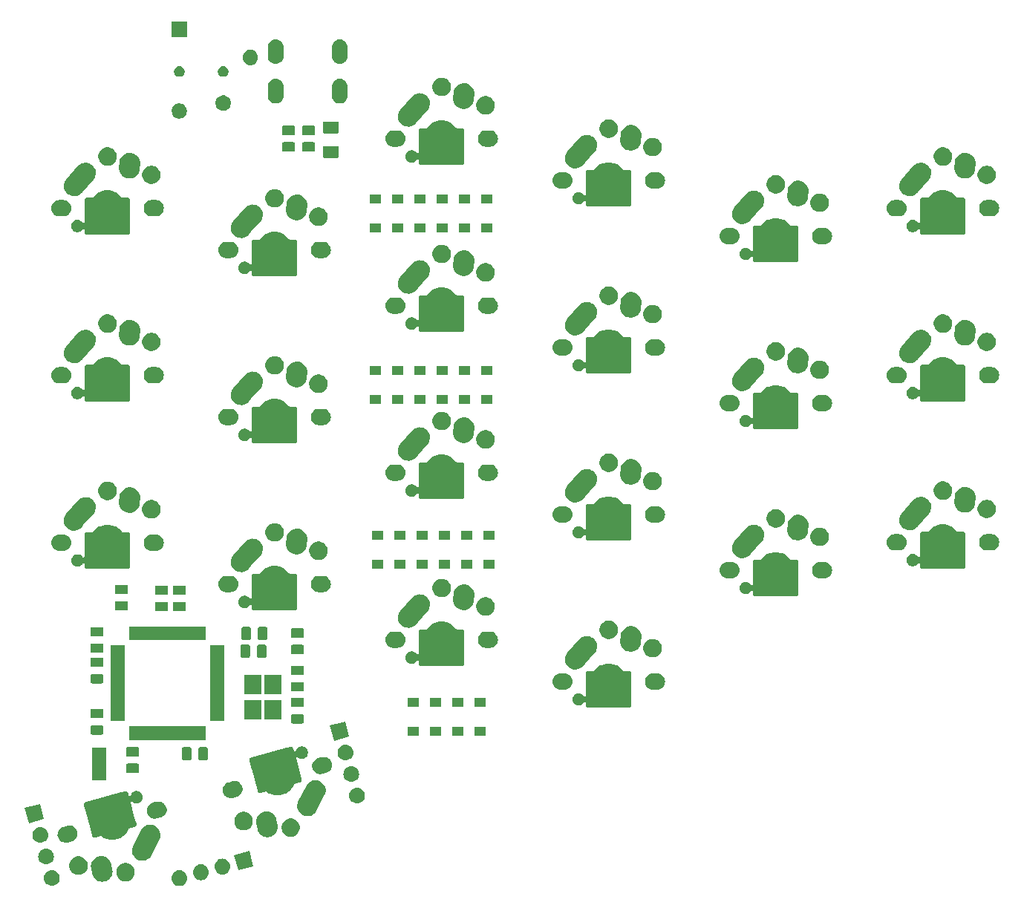
<source format=gbs>
G04 #@! TF.GenerationSoftware,KiCad,Pcbnew,(5.1.4)-1*
G04 #@! TF.CreationDate,2022-01-12T12:55:42-05:00*
G04 #@! TF.ProjectId,a44key-pcb,6134346b-6579-42d7-9063-622e6b696361,rev?*
G04 #@! TF.SameCoordinates,Original*
G04 #@! TF.FileFunction,Soldermask,Bot*
G04 #@! TF.FilePolarity,Negative*
%FSLAX46Y46*%
G04 Gerber Fmt 4.6, Leading zero omitted, Abs format (unit mm)*
G04 Created by KiCad (PCBNEW (5.1.4)-1) date 2022-01-12 12:55:42*
%MOMM*%
%LPD*%
G04 APERTURE LIST*
%ADD10C,0.100000*%
G04 APERTURE END LIST*
D10*
G36*
X103234442Y-145663518D02*
G01*
X103300627Y-145670037D01*
X103470466Y-145721557D01*
X103626991Y-145805222D01*
X103634795Y-145811627D01*
X103764186Y-145917814D01*
X103847448Y-146019271D01*
X103876778Y-146055009D01*
X103960443Y-146211534D01*
X104011963Y-146381373D01*
X104029359Y-146558000D01*
X104011963Y-146734627D01*
X103960443Y-146904466D01*
X103876778Y-147060991D01*
X103847448Y-147096729D01*
X103764186Y-147198186D01*
X103662729Y-147281448D01*
X103626991Y-147310778D01*
X103470466Y-147394443D01*
X103300627Y-147445963D01*
X103234442Y-147452482D01*
X103168260Y-147459000D01*
X103079740Y-147459000D01*
X103013558Y-147452482D01*
X102947373Y-147445963D01*
X102777534Y-147394443D01*
X102621009Y-147310778D01*
X102585271Y-147281448D01*
X102483814Y-147198186D01*
X102400552Y-147096729D01*
X102371222Y-147060991D01*
X102287557Y-146904466D01*
X102236037Y-146734627D01*
X102218641Y-146558000D01*
X102236037Y-146381373D01*
X102287557Y-146211534D01*
X102371222Y-146055009D01*
X102400552Y-146019271D01*
X102483814Y-145917814D01*
X102613205Y-145811627D01*
X102621009Y-145805222D01*
X102777534Y-145721557D01*
X102947373Y-145670037D01*
X103013558Y-145663518D01*
X103079740Y-145657000D01*
X103168260Y-145657000D01*
X103234442Y-145663518D01*
X103234442Y-145663518D01*
G37*
G36*
X88687775Y-145657000D02*
G01*
X88762828Y-145664392D01*
X88932667Y-145715912D01*
X89089192Y-145799577D01*
X89124930Y-145828907D01*
X89226387Y-145912169D01*
X89295165Y-145995977D01*
X89338979Y-146049364D01*
X89422644Y-146205889D01*
X89474164Y-146375728D01*
X89491560Y-146552355D01*
X89474164Y-146728982D01*
X89422644Y-146898821D01*
X89338979Y-147055346D01*
X89334346Y-147060991D01*
X89226387Y-147192541D01*
X89124930Y-147275803D01*
X89089192Y-147305133D01*
X88932667Y-147388798D01*
X88762828Y-147440318D01*
X88705512Y-147445963D01*
X88630461Y-147453355D01*
X88541941Y-147453355D01*
X88466890Y-147445963D01*
X88409574Y-147440318D01*
X88239735Y-147388798D01*
X88083210Y-147305133D01*
X88047472Y-147275803D01*
X87946015Y-147192541D01*
X87838056Y-147060991D01*
X87833423Y-147055346D01*
X87749758Y-146898821D01*
X87698238Y-146728982D01*
X87680842Y-146552355D01*
X87698238Y-146375728D01*
X87749758Y-146205889D01*
X87833423Y-146049364D01*
X87877237Y-145995977D01*
X87946015Y-145912169D01*
X88047472Y-145828907D01*
X88083210Y-145799577D01*
X88239735Y-145715912D01*
X88409574Y-145664392D01*
X88484627Y-145657000D01*
X88541941Y-145651355D01*
X88630461Y-145651355D01*
X88687775Y-145657000D01*
X88687775Y-145657000D01*
G37*
G36*
X94459123Y-144071673D02*
G01*
X94680624Y-144139498D01*
X94884635Y-144249232D01*
X95063319Y-144396659D01*
X95209808Y-144576113D01*
X95318473Y-144780696D01*
X95368432Y-144946953D01*
X95502604Y-145630835D01*
X95519167Y-145803644D01*
X95495858Y-146034120D01*
X95428033Y-146255621D01*
X95318299Y-146459632D01*
X95170872Y-146638316D01*
X94991418Y-146784805D01*
X94786835Y-146893470D01*
X94564983Y-146960134D01*
X94334388Y-146982236D01*
X94103913Y-146958927D01*
X93882412Y-146891102D01*
X93678401Y-146781368D01*
X93499717Y-146633941D01*
X93353228Y-146454487D01*
X93244563Y-146249904D01*
X93194604Y-146083646D01*
X93060432Y-145399764D01*
X93043869Y-145226956D01*
X93067178Y-144996480D01*
X93135003Y-144774979D01*
X93244737Y-144570968D01*
X93392164Y-144392284D01*
X93571618Y-144245795D01*
X93776201Y-144137130D01*
X93998053Y-144070466D01*
X94228647Y-144048364D01*
X94459123Y-144071673D01*
X94459123Y-144071673D01*
G37*
G36*
X97298804Y-144865393D02*
G01*
X97490073Y-144944619D01*
X97490075Y-144944620D01*
X97662213Y-145059639D01*
X97808605Y-145206031D01*
X97844943Y-145260414D01*
X97923625Y-145378171D01*
X98002851Y-145569440D01*
X98043240Y-145772488D01*
X98043240Y-145979520D01*
X98002851Y-146182568D01*
X97923625Y-146373837D01*
X97923624Y-146373839D01*
X97808605Y-146545977D01*
X97662213Y-146692369D01*
X97490075Y-146807388D01*
X97490074Y-146807389D01*
X97490073Y-146807389D01*
X97298804Y-146886615D01*
X97095756Y-146927004D01*
X96888724Y-146927004D01*
X96685676Y-146886615D01*
X96494407Y-146807389D01*
X96494406Y-146807389D01*
X96494405Y-146807388D01*
X96322267Y-146692369D01*
X96175875Y-146545977D01*
X96060856Y-146373839D01*
X96060855Y-146373837D01*
X95981629Y-146182568D01*
X95941240Y-145979520D01*
X95941240Y-145772488D01*
X95981629Y-145569440D01*
X96060855Y-145378171D01*
X96139538Y-145260414D01*
X96175875Y-145206031D01*
X96322267Y-145059639D01*
X96494405Y-144944620D01*
X96494407Y-144944619D01*
X96685676Y-144865393D01*
X96888724Y-144825004D01*
X97095756Y-144825004D01*
X97298804Y-144865393D01*
X97298804Y-144865393D01*
G37*
G36*
X105687895Y-145006119D02*
G01*
X105754079Y-145012637D01*
X105923918Y-145064157D01*
X106080443Y-145147822D01*
X106116181Y-145177152D01*
X106217638Y-145260414D01*
X106300900Y-145361871D01*
X106330230Y-145397609D01*
X106413895Y-145554134D01*
X106465415Y-145723973D01*
X106482811Y-145900600D01*
X106465415Y-146077227D01*
X106413895Y-146247066D01*
X106330230Y-146403591D01*
X106300900Y-146439329D01*
X106217638Y-146540786D01*
X106116181Y-146624048D01*
X106080443Y-146653378D01*
X105923918Y-146737043D01*
X105754079Y-146788563D01*
X105687895Y-146795081D01*
X105621712Y-146801600D01*
X105533192Y-146801600D01*
X105467009Y-146795081D01*
X105400825Y-146788563D01*
X105230986Y-146737043D01*
X105074461Y-146653378D01*
X105038723Y-146624048D01*
X104937266Y-146540786D01*
X104854004Y-146439329D01*
X104824674Y-146403591D01*
X104741009Y-146247066D01*
X104689489Y-146077227D01*
X104672093Y-145900600D01*
X104689489Y-145723973D01*
X104741009Y-145554134D01*
X104824674Y-145397609D01*
X104854004Y-145361871D01*
X104937266Y-145260414D01*
X105038723Y-145177152D01*
X105074461Y-145147822D01*
X105230986Y-145064157D01*
X105400825Y-145012637D01*
X105467009Y-145006119D01*
X105533192Y-144999600D01*
X105621712Y-144999600D01*
X105687895Y-145006119D01*
X105687895Y-145006119D01*
G37*
G36*
X91925655Y-144131043D02*
G01*
X92116924Y-144210269D01*
X92116926Y-144210270D01*
X92289064Y-144325289D01*
X92435456Y-144471681D01*
X92522462Y-144601894D01*
X92550476Y-144643821D01*
X92629702Y-144835090D01*
X92670091Y-145038138D01*
X92670091Y-145245170D01*
X92629702Y-145448218D01*
X92579490Y-145569440D01*
X92550475Y-145639489D01*
X92435456Y-145811627D01*
X92289064Y-145958019D01*
X92116926Y-146073038D01*
X92116925Y-146073039D01*
X92116924Y-146073039D01*
X91925655Y-146152265D01*
X91722607Y-146192654D01*
X91515575Y-146192654D01*
X91312527Y-146152265D01*
X91121258Y-146073039D01*
X91121257Y-146073039D01*
X91121256Y-146073038D01*
X90949118Y-145958019D01*
X90802726Y-145811627D01*
X90687707Y-145639489D01*
X90658692Y-145569440D01*
X90608480Y-145448218D01*
X90568091Y-145245170D01*
X90568091Y-145038138D01*
X90608480Y-144835090D01*
X90687706Y-144643821D01*
X90715721Y-144601894D01*
X90802726Y-144471681D01*
X90949118Y-144325289D01*
X91121256Y-144210270D01*
X91121258Y-144210269D01*
X91312527Y-144131043D01*
X91515575Y-144090654D01*
X91722607Y-144090654D01*
X91925655Y-144131043D01*
X91925655Y-144131043D01*
G37*
G36*
X108141346Y-144348718D02*
G01*
X108207530Y-144355236D01*
X108377369Y-144406756D01*
X108533894Y-144490421D01*
X108569632Y-144519751D01*
X108671089Y-144603013D01*
X108754351Y-144704470D01*
X108783681Y-144740208D01*
X108867346Y-144896733D01*
X108918866Y-145066572D01*
X108936262Y-145243199D01*
X108918866Y-145419826D01*
X108867346Y-145589665D01*
X108783681Y-145746190D01*
X108762097Y-145772490D01*
X108671089Y-145883385D01*
X108580146Y-145958019D01*
X108533894Y-145995977D01*
X108377369Y-146079642D01*
X108207530Y-146131162D01*
X108141346Y-146137680D01*
X108075163Y-146144199D01*
X107986643Y-146144199D01*
X107920460Y-146137680D01*
X107854276Y-146131162D01*
X107684437Y-146079642D01*
X107527912Y-145995977D01*
X107481660Y-145958019D01*
X107390717Y-145883385D01*
X107299709Y-145772490D01*
X107278125Y-145746190D01*
X107194460Y-145589665D01*
X107142940Y-145419826D01*
X107125544Y-145243199D01*
X107142940Y-145066572D01*
X107194460Y-144896733D01*
X107278125Y-144740208D01*
X107307455Y-144704470D01*
X107390717Y-144603013D01*
X107492174Y-144519751D01*
X107527912Y-144490421D01*
X107684437Y-144406756D01*
X107854276Y-144355236D01*
X107920460Y-144348718D01*
X107986643Y-144342199D01*
X108075163Y-144342199D01*
X108141346Y-144348718D01*
X108141346Y-144348718D01*
G37*
G36*
X111587850Y-145222902D02*
G01*
X109847252Y-145689294D01*
X109380860Y-143948696D01*
X111121458Y-143482304D01*
X111587850Y-145222902D01*
X111587850Y-145222902D01*
G37*
G36*
X88039243Y-143204421D02*
G01*
X88105428Y-143210940D01*
X88275267Y-143262460D01*
X88431792Y-143346125D01*
X88467530Y-143375455D01*
X88568987Y-143458717D01*
X88636320Y-143540764D01*
X88681579Y-143595912D01*
X88765244Y-143752437D01*
X88816764Y-143922276D01*
X88834160Y-144098903D01*
X88816764Y-144275530D01*
X88765244Y-144445369D01*
X88681579Y-144601894D01*
X88652249Y-144637632D01*
X88568987Y-144739089D01*
X88467530Y-144822351D01*
X88431792Y-144851681D01*
X88275267Y-144935346D01*
X88105428Y-144986866D01*
X88039243Y-144993385D01*
X87973061Y-144999903D01*
X87884541Y-144999903D01*
X87818359Y-144993385D01*
X87752174Y-144986866D01*
X87582335Y-144935346D01*
X87425810Y-144851681D01*
X87390072Y-144822351D01*
X87288615Y-144739089D01*
X87205353Y-144637632D01*
X87176023Y-144601894D01*
X87092358Y-144445369D01*
X87040838Y-144275530D01*
X87023442Y-144098903D01*
X87040838Y-143922276D01*
X87092358Y-143752437D01*
X87176023Y-143595912D01*
X87221282Y-143540764D01*
X87288615Y-143458717D01*
X87390072Y-143375455D01*
X87425810Y-143346125D01*
X87582335Y-143262460D01*
X87752174Y-143210940D01*
X87818359Y-143204421D01*
X87884541Y-143197903D01*
X87973061Y-143197903D01*
X88039243Y-143204421D01*
X88039243Y-143204421D01*
G37*
G36*
X100118018Y-140512633D02*
G01*
X100333882Y-140596687D01*
X100529201Y-140721238D01*
X100696468Y-140881502D01*
X100829255Y-141071318D01*
X100922459Y-141283392D01*
X100972499Y-141509574D01*
X100977451Y-141741173D01*
X100940084Y-141952553D01*
X100937125Y-141969292D01*
X100907062Y-142046499D01*
X100874136Y-142131058D01*
X99934385Y-143983407D01*
X99841045Y-144129780D01*
X99680782Y-144297047D01*
X99490965Y-144429834D01*
X99278892Y-144523038D01*
X99052709Y-144573078D01*
X98838670Y-144577655D01*
X98821115Y-144578030D01*
X98821111Y-144578030D01*
X98592996Y-144537705D01*
X98377132Y-144453652D01*
X98181813Y-144329100D01*
X98014546Y-144168837D01*
X97881759Y-143979020D01*
X97788555Y-143766947D01*
X97738515Y-143540764D01*
X97733563Y-143309166D01*
X97773888Y-143081051D01*
X97773889Y-143081050D01*
X97773889Y-143081047D01*
X97796437Y-143023142D01*
X97836878Y-142919281D01*
X98776629Y-141066931D01*
X98869969Y-140920559D01*
X99030231Y-140753292D01*
X99220048Y-140620504D01*
X99432121Y-140527300D01*
X99658304Y-140477260D01*
X99872344Y-140472683D01*
X99889899Y-140472308D01*
X99889903Y-140472308D01*
X100118018Y-140512633D01*
X100118018Y-140512633D01*
G37*
G36*
X87381843Y-140750971D02*
G01*
X87448027Y-140757489D01*
X87617866Y-140809009D01*
X87774391Y-140892674D01*
X87783142Y-140899856D01*
X87911586Y-141005266D01*
X87991714Y-141102904D01*
X88024178Y-141142461D01*
X88024179Y-141142463D01*
X88105272Y-141294175D01*
X88107843Y-141298986D01*
X88159363Y-141468825D01*
X88176759Y-141645452D01*
X88159363Y-141822079D01*
X88107843Y-141991918D01*
X88024178Y-142148443D01*
X88011615Y-142163751D01*
X87911586Y-142285638D01*
X87810129Y-142368900D01*
X87774391Y-142398230D01*
X87617866Y-142481895D01*
X87448027Y-142533415D01*
X87381842Y-142539934D01*
X87315660Y-142546452D01*
X87227140Y-142546452D01*
X87160958Y-142539934D01*
X87094773Y-142533415D01*
X86924934Y-142481895D01*
X86768409Y-142398230D01*
X86732671Y-142368900D01*
X86631214Y-142285638D01*
X86531185Y-142163751D01*
X86518622Y-142148443D01*
X86434957Y-141991918D01*
X86383437Y-141822079D01*
X86366041Y-141645452D01*
X86383437Y-141468825D01*
X86434957Y-141298986D01*
X86437529Y-141294175D01*
X86518621Y-141142463D01*
X86518622Y-141142461D01*
X86551086Y-141102904D01*
X86631214Y-141005266D01*
X86759658Y-140899856D01*
X86768409Y-140892674D01*
X86924934Y-140809009D01*
X87094773Y-140757489D01*
X87160957Y-140750971D01*
X87227140Y-140744452D01*
X87315660Y-140744452D01*
X87381843Y-140750971D01*
X87381843Y-140750971D01*
G37*
G36*
X90690489Y-140564592D02*
G01*
X90696660Y-140564794D01*
X90755874Y-140578601D01*
X90874303Y-140606214D01*
X91040448Y-140681494D01*
X91186093Y-140785861D01*
X91188716Y-140787741D01*
X91208636Y-140809009D01*
X91313409Y-140920875D01*
X91409731Y-141075772D01*
X91473984Y-141246488D01*
X91503696Y-141426455D01*
X91497728Y-141608763D01*
X91486208Y-141658167D01*
X91456308Y-141786405D01*
X91381028Y-141952553D01*
X91274780Y-142100821D01*
X91274779Y-142100822D01*
X91141649Y-142225512D01*
X90986749Y-142321835D01*
X90858818Y-142369985D01*
X90858812Y-142369987D01*
X90858811Y-142369987D01*
X90360420Y-142503530D01*
X90360419Y-142503530D01*
X90360412Y-142503532D01*
X90225547Y-142525799D01*
X90043239Y-142519830D01*
X89865599Y-142478411D01*
X89782524Y-142440770D01*
X89699450Y-142403130D01*
X89551182Y-142296883D01*
X89484335Y-142225511D01*
X89426491Y-142163752D01*
X89330169Y-142008855D01*
X89281395Y-141879263D01*
X89265916Y-141838137D01*
X89265915Y-141838133D01*
X89236202Y-141658169D01*
X89242171Y-141475860D01*
X89283590Y-141298220D01*
X89352712Y-141145665D01*
X89358871Y-141132071D01*
X89465118Y-140983803D01*
X89490909Y-140959647D01*
X89598249Y-140859112D01*
X89753149Y-140762789D01*
X89881080Y-140714639D01*
X90152910Y-140641802D01*
X90379478Y-140581093D01*
X90379479Y-140581093D01*
X90379486Y-140581091D01*
X90514350Y-140558825D01*
X90690489Y-140564592D01*
X90690489Y-140564592D01*
G37*
G36*
X98455920Y-136652728D02*
G01*
X98583496Y-136705572D01*
X98698306Y-136782285D01*
X98795952Y-136879931D01*
X98872665Y-136994741D01*
X98925509Y-137122317D01*
X98952447Y-137257746D01*
X98952447Y-137395834D01*
X98925509Y-137531263D01*
X98872665Y-137658839D01*
X98795952Y-137773649D01*
X98698306Y-137871295D01*
X98583496Y-137948008D01*
X98455920Y-138000852D01*
X98320491Y-138027790D01*
X98182403Y-138027790D01*
X98046974Y-138000852D01*
X97919398Y-137948008D01*
X97804588Y-137871295D01*
X97794423Y-137861130D01*
X97775481Y-137845585D01*
X97753870Y-137834034D01*
X97730421Y-137826921D01*
X97706035Y-137824519D01*
X97681649Y-137826921D01*
X97658200Y-137834034D01*
X97636589Y-137845585D01*
X97617647Y-137861130D01*
X97602102Y-137880072D01*
X97590551Y-137901683D01*
X97583438Y-137925132D01*
X97581036Y-137949518D01*
X97585295Y-137981869D01*
X98044412Y-139695316D01*
X98218298Y-140344268D01*
X98222050Y-140355945D01*
X98225117Y-140364094D01*
X98225117Y-140364096D01*
X98225118Y-140364098D01*
X98225854Y-140368555D01*
X98226536Y-140372690D01*
X98226542Y-140372712D01*
X98234777Y-140422595D01*
X98234777Y-140422597D01*
X98232987Y-140477260D01*
X98232837Y-140481858D01*
X98219373Y-140539601D01*
X98194903Y-140593608D01*
X98160367Y-140641803D01*
X98117092Y-140682334D01*
X98066741Y-140713644D01*
X98066737Y-140713646D01*
X98019414Y-140731457D01*
X98019400Y-140731462D01*
X98011250Y-140734529D01*
X98002658Y-140735948D01*
X97990668Y-140738537D01*
X97644714Y-140831235D01*
X97633035Y-140834988D01*
X97624880Y-140838057D01*
X97616282Y-140839477D01*
X97604293Y-140842066D01*
X97437558Y-140886742D01*
X97414625Y-140895374D01*
X97393816Y-140908313D01*
X97375931Y-140925064D01*
X97361658Y-140944982D01*
X97354426Y-140959647D01*
X97329690Y-141019364D01*
X97277375Y-141145665D01*
X97053585Y-141480590D01*
X96768756Y-141765419D01*
X96433831Y-141989209D01*
X96279682Y-142053059D01*
X96061682Y-142143358D01*
X95666614Y-142221942D01*
X95263802Y-142221942D01*
X94868734Y-142143358D01*
X94650734Y-142053059D01*
X94496585Y-141989209D01*
X94207782Y-141796237D01*
X94186177Y-141784689D01*
X94162728Y-141777576D01*
X94138342Y-141775174D01*
X94105991Y-141779433D01*
X93977597Y-141813836D01*
X93965936Y-141817583D01*
X93949749Y-141823675D01*
X93932685Y-141826492D01*
X93920714Y-141829078D01*
X93587825Y-141918275D01*
X93576149Y-141922027D01*
X93567991Y-141925097D01*
X93537176Y-141930185D01*
X93509494Y-141934755D01*
X93509491Y-141934755D01*
X93450231Y-141932815D01*
X93392488Y-141919351D01*
X93338481Y-141894882D01*
X93290286Y-141860345D01*
X93254446Y-141822079D01*
X93249754Y-141817069D01*
X93218444Y-141766718D01*
X93200638Y-141719410D01*
X93200627Y-141719375D01*
X93197561Y-141711228D01*
X93196143Y-141702641D01*
X93193555Y-141690656D01*
X92927342Y-140697135D01*
X92511924Y-139146771D01*
X92508171Y-139135093D01*
X92496414Y-139103854D01*
X92490976Y-139070921D01*
X92488387Y-139058932D01*
X92353332Y-138554897D01*
X92272632Y-138253723D01*
X92268885Y-138242060D01*
X92265812Y-138233895D01*
X92258621Y-138190335D01*
X92256154Y-138175393D01*
X92258094Y-138116139D01*
X92258094Y-138116136D01*
X92271558Y-138058393D01*
X92296028Y-138004386D01*
X92305766Y-137990797D01*
X92330563Y-137956192D01*
X92373840Y-137915659D01*
X92424191Y-137884349D01*
X92471517Y-137866537D01*
X92471531Y-137866532D01*
X92479681Y-137863465D01*
X92488273Y-137862046D01*
X92500263Y-137859457D01*
X92849632Y-137765844D01*
X92861313Y-137762090D01*
X92861438Y-137762043D01*
X92861577Y-137762020D01*
X92873563Y-137759431D01*
X96516751Y-136783241D01*
X96528429Y-136779489D01*
X96531543Y-136778317D01*
X96536570Y-136776425D01*
X96545157Y-136775007D01*
X96557141Y-136772419D01*
X96570994Y-136768707D01*
X96903120Y-136679714D01*
X96914797Y-136675962D01*
X96922942Y-136672896D01*
X96931526Y-136671479D01*
X96931554Y-136671473D01*
X96981435Y-136663238D01*
X97035062Y-136664994D01*
X97040698Y-136665178D01*
X97098441Y-136678642D01*
X97127514Y-136691815D01*
X97152448Y-136703112D01*
X97167357Y-136713796D01*
X97200643Y-136737648D01*
X97200645Y-136737650D01*
X97241173Y-136780921D01*
X97241174Y-136780923D01*
X97241175Y-136780924D01*
X97270835Y-136828621D01*
X97272487Y-136831279D01*
X97290292Y-136878585D01*
X97290303Y-136878619D01*
X97293369Y-136886765D01*
X97294786Y-136895351D01*
X97297376Y-136907340D01*
X97318138Y-136984828D01*
X97347032Y-137092660D01*
X97355664Y-137115594D01*
X97368604Y-137136403D01*
X97385355Y-137154287D01*
X97405273Y-137168560D01*
X97427593Y-137178673D01*
X97451456Y-137184238D01*
X97475947Y-137185039D01*
X97500124Y-137181048D01*
X97523058Y-137172416D01*
X97543867Y-137159476D01*
X97561751Y-137142725D01*
X97576024Y-137122807D01*
X97583256Y-137108143D01*
X97630229Y-136994741D01*
X97706942Y-136879931D01*
X97804588Y-136782285D01*
X97919398Y-136705572D01*
X98046974Y-136652728D01*
X98182403Y-136625790D01*
X98320491Y-136625790D01*
X98455920Y-136652728D01*
X98455920Y-136652728D01*
G37*
G36*
X113293915Y-138992009D02*
G01*
X113515416Y-139059834D01*
X113719427Y-139169568D01*
X113898111Y-139316995D01*
X114044600Y-139496449D01*
X114153265Y-139701032D01*
X114203224Y-139867289D01*
X114337396Y-140551171D01*
X114353959Y-140723980D01*
X114330650Y-140954456D01*
X114262825Y-141175957D01*
X114153091Y-141379968D01*
X114005664Y-141558652D01*
X113826210Y-141705141D01*
X113621627Y-141813806D01*
X113399775Y-141880470D01*
X113169180Y-141902572D01*
X112938705Y-141879263D01*
X112717204Y-141811438D01*
X112513193Y-141701704D01*
X112334509Y-141554277D01*
X112188020Y-141374823D01*
X112079355Y-141170240D01*
X112029396Y-141003982D01*
X111895224Y-140320100D01*
X111878661Y-140147292D01*
X111901970Y-139916816D01*
X111969795Y-139695315D01*
X112079529Y-139491304D01*
X112226956Y-139312620D01*
X112406410Y-139166131D01*
X112610993Y-139057466D01*
X112832845Y-138990802D01*
X113063439Y-138968700D01*
X113293915Y-138992009D01*
X113293915Y-138992009D01*
G37*
G36*
X116133596Y-139785729D02*
G01*
X116238310Y-139829103D01*
X116324867Y-139864956D01*
X116497005Y-139979975D01*
X116643397Y-140126367D01*
X116756405Y-140295495D01*
X116758417Y-140298507D01*
X116837643Y-140489776D01*
X116878032Y-140692824D01*
X116878032Y-140899856D01*
X116837643Y-141102904D01*
X116758417Y-141294173D01*
X116758416Y-141294175D01*
X116643397Y-141466313D01*
X116497005Y-141612705D01*
X116324867Y-141727724D01*
X116324866Y-141727725D01*
X116324865Y-141727725D01*
X116133596Y-141806951D01*
X115930548Y-141847340D01*
X115723516Y-141847340D01*
X115520468Y-141806951D01*
X115329199Y-141727725D01*
X115329198Y-141727725D01*
X115329197Y-141727724D01*
X115157059Y-141612705D01*
X115010667Y-141466313D01*
X114895648Y-141294175D01*
X114895647Y-141294173D01*
X114816421Y-141102904D01*
X114776032Y-140899856D01*
X114776032Y-140692824D01*
X114816421Y-140489776D01*
X114895647Y-140298507D01*
X114897660Y-140295495D01*
X115010667Y-140126367D01*
X115157059Y-139979975D01*
X115329197Y-139864956D01*
X115415754Y-139829103D01*
X115520468Y-139785729D01*
X115723516Y-139745340D01*
X115930548Y-139745340D01*
X116133596Y-139785729D01*
X116133596Y-139785729D01*
G37*
G36*
X110760447Y-139051379D02*
G01*
X110951716Y-139130605D01*
X110951718Y-139130606D01*
X111123856Y-139245625D01*
X111270248Y-139392017D01*
X111340027Y-139496448D01*
X111385268Y-139564157D01*
X111464494Y-139755426D01*
X111504883Y-139958474D01*
X111504883Y-140165506D01*
X111464494Y-140368554D01*
X111393644Y-140539601D01*
X111385267Y-140559825D01*
X111270248Y-140731963D01*
X111123856Y-140878355D01*
X110951718Y-140993374D01*
X110951717Y-140993375D01*
X110951716Y-140993375D01*
X110760447Y-141072601D01*
X110557399Y-141112990D01*
X110350367Y-141112990D01*
X110147319Y-141072601D01*
X109956050Y-140993375D01*
X109956049Y-140993375D01*
X109956048Y-140993374D01*
X109783910Y-140878355D01*
X109637518Y-140731963D01*
X109522499Y-140559825D01*
X109514122Y-140539601D01*
X109443272Y-140368554D01*
X109402883Y-140165506D01*
X109402883Y-139958474D01*
X109443272Y-139755426D01*
X109522498Y-139564157D01*
X109567740Y-139496448D01*
X109637518Y-139392017D01*
X109783910Y-139245625D01*
X109956048Y-139130606D01*
X109956050Y-139130605D01*
X110147319Y-139051379D01*
X110350367Y-139010990D01*
X110557399Y-139010990D01*
X110760447Y-139051379D01*
X110760447Y-139051379D01*
G37*
G36*
X87717495Y-139829103D02*
G01*
X85976897Y-140295495D01*
X85510505Y-138554897D01*
X87251103Y-138088505D01*
X87717495Y-139829103D01*
X87717495Y-139829103D01*
G37*
G36*
X100880458Y-137834034D02*
G01*
X100887178Y-137834254D01*
X100935774Y-137845585D01*
X101064821Y-137875674D01*
X101230966Y-137950954D01*
X101344414Y-138032249D01*
X101379234Y-138057201D01*
X101408553Y-138088505D01*
X101503927Y-138190335D01*
X101600249Y-138345232D01*
X101664502Y-138515948D01*
X101694214Y-138695915D01*
X101688246Y-138878223D01*
X101676726Y-138927627D01*
X101646826Y-139055865D01*
X101571546Y-139222013D01*
X101503482Y-139316995D01*
X101465297Y-139370282D01*
X101332167Y-139494972D01*
X101177267Y-139591295D01*
X101049336Y-139639445D01*
X101049330Y-139639447D01*
X101049329Y-139639447D01*
X100550938Y-139772990D01*
X100550937Y-139772990D01*
X100550930Y-139772992D01*
X100416065Y-139795259D01*
X100233757Y-139789290D01*
X100056117Y-139747871D01*
X99952746Y-139701034D01*
X99889968Y-139672590D01*
X99741700Y-139566343D01*
X99739651Y-139564155D01*
X99617009Y-139433212D01*
X99520687Y-139278315D01*
X99465094Y-139130605D01*
X99456434Y-139107597D01*
X99453392Y-139089173D01*
X99426720Y-138927629D01*
X99432689Y-138745320D01*
X99474108Y-138567680D01*
X99524066Y-138457421D01*
X99549389Y-138401531D01*
X99655636Y-138253263D01*
X99681001Y-138229506D01*
X99788767Y-138128572D01*
X99943667Y-138032249D01*
X100071598Y-137984099D01*
X100374393Y-137902965D01*
X100569996Y-137850553D01*
X100569997Y-137850553D01*
X100570004Y-137850551D01*
X100704868Y-137828285D01*
X100880458Y-137834034D01*
X100880458Y-137834034D01*
G37*
G36*
X118952810Y-135432969D02*
G01*
X119168674Y-135517023D01*
X119363993Y-135641574D01*
X119531260Y-135801838D01*
X119664047Y-135991654D01*
X119757251Y-136203728D01*
X119807291Y-136429910D01*
X119812243Y-136661509D01*
X119772423Y-136886765D01*
X119771917Y-136889628D01*
X119754326Y-136934803D01*
X119708928Y-137051394D01*
X118769177Y-138903743D01*
X118675837Y-139050116D01*
X118515574Y-139217383D01*
X118325757Y-139350170D01*
X118113684Y-139443374D01*
X117887501Y-139493414D01*
X117673462Y-139497991D01*
X117655907Y-139498366D01*
X117655903Y-139498366D01*
X117427788Y-139458041D01*
X117211924Y-139373988D01*
X117016605Y-139249436D01*
X116849338Y-139089173D01*
X116716551Y-138899356D01*
X116623347Y-138687283D01*
X116573307Y-138461100D01*
X116568355Y-138229502D01*
X116608680Y-138001387D01*
X116608681Y-138001386D01*
X116608681Y-138001383D01*
X116642060Y-137915661D01*
X116671670Y-137839617D01*
X117611421Y-135987267D01*
X117704761Y-135840895D01*
X117865023Y-135673628D01*
X118054840Y-135540840D01*
X118266913Y-135447636D01*
X118493096Y-135397596D01*
X118707136Y-135393019D01*
X118724691Y-135392644D01*
X118724695Y-135392644D01*
X118952810Y-135432969D01*
X118952810Y-135432969D01*
G37*
G36*
X123494643Y-136259873D02*
G01*
X123560828Y-136266392D01*
X123730667Y-136317912D01*
X123887192Y-136401577D01*
X123887774Y-136402055D01*
X124024387Y-136514169D01*
X124103846Y-136610992D01*
X124136979Y-136651364D01*
X124220644Y-136807889D01*
X124272164Y-136977728D01*
X124289560Y-137154355D01*
X124272164Y-137330982D01*
X124220644Y-137500821D01*
X124136979Y-137657346D01*
X124107649Y-137693084D01*
X124024387Y-137794541D01*
X123925525Y-137875674D01*
X123887192Y-137907133D01*
X123730667Y-137990798D01*
X123560828Y-138042318D01*
X123494643Y-138048837D01*
X123428461Y-138055355D01*
X123339941Y-138055355D01*
X123273759Y-138048837D01*
X123207574Y-138042318D01*
X123037735Y-137990798D01*
X122881210Y-137907133D01*
X122842877Y-137875674D01*
X122744015Y-137794541D01*
X122660753Y-137693084D01*
X122631423Y-137657346D01*
X122547758Y-137500821D01*
X122496238Y-137330982D01*
X122478842Y-137154355D01*
X122496238Y-136977728D01*
X122547758Y-136807889D01*
X122631423Y-136651364D01*
X122664556Y-136610992D01*
X122744015Y-136514169D01*
X122880628Y-136402055D01*
X122881210Y-136401577D01*
X123037735Y-136317912D01*
X123207574Y-136266392D01*
X123273759Y-136259873D01*
X123339941Y-136253355D01*
X123428461Y-136253355D01*
X123494643Y-136259873D01*
X123494643Y-136259873D01*
G37*
G36*
X109525281Y-135484928D02*
G01*
X109531452Y-135485130D01*
X109590666Y-135498937D01*
X109709095Y-135526550D01*
X109875240Y-135601830D01*
X110020885Y-135706197D01*
X110023508Y-135708077D01*
X110051072Y-135737507D01*
X110148201Y-135841211D01*
X110244523Y-135996108D01*
X110308776Y-136166824D01*
X110338488Y-136346791D01*
X110332520Y-136529099D01*
X110321000Y-136578503D01*
X110291100Y-136706741D01*
X110215820Y-136872889D01*
X110121490Y-137004525D01*
X110109571Y-137021158D01*
X109976441Y-137145848D01*
X109821541Y-137242171D01*
X109693610Y-137290321D01*
X109693604Y-137290323D01*
X109693603Y-137290323D01*
X109195212Y-137423866D01*
X109195211Y-137423866D01*
X109195204Y-137423868D01*
X109060339Y-137446135D01*
X108878031Y-137440166D01*
X108700391Y-137398747D01*
X108611902Y-137358653D01*
X108534242Y-137323466D01*
X108385974Y-137217219D01*
X108349872Y-137178673D01*
X108261283Y-137084088D01*
X108164961Y-136929191D01*
X108115326Y-136797311D01*
X108100708Y-136758473D01*
X108100707Y-136758469D01*
X108070994Y-136578505D01*
X108076963Y-136396196D01*
X108118382Y-136218556D01*
X108187504Y-136066001D01*
X108193663Y-136052407D01*
X108299910Y-135904139D01*
X108362625Y-135845400D01*
X108433041Y-135779448D01*
X108587941Y-135683125D01*
X108715872Y-135634975D01*
X108987702Y-135562138D01*
X109214270Y-135501429D01*
X109214271Y-135501429D01*
X109214278Y-135501427D01*
X109349142Y-135479161D01*
X109525281Y-135484928D01*
X109525281Y-135484928D01*
G37*
G36*
X117290712Y-131573064D02*
G01*
X117418288Y-131625908D01*
X117533098Y-131702621D01*
X117630744Y-131800267D01*
X117707457Y-131915077D01*
X117760301Y-132042653D01*
X117787239Y-132178082D01*
X117787239Y-132316170D01*
X117760301Y-132451599D01*
X117707457Y-132579175D01*
X117630744Y-132693985D01*
X117533098Y-132791631D01*
X117418288Y-132868344D01*
X117290712Y-132921188D01*
X117155283Y-132948126D01*
X117017195Y-132948126D01*
X116881766Y-132921188D01*
X116754190Y-132868344D01*
X116639380Y-132791631D01*
X116629215Y-132781466D01*
X116610273Y-132765921D01*
X116588662Y-132754370D01*
X116565213Y-132747257D01*
X116540827Y-132744855D01*
X116516441Y-132747257D01*
X116492992Y-132754370D01*
X116471381Y-132765921D01*
X116452439Y-132781466D01*
X116436894Y-132800408D01*
X116425343Y-132822019D01*
X116418230Y-132845468D01*
X116415828Y-132869854D01*
X116420087Y-132902205D01*
X116858036Y-134536654D01*
X117053090Y-135264604D01*
X117056842Y-135276281D01*
X117059909Y-135284430D01*
X117061328Y-135293026D01*
X117061334Y-135293048D01*
X117069265Y-135341089D01*
X117069569Y-135342933D01*
X117067779Y-135397596D01*
X117067629Y-135402194D01*
X117054165Y-135459937D01*
X117029695Y-135513944D01*
X116995159Y-135562139D01*
X116951884Y-135602670D01*
X116901533Y-135633980D01*
X116901529Y-135633982D01*
X116854206Y-135651793D01*
X116854192Y-135651798D01*
X116846042Y-135654865D01*
X116837450Y-135656284D01*
X116825460Y-135658873D01*
X116479506Y-135751571D01*
X116467827Y-135755324D01*
X116459672Y-135758393D01*
X116451074Y-135759813D01*
X116439085Y-135762402D01*
X116272350Y-135807078D01*
X116249417Y-135815710D01*
X116228608Y-135828649D01*
X116210723Y-135845400D01*
X116196450Y-135865318D01*
X116189218Y-135879983D01*
X116112167Y-136066001D01*
X115888377Y-136400926D01*
X115603548Y-136685755D01*
X115268623Y-136909545D01*
X115119402Y-136971354D01*
X114896474Y-137063694D01*
X114501406Y-137142278D01*
X114098594Y-137142278D01*
X113703526Y-137063694D01*
X113480598Y-136971354D01*
X113331377Y-136909545D01*
X113042574Y-136716573D01*
X113020969Y-136705025D01*
X112997520Y-136697912D01*
X112973134Y-136695510D01*
X112940783Y-136699769D01*
X112812389Y-136734172D01*
X112800728Y-136737919D01*
X112784541Y-136744011D01*
X112767477Y-136746828D01*
X112755506Y-136749414D01*
X112422617Y-136838611D01*
X112410941Y-136842363D01*
X112402783Y-136845433D01*
X112371968Y-136850521D01*
X112344286Y-136855091D01*
X112344283Y-136855091D01*
X112285023Y-136853151D01*
X112227280Y-136839687D01*
X112173273Y-136815218D01*
X112128650Y-136783241D01*
X112125079Y-136780682D01*
X112084546Y-136737405D01*
X112053236Y-136687054D01*
X112035430Y-136639746D01*
X112035419Y-136639711D01*
X112032353Y-136631564D01*
X112030935Y-136622977D01*
X112028347Y-136610992D01*
X111346716Y-134067108D01*
X111342963Y-134055429D01*
X111331206Y-134024190D01*
X111325768Y-133991257D01*
X111323179Y-133979268D01*
X111194807Y-133500174D01*
X111107424Y-133174059D01*
X111103677Y-133162396D01*
X111100604Y-133154231D01*
X111093704Y-133112435D01*
X111090946Y-133095729D01*
X111092831Y-133038155D01*
X111092886Y-133036472D01*
X111106350Y-132978729D01*
X111130820Y-132924722D01*
X111133353Y-132921187D01*
X111165355Y-132876528D01*
X111208632Y-132835995D01*
X111258983Y-132804685D01*
X111306309Y-132786873D01*
X111306323Y-132786868D01*
X111314473Y-132783801D01*
X111323065Y-132782382D01*
X111335055Y-132779793D01*
X111684424Y-132686180D01*
X111696105Y-132682426D01*
X111696230Y-132682379D01*
X111696369Y-132682356D01*
X111708355Y-132679767D01*
X115351543Y-131703577D01*
X115363221Y-131699825D01*
X115366335Y-131698653D01*
X115371362Y-131696761D01*
X115379949Y-131695343D01*
X115391933Y-131692755D01*
X115405786Y-131689043D01*
X115737912Y-131600050D01*
X115749589Y-131596298D01*
X115757734Y-131593232D01*
X115766318Y-131591815D01*
X115766346Y-131591809D01*
X115816227Y-131583574D01*
X115869854Y-131585330D01*
X115875490Y-131585514D01*
X115933233Y-131598978D01*
X115951527Y-131607267D01*
X115987240Y-131623448D01*
X116004051Y-131635495D01*
X116035435Y-131657984D01*
X116035437Y-131657986D01*
X116075965Y-131701257D01*
X116075966Y-131701259D01*
X116075967Y-131701260D01*
X116105627Y-131748957D01*
X116107279Y-131751615D01*
X116125084Y-131798921D01*
X116125095Y-131798955D01*
X116128161Y-131807101D01*
X116129578Y-131815687D01*
X116132168Y-131827676D01*
X116148666Y-131889250D01*
X116181824Y-132012996D01*
X116190456Y-132035930D01*
X116203396Y-132056739D01*
X116220147Y-132074623D01*
X116240065Y-132088896D01*
X116262385Y-132099009D01*
X116286248Y-132104574D01*
X116310739Y-132105375D01*
X116334916Y-132101384D01*
X116357850Y-132092752D01*
X116378659Y-132079812D01*
X116396543Y-132063061D01*
X116410816Y-132043143D01*
X116418048Y-132028479D01*
X116465021Y-131915077D01*
X116541734Y-131800267D01*
X116639380Y-131702621D01*
X116754190Y-131625908D01*
X116881766Y-131573064D01*
X117017195Y-131546126D01*
X117155283Y-131546126D01*
X117290712Y-131573064D01*
X117290712Y-131573064D01*
G37*
G36*
X122837244Y-133806422D02*
G01*
X122903428Y-133812940D01*
X123073267Y-133864460D01*
X123229792Y-133948125D01*
X123264002Y-133976201D01*
X123366987Y-134060717D01*
X123450249Y-134162174D01*
X123479579Y-134197912D01*
X123563244Y-134354437D01*
X123614764Y-134524276D01*
X123632160Y-134700903D01*
X123614764Y-134877530D01*
X123563244Y-135047369D01*
X123479579Y-135203894D01*
X123450249Y-135239632D01*
X123366987Y-135341089D01*
X123265530Y-135424351D01*
X123229792Y-135453681D01*
X123073267Y-135537346D01*
X122903428Y-135588866D01*
X122837243Y-135595385D01*
X122771061Y-135601903D01*
X122682541Y-135601903D01*
X122616359Y-135595385D01*
X122550174Y-135588866D01*
X122380335Y-135537346D01*
X122223810Y-135453681D01*
X122188072Y-135424351D01*
X122086615Y-135341089D01*
X122003353Y-135239632D01*
X121974023Y-135203894D01*
X121890358Y-135047369D01*
X121838838Y-134877530D01*
X121821442Y-134700903D01*
X121838838Y-134524276D01*
X121890358Y-134354437D01*
X121974023Y-134197912D01*
X122003353Y-134162174D01*
X122086615Y-134060717D01*
X122189600Y-133976201D01*
X122223810Y-133948125D01*
X122380335Y-133864460D01*
X122550174Y-133812940D01*
X122616358Y-133806422D01*
X122682541Y-133799903D01*
X122771061Y-133799903D01*
X122837244Y-133806422D01*
X122837244Y-133806422D01*
G37*
G36*
X94781000Y-135425000D02*
G01*
X93179000Y-135425000D01*
X93179000Y-131723000D01*
X94781000Y-131723000D01*
X94781000Y-135425000D01*
X94781000Y-135425000D01*
G37*
G36*
X119715250Y-132754370D02*
G01*
X119721970Y-132754590D01*
X119770566Y-132765921D01*
X119899613Y-132796010D01*
X120065758Y-132871290D01*
X120179206Y-132952585D01*
X120214026Y-132977537D01*
X120232571Y-132997337D01*
X120338719Y-133110671D01*
X120435041Y-133265568D01*
X120499294Y-133436284D01*
X120529006Y-133616251D01*
X120523038Y-133798559D01*
X120506726Y-133868515D01*
X120481618Y-133976201D01*
X120406338Y-134142349D01*
X120300090Y-134290617D01*
X120300089Y-134290618D01*
X120166959Y-134415308D01*
X120012059Y-134511631D01*
X119884128Y-134559781D01*
X119884122Y-134559783D01*
X119884121Y-134559783D01*
X119385730Y-134693326D01*
X119385729Y-134693326D01*
X119385722Y-134693328D01*
X119250857Y-134715595D01*
X119068549Y-134709626D01*
X118890909Y-134668207D01*
X118807834Y-134630566D01*
X118724760Y-134592926D01*
X118576492Y-134486679D01*
X118536648Y-134444138D01*
X118451801Y-134353548D01*
X118355479Y-134198651D01*
X118305971Y-134067108D01*
X118291226Y-134027933D01*
X118290608Y-134024190D01*
X118261512Y-133847965D01*
X118267481Y-133665656D01*
X118308900Y-133488016D01*
X118358858Y-133377757D01*
X118384181Y-133321867D01*
X118490428Y-133173599D01*
X118550858Y-133117000D01*
X118623559Y-133048908D01*
X118778459Y-132952585D01*
X118906390Y-132904435D01*
X119209185Y-132823301D01*
X119404788Y-132770889D01*
X119404789Y-132770889D01*
X119404796Y-132770887D01*
X119539660Y-132748621D01*
X119715250Y-132754370D01*
X119715250Y-132754370D01*
G37*
G36*
X98374468Y-133499565D02*
G01*
X98413138Y-133511296D01*
X98448777Y-133530346D01*
X98480017Y-133555983D01*
X98505654Y-133587223D01*
X98524704Y-133622862D01*
X98536435Y-133661532D01*
X98541000Y-133707888D01*
X98541000Y-134359112D01*
X98536435Y-134405468D01*
X98524704Y-134444138D01*
X98505654Y-134479777D01*
X98480017Y-134511017D01*
X98448777Y-134536654D01*
X98413138Y-134555704D01*
X98374468Y-134567435D01*
X98328112Y-134572000D01*
X97251888Y-134572000D01*
X97205532Y-134567435D01*
X97166862Y-134555704D01*
X97131223Y-134536654D01*
X97099983Y-134511017D01*
X97074346Y-134479777D01*
X97055296Y-134444138D01*
X97043565Y-134405468D01*
X97039000Y-134359112D01*
X97039000Y-133707888D01*
X97043565Y-133661532D01*
X97055296Y-133622862D01*
X97074346Y-133587223D01*
X97099983Y-133555983D01*
X97131223Y-133530346D01*
X97166862Y-133511296D01*
X97205532Y-133499565D01*
X97251888Y-133495000D01*
X98328112Y-133495000D01*
X98374468Y-133499565D01*
X98374468Y-133499565D01*
G37*
G36*
X122179843Y-131352971D02*
G01*
X122246027Y-131359489D01*
X122415866Y-131411009D01*
X122572391Y-131494674D01*
X122608129Y-131524004D01*
X122709586Y-131607266D01*
X122783032Y-131696762D01*
X122822178Y-131744461D01*
X122905843Y-131900986D01*
X122957363Y-132070825D01*
X122974759Y-132247452D01*
X122957363Y-132424079D01*
X122905843Y-132593918D01*
X122822178Y-132750443D01*
X122798091Y-132779793D01*
X122709586Y-132887638D01*
X122630445Y-132952586D01*
X122572391Y-133000230D01*
X122415866Y-133083895D01*
X122246027Y-133135415D01*
X122179843Y-133141933D01*
X122113660Y-133148452D01*
X122025140Y-133148452D01*
X121958957Y-133141933D01*
X121892773Y-133135415D01*
X121722934Y-133083895D01*
X121566409Y-133000230D01*
X121508355Y-132952586D01*
X121429214Y-132887638D01*
X121340709Y-132779793D01*
X121316622Y-132750443D01*
X121232957Y-132593918D01*
X121181437Y-132424079D01*
X121164041Y-132247452D01*
X121181437Y-132070825D01*
X121232957Y-131900986D01*
X121316622Y-131744461D01*
X121355768Y-131696762D01*
X121429214Y-131607266D01*
X121530671Y-131524004D01*
X121566409Y-131494674D01*
X121722934Y-131411009D01*
X121892773Y-131359489D01*
X121958957Y-131352971D01*
X122025140Y-131346452D01*
X122113660Y-131346452D01*
X122179843Y-131352971D01*
X122179843Y-131352971D01*
G37*
G36*
X104336468Y-131619565D02*
G01*
X104375138Y-131631296D01*
X104410777Y-131650346D01*
X104442017Y-131675983D01*
X104467654Y-131707223D01*
X104486704Y-131742862D01*
X104498435Y-131781532D01*
X104503000Y-131827888D01*
X104503000Y-132904112D01*
X104498435Y-132950468D01*
X104486704Y-132989138D01*
X104467654Y-133024777D01*
X104442017Y-133056017D01*
X104410777Y-133081654D01*
X104375138Y-133100704D01*
X104336468Y-133112435D01*
X104290112Y-133117000D01*
X103638888Y-133117000D01*
X103592532Y-133112435D01*
X103553862Y-133100704D01*
X103518223Y-133081654D01*
X103486983Y-133056017D01*
X103461346Y-133024777D01*
X103442296Y-132989138D01*
X103430565Y-132950468D01*
X103426000Y-132904112D01*
X103426000Y-131827888D01*
X103430565Y-131781532D01*
X103442296Y-131742862D01*
X103461346Y-131707223D01*
X103486983Y-131675983D01*
X103518223Y-131650346D01*
X103553862Y-131631296D01*
X103592532Y-131619565D01*
X103638888Y-131615000D01*
X104290112Y-131615000D01*
X104336468Y-131619565D01*
X104336468Y-131619565D01*
G37*
G36*
X106211468Y-131619565D02*
G01*
X106250138Y-131631296D01*
X106285777Y-131650346D01*
X106317017Y-131675983D01*
X106342654Y-131707223D01*
X106361704Y-131742862D01*
X106373435Y-131781532D01*
X106378000Y-131827888D01*
X106378000Y-132904112D01*
X106373435Y-132950468D01*
X106361704Y-132989138D01*
X106342654Y-133024777D01*
X106317017Y-133056017D01*
X106285777Y-133081654D01*
X106250138Y-133100704D01*
X106211468Y-133112435D01*
X106165112Y-133117000D01*
X105513888Y-133117000D01*
X105467532Y-133112435D01*
X105428862Y-133100704D01*
X105393223Y-133081654D01*
X105361983Y-133056017D01*
X105336346Y-133024777D01*
X105317296Y-132989138D01*
X105305565Y-132950468D01*
X105301000Y-132904112D01*
X105301000Y-131827888D01*
X105305565Y-131781532D01*
X105317296Y-131742862D01*
X105336346Y-131707223D01*
X105361983Y-131675983D01*
X105393223Y-131650346D01*
X105428862Y-131631296D01*
X105467532Y-131619565D01*
X105513888Y-131615000D01*
X106165112Y-131615000D01*
X106211468Y-131619565D01*
X106211468Y-131619565D01*
G37*
G36*
X98374468Y-131624565D02*
G01*
X98413138Y-131636296D01*
X98448777Y-131655346D01*
X98480017Y-131680983D01*
X98505654Y-131712223D01*
X98524704Y-131747862D01*
X98536435Y-131786532D01*
X98541000Y-131832888D01*
X98541000Y-132484112D01*
X98536435Y-132530468D01*
X98524704Y-132569138D01*
X98505654Y-132604777D01*
X98480017Y-132636017D01*
X98448777Y-132661654D01*
X98413138Y-132680704D01*
X98374468Y-132692435D01*
X98328112Y-132697000D01*
X97251888Y-132697000D01*
X97205532Y-132692435D01*
X97166862Y-132680704D01*
X97131223Y-132661654D01*
X97099983Y-132636017D01*
X97074346Y-132604777D01*
X97055296Y-132569138D01*
X97043565Y-132530468D01*
X97039000Y-132484112D01*
X97039000Y-131832888D01*
X97043565Y-131786532D01*
X97055296Y-131747862D01*
X97074346Y-131712223D01*
X97099983Y-131680983D01*
X97131223Y-131655346D01*
X97166862Y-131636296D01*
X97205532Y-131624565D01*
X97251888Y-131620000D01*
X98328112Y-131620000D01*
X98374468Y-131624565D01*
X98374468Y-131624565D01*
G37*
G36*
X122515495Y-130431103D02*
G01*
X120774897Y-130897495D01*
X120308505Y-129156897D01*
X122049103Y-128690505D01*
X122515495Y-130431103D01*
X122515495Y-130431103D01*
G37*
G36*
X106104000Y-130851000D02*
G01*
X97452000Y-130851000D01*
X97452000Y-129249000D01*
X106104000Y-129249000D01*
X106104000Y-130851000D01*
X106104000Y-130851000D01*
G37*
G36*
X135525000Y-130293000D02*
G01*
X134223000Y-130293000D01*
X134223000Y-129291000D01*
X135525000Y-129291000D01*
X135525000Y-130293000D01*
X135525000Y-130293000D01*
G37*
G36*
X132985000Y-130293000D02*
G01*
X131683000Y-130293000D01*
X131683000Y-129291000D01*
X132985000Y-129291000D01*
X132985000Y-130293000D01*
X132985000Y-130293000D01*
G37*
G36*
X138065000Y-130293000D02*
G01*
X136763000Y-130293000D01*
X136763000Y-129291000D01*
X138065000Y-129291000D01*
X138065000Y-130293000D01*
X138065000Y-130293000D01*
G37*
G36*
X130445000Y-130293000D02*
G01*
X129143000Y-130293000D01*
X129143000Y-129291000D01*
X130445000Y-129291000D01*
X130445000Y-130293000D01*
X130445000Y-130293000D01*
G37*
G36*
X94310468Y-129135065D02*
G01*
X94349138Y-129146796D01*
X94384777Y-129165846D01*
X94416017Y-129191483D01*
X94441654Y-129222723D01*
X94460704Y-129258362D01*
X94472435Y-129297032D01*
X94477000Y-129343388D01*
X94477000Y-129994612D01*
X94472435Y-130040968D01*
X94460704Y-130079638D01*
X94441654Y-130115277D01*
X94416017Y-130146517D01*
X94384777Y-130172154D01*
X94349138Y-130191204D01*
X94310468Y-130202935D01*
X94264112Y-130207500D01*
X93187888Y-130207500D01*
X93141532Y-130202935D01*
X93102862Y-130191204D01*
X93067223Y-130172154D01*
X93035983Y-130146517D01*
X93010346Y-130115277D01*
X92991296Y-130079638D01*
X92979565Y-130040968D01*
X92975000Y-129994612D01*
X92975000Y-129343388D01*
X92979565Y-129297032D01*
X92991296Y-129258362D01*
X93010346Y-129222723D01*
X93035983Y-129191483D01*
X93067223Y-129165846D01*
X93102862Y-129146796D01*
X93141532Y-129135065D01*
X93187888Y-129130500D01*
X94264112Y-129130500D01*
X94310468Y-129135065D01*
X94310468Y-129135065D01*
G37*
G36*
X117170468Y-127865065D02*
G01*
X117209138Y-127876796D01*
X117244777Y-127895846D01*
X117276017Y-127921483D01*
X117301654Y-127952723D01*
X117320704Y-127988362D01*
X117332435Y-128027032D01*
X117337000Y-128073388D01*
X117337000Y-128724612D01*
X117332435Y-128770968D01*
X117320704Y-128809638D01*
X117301654Y-128845277D01*
X117276017Y-128876517D01*
X117244777Y-128902154D01*
X117209138Y-128921204D01*
X117170468Y-128932935D01*
X117124112Y-128937500D01*
X116047888Y-128937500D01*
X116001532Y-128932935D01*
X115962862Y-128921204D01*
X115927223Y-128902154D01*
X115895983Y-128876517D01*
X115870346Y-128845277D01*
X115851296Y-128809638D01*
X115839565Y-128770968D01*
X115835000Y-128724612D01*
X115835000Y-128073388D01*
X115839565Y-128027032D01*
X115851296Y-127988362D01*
X115870346Y-127952723D01*
X115895983Y-127921483D01*
X115927223Y-127895846D01*
X115962862Y-127876796D01*
X116001532Y-127865065D01*
X116047888Y-127860500D01*
X117124112Y-127860500D01*
X117170468Y-127865065D01*
X117170468Y-127865065D01*
G37*
G36*
X108279000Y-128676000D02*
G01*
X106677000Y-128676000D01*
X106677000Y-120024000D01*
X108279000Y-120024000D01*
X108279000Y-128676000D01*
X108279000Y-128676000D01*
G37*
G36*
X96879000Y-128676000D02*
G01*
X95277000Y-128676000D01*
X95277000Y-120024000D01*
X96879000Y-120024000D01*
X96879000Y-128676000D01*
X96879000Y-128676000D01*
G37*
G36*
X114757000Y-128493000D02*
G01*
X112855000Y-128493000D01*
X112855000Y-126291000D01*
X114757000Y-126291000D01*
X114757000Y-128493000D01*
X114757000Y-128493000D01*
G37*
G36*
X112457000Y-128493000D02*
G01*
X110555000Y-128493000D01*
X110555000Y-126291000D01*
X112457000Y-126291000D01*
X112457000Y-128493000D01*
X112457000Y-128493000D01*
G37*
G36*
X94310468Y-127260065D02*
G01*
X94349138Y-127271796D01*
X94384777Y-127290846D01*
X94416017Y-127316483D01*
X94441654Y-127347723D01*
X94460704Y-127383362D01*
X94472435Y-127422032D01*
X94477000Y-127468388D01*
X94477000Y-128119612D01*
X94472435Y-128165968D01*
X94460704Y-128204638D01*
X94441654Y-128240277D01*
X94416017Y-128271517D01*
X94384777Y-128297154D01*
X94349138Y-128316204D01*
X94310468Y-128327935D01*
X94264112Y-128332500D01*
X93187888Y-128332500D01*
X93141532Y-128327935D01*
X93102862Y-128316204D01*
X93067223Y-128297154D01*
X93035983Y-128271517D01*
X93010346Y-128240277D01*
X92991296Y-128204638D01*
X92979565Y-128165968D01*
X92975000Y-128119612D01*
X92975000Y-127468388D01*
X92979565Y-127422032D01*
X92991296Y-127383362D01*
X93010346Y-127347723D01*
X93035983Y-127316483D01*
X93067223Y-127290846D01*
X93102862Y-127271796D01*
X93141532Y-127260065D01*
X93187888Y-127255500D01*
X94264112Y-127255500D01*
X94310468Y-127260065D01*
X94310468Y-127260065D01*
G37*
G36*
X152678974Y-122176184D02*
G01*
X152862483Y-122252196D01*
X153051123Y-122330333D01*
X153386048Y-122554123D01*
X153670877Y-122838952D01*
X153670879Y-122838955D01*
X153705618Y-122890946D01*
X153721163Y-122909888D01*
X153740105Y-122925434D01*
X153761715Y-122936985D01*
X153785164Y-122944098D01*
X153809551Y-122946500D01*
X153943046Y-122946500D01*
X153955298Y-122945898D01*
X153972500Y-122944204D01*
X153989702Y-122945898D01*
X154001954Y-122946500D01*
X154346574Y-122946500D01*
X154358826Y-122945898D01*
X154367500Y-122945044D01*
X154376173Y-122945898D01*
X154376175Y-122945898D01*
X154426504Y-122950855D01*
X154454876Y-122959462D01*
X154483245Y-122968067D01*
X154535536Y-122996017D01*
X154581369Y-123033631D01*
X154618983Y-123079464D01*
X154618985Y-123079468D01*
X154618986Y-123079469D01*
X154646932Y-123131753D01*
X154664145Y-123188496D01*
X154668397Y-123231661D01*
X154669957Y-123247498D01*
X154669102Y-123256174D01*
X154668500Y-123268426D01*
X154668500Y-125902014D01*
X154669102Y-125914266D01*
X154672375Y-125947500D01*
X154669102Y-125980734D01*
X154668500Y-125992986D01*
X154668500Y-126826574D01*
X154669102Y-126838826D01*
X154669956Y-126847500D01*
X154669102Y-126856174D01*
X154664145Y-126906504D01*
X154664144Y-126906506D01*
X154647188Y-126962405D01*
X154646932Y-126963247D01*
X154626477Y-127001517D01*
X154618983Y-127015536D01*
X154581369Y-127061369D01*
X154535536Y-127098983D01*
X154535532Y-127098985D01*
X154535531Y-127098986D01*
X154484817Y-127126093D01*
X154483245Y-127126933D01*
X154454876Y-127135538D01*
X154426504Y-127144145D01*
X154367500Y-127149956D01*
X154358827Y-127149102D01*
X154346575Y-127148500D01*
X153984897Y-127148500D01*
X153972645Y-127149102D01*
X153972500Y-127149116D01*
X153972355Y-127149102D01*
X153960103Y-127148500D01*
X150188426Y-127148500D01*
X150176174Y-127149102D01*
X150167500Y-127149956D01*
X150158827Y-127149102D01*
X150146575Y-127148500D01*
X149788426Y-127148500D01*
X149776174Y-127149102D01*
X149767500Y-127149956D01*
X149758827Y-127149102D01*
X149758825Y-127149102D01*
X149708496Y-127144145D01*
X149680125Y-127135539D01*
X149651755Y-127126933D01*
X149650183Y-127126093D01*
X149599469Y-127098986D01*
X149599468Y-127098985D01*
X149599464Y-127098983D01*
X149553631Y-127061369D01*
X149516017Y-127015536D01*
X149508524Y-127001517D01*
X149488068Y-126963247D01*
X149487813Y-126962405D01*
X149470856Y-126906506D01*
X149470855Y-126906504D01*
X149465044Y-126847500D01*
X149465899Y-126838816D01*
X149466501Y-126826564D01*
X149466501Y-126631592D01*
X149464099Y-126607206D01*
X149456986Y-126583757D01*
X149445435Y-126562146D01*
X149429890Y-126543204D01*
X149410948Y-126527659D01*
X149389337Y-126516108D01*
X149365888Y-126508995D01*
X149341502Y-126506593D01*
X149317116Y-126508995D01*
X149293667Y-126516108D01*
X149272056Y-126527659D01*
X149253114Y-126543204D01*
X149237569Y-126562147D01*
X149198005Y-126621359D01*
X149100359Y-126719005D01*
X148985549Y-126795718D01*
X148857973Y-126848562D01*
X148722544Y-126875500D01*
X148584456Y-126875500D01*
X148449027Y-126848562D01*
X148321451Y-126795718D01*
X148206641Y-126719005D01*
X148108995Y-126621359D01*
X148032282Y-126506549D01*
X147979438Y-126378973D01*
X147952500Y-126243544D01*
X147952500Y-126105456D01*
X147979438Y-125970027D01*
X148032282Y-125842451D01*
X148108995Y-125727641D01*
X148206641Y-125629995D01*
X148321451Y-125553282D01*
X148449027Y-125500438D01*
X148584456Y-125473500D01*
X148722544Y-125473500D01*
X148857973Y-125500438D01*
X148985549Y-125553282D01*
X149100359Y-125629995D01*
X149198005Y-125727641D01*
X149237569Y-125786853D01*
X149253114Y-125805795D01*
X149272056Y-125821341D01*
X149293667Y-125832892D01*
X149317115Y-125840005D01*
X149341502Y-125842407D01*
X149365888Y-125840005D01*
X149389337Y-125832892D01*
X149410947Y-125821341D01*
X149429889Y-125805796D01*
X149445435Y-125786854D01*
X149456986Y-125765243D01*
X149464099Y-125741795D01*
X149466501Y-125717408D01*
X149466501Y-125015250D01*
X149466500Y-123268426D01*
X149465898Y-123256174D01*
X149465044Y-123247500D01*
X149470855Y-123188496D01*
X149488068Y-123131753D01*
X149516014Y-123079469D01*
X149516015Y-123079468D01*
X149516017Y-123079464D01*
X149553631Y-123033631D01*
X149599464Y-122996017D01*
X149599468Y-122996015D01*
X149599469Y-122996014D01*
X149651753Y-122968068D01*
X149651755Y-122968067D01*
X149680124Y-122959462D01*
X149708496Y-122950855D01*
X149758826Y-122945898D01*
X149767500Y-122945044D01*
X149776173Y-122945898D01*
X149788425Y-122946500D01*
X150146574Y-122946500D01*
X150158826Y-122945898D01*
X150167500Y-122945044D01*
X150176173Y-122945898D01*
X150188425Y-122946500D01*
X150355449Y-122946500D01*
X150379835Y-122944098D01*
X150403284Y-122936985D01*
X150424895Y-122925434D01*
X150443837Y-122909889D01*
X150459382Y-122890946D01*
X150494121Y-122838955D01*
X150494123Y-122838952D01*
X150778952Y-122554123D01*
X151113877Y-122330333D01*
X151302517Y-122252196D01*
X151486026Y-122176184D01*
X151881094Y-122097600D01*
X152283906Y-122097600D01*
X152678974Y-122176184D01*
X152678974Y-122176184D01*
G37*
G36*
X117170468Y-125990065D02*
G01*
X117209138Y-126001796D01*
X117244777Y-126020846D01*
X117276017Y-126046483D01*
X117301654Y-126077723D01*
X117320704Y-126113362D01*
X117332435Y-126152032D01*
X117337000Y-126198388D01*
X117337000Y-126849612D01*
X117332435Y-126895968D01*
X117320704Y-126934638D01*
X117301654Y-126970277D01*
X117276017Y-127001517D01*
X117244777Y-127027154D01*
X117209138Y-127046204D01*
X117170468Y-127057935D01*
X117124112Y-127062500D01*
X116047888Y-127062500D01*
X116001532Y-127057935D01*
X115962862Y-127046204D01*
X115927223Y-127027154D01*
X115895983Y-127001517D01*
X115870346Y-126970277D01*
X115851296Y-126934638D01*
X115839565Y-126895968D01*
X115835000Y-126849612D01*
X115835000Y-126198388D01*
X115839565Y-126152032D01*
X115851296Y-126113362D01*
X115870346Y-126077723D01*
X115895983Y-126046483D01*
X115927223Y-126020846D01*
X115962862Y-126001796D01*
X116001532Y-125990065D01*
X116047888Y-125985500D01*
X117124112Y-125985500D01*
X117170468Y-125990065D01*
X117170468Y-125990065D01*
G37*
G36*
X130445000Y-126993000D02*
G01*
X129143000Y-126993000D01*
X129143000Y-125991000D01*
X130445000Y-125991000D01*
X130445000Y-126993000D01*
X130445000Y-126993000D01*
G37*
G36*
X135525000Y-126993000D02*
G01*
X134223000Y-126993000D01*
X134223000Y-125991000D01*
X135525000Y-125991000D01*
X135525000Y-126993000D01*
X135525000Y-126993000D01*
G37*
G36*
X138065000Y-126993000D02*
G01*
X136763000Y-126993000D01*
X136763000Y-125991000D01*
X138065000Y-125991000D01*
X138065000Y-126993000D01*
X138065000Y-126993000D01*
G37*
G36*
X132985000Y-126993000D02*
G01*
X131683000Y-126993000D01*
X131683000Y-125991000D01*
X132985000Y-125991000D01*
X132985000Y-126993000D01*
X132985000Y-126993000D01*
G37*
G36*
X114757000Y-125593000D02*
G01*
X112855000Y-125593000D01*
X112855000Y-123391000D01*
X114757000Y-123391000D01*
X114757000Y-125593000D01*
X114757000Y-125593000D01*
G37*
G36*
X112457000Y-125593000D02*
G01*
X110555000Y-125593000D01*
X110555000Y-123391000D01*
X112457000Y-123391000D01*
X112457000Y-125593000D01*
X112457000Y-125593000D01*
G37*
G36*
X117170468Y-124212065D02*
G01*
X117209138Y-124223796D01*
X117244777Y-124242846D01*
X117276017Y-124268483D01*
X117301654Y-124299723D01*
X117320704Y-124335362D01*
X117332435Y-124374032D01*
X117337000Y-124420388D01*
X117337000Y-125071612D01*
X117332435Y-125117968D01*
X117320704Y-125156638D01*
X117301654Y-125192277D01*
X117276017Y-125223517D01*
X117244777Y-125249154D01*
X117209138Y-125268204D01*
X117170468Y-125279935D01*
X117124112Y-125284500D01*
X116047888Y-125284500D01*
X116001532Y-125279935D01*
X115962862Y-125268204D01*
X115927223Y-125249154D01*
X115895983Y-125223517D01*
X115870346Y-125192277D01*
X115851296Y-125156638D01*
X115839565Y-125117968D01*
X115835000Y-125071612D01*
X115835000Y-124420388D01*
X115839565Y-124374032D01*
X115851296Y-124335362D01*
X115870346Y-124299723D01*
X115895983Y-124268483D01*
X115927223Y-124242846D01*
X115962862Y-124223796D01*
X116001532Y-124212065D01*
X116047888Y-124207500D01*
X117124112Y-124207500D01*
X117170468Y-124212065D01*
X117170468Y-124212065D01*
G37*
G36*
X157751529Y-123229898D02*
G01*
X157926079Y-123282848D01*
X158086947Y-123368833D01*
X158227949Y-123484551D01*
X158343667Y-123625553D01*
X158429652Y-123786421D01*
X158482602Y-123960971D01*
X158500480Y-124142500D01*
X158482602Y-124324029D01*
X158429652Y-124498579D01*
X158343667Y-124659447D01*
X158227949Y-124800449D01*
X158086947Y-124916167D01*
X157926079Y-125002152D01*
X157751529Y-125055102D01*
X157615490Y-125068500D01*
X157099510Y-125068500D01*
X156963471Y-125055102D01*
X156788921Y-125002152D01*
X156628053Y-124916167D01*
X156487051Y-124800449D01*
X156371333Y-124659447D01*
X156285348Y-124498579D01*
X156232398Y-124324029D01*
X156214520Y-124142500D01*
X156232398Y-123960971D01*
X156285348Y-123786421D01*
X156371333Y-123625553D01*
X156487051Y-123484551D01*
X156628053Y-123368833D01*
X156788921Y-123282848D01*
X156963471Y-123229898D01*
X157099510Y-123216500D01*
X157615490Y-123216500D01*
X157751529Y-123229898D01*
X157751529Y-123229898D01*
G37*
G36*
X147201529Y-123229898D02*
G01*
X147376079Y-123282848D01*
X147536947Y-123368833D01*
X147677949Y-123484551D01*
X147793667Y-123625553D01*
X147879652Y-123786421D01*
X147932602Y-123960971D01*
X147950480Y-124142500D01*
X147932602Y-124324029D01*
X147879652Y-124498579D01*
X147793667Y-124659447D01*
X147677949Y-124800449D01*
X147536947Y-124916167D01*
X147376079Y-125002152D01*
X147201529Y-125055102D01*
X147065490Y-125068500D01*
X146549510Y-125068500D01*
X146413471Y-125055102D01*
X146238921Y-125002152D01*
X146078053Y-124916167D01*
X145937051Y-124800449D01*
X145821333Y-124659447D01*
X145735348Y-124498579D01*
X145682398Y-124324029D01*
X145664520Y-124142500D01*
X145682398Y-123960971D01*
X145735348Y-123786421D01*
X145821333Y-123625553D01*
X145937051Y-123484551D01*
X146078053Y-123368833D01*
X146238921Y-123282848D01*
X146413471Y-123229898D01*
X146549510Y-123216500D01*
X147065490Y-123216500D01*
X147201529Y-123229898D01*
X147201529Y-123229898D01*
G37*
G36*
X94310468Y-123293065D02*
G01*
X94349138Y-123304796D01*
X94384777Y-123323846D01*
X94416017Y-123349483D01*
X94441654Y-123380723D01*
X94460704Y-123416362D01*
X94472435Y-123455032D01*
X94477000Y-123501388D01*
X94477000Y-124152612D01*
X94472435Y-124198968D01*
X94460704Y-124237638D01*
X94441654Y-124273277D01*
X94416017Y-124304517D01*
X94384777Y-124330154D01*
X94349138Y-124349204D01*
X94310468Y-124360935D01*
X94264112Y-124365500D01*
X93187888Y-124365500D01*
X93141532Y-124360935D01*
X93102862Y-124349204D01*
X93067223Y-124330154D01*
X93035983Y-124304517D01*
X93010346Y-124273277D01*
X92991296Y-124237638D01*
X92979565Y-124198968D01*
X92975000Y-124152612D01*
X92975000Y-123501388D01*
X92979565Y-123455032D01*
X92991296Y-123416362D01*
X93010346Y-123380723D01*
X93035983Y-123349483D01*
X93067223Y-123323846D01*
X93102862Y-123304796D01*
X93141532Y-123293065D01*
X93187888Y-123288500D01*
X94264112Y-123288500D01*
X94310468Y-123293065D01*
X94310468Y-123293065D01*
G37*
G36*
X117170468Y-122337065D02*
G01*
X117209138Y-122348796D01*
X117244777Y-122367846D01*
X117276017Y-122393483D01*
X117301654Y-122424723D01*
X117320704Y-122460362D01*
X117332435Y-122499032D01*
X117337000Y-122545388D01*
X117337000Y-123196612D01*
X117332435Y-123242968D01*
X117320704Y-123281638D01*
X117301654Y-123317277D01*
X117276017Y-123348517D01*
X117244777Y-123374154D01*
X117209138Y-123393204D01*
X117170468Y-123404935D01*
X117124112Y-123409500D01*
X116047888Y-123409500D01*
X116001532Y-123404935D01*
X115962862Y-123393204D01*
X115927223Y-123374154D01*
X115895983Y-123348517D01*
X115870346Y-123317277D01*
X115851296Y-123281638D01*
X115839565Y-123242968D01*
X115835000Y-123196612D01*
X115835000Y-122545388D01*
X115839565Y-122499032D01*
X115851296Y-122460362D01*
X115870346Y-122424723D01*
X115895983Y-122393483D01*
X115927223Y-122367846D01*
X115962862Y-122348796D01*
X116001532Y-122337065D01*
X116047888Y-122332500D01*
X117124112Y-122332500D01*
X117170468Y-122337065D01*
X117170468Y-122337065D01*
G37*
G36*
X149755017Y-118967741D02*
G01*
X149980006Y-119022900D01*
X150084774Y-119071810D01*
X150189915Y-119120894D01*
X150276280Y-119184278D01*
X150376666Y-119257951D01*
X150533092Y-119428811D01*
X150653181Y-119626905D01*
X150727545Y-119831495D01*
X150732316Y-119844622D01*
X150767455Y-120073588D01*
X150767455Y-120073592D01*
X150757250Y-120305018D01*
X150702091Y-120530008D01*
X150650290Y-120640968D01*
X150604099Y-120739914D01*
X150593397Y-120754496D01*
X150501386Y-120879868D01*
X150501380Y-120879875D01*
X150501379Y-120879876D01*
X149407573Y-122098942D01*
X149114234Y-122425874D01*
X148986190Y-122543101D01*
X148788096Y-122663190D01*
X148570380Y-122742324D01*
X148524586Y-122749352D01*
X148341413Y-122777464D01*
X148341409Y-122777464D01*
X148109984Y-122767259D01*
X147884994Y-122712100D01*
X147675089Y-122614108D01*
X147488335Y-122477049D01*
X147331908Y-122306189D01*
X147211819Y-122108095D01*
X147132685Y-121890379D01*
X147118760Y-121799646D01*
X147097545Y-121661412D01*
X147098835Y-121632165D01*
X147107750Y-121429983D01*
X147162909Y-121204993D01*
X147260901Y-120995088D01*
X147363614Y-120855133D01*
X147363619Y-120855127D01*
X147363623Y-120855122D01*
X148750756Y-119309136D01*
X148750762Y-119309131D01*
X148750766Y-119309126D01*
X148878809Y-119191899D01*
X149076903Y-119071810D01*
X149294619Y-118992675D01*
X149392498Y-118977654D01*
X149523586Y-118957536D01*
X149523590Y-118957536D01*
X149755017Y-118967741D01*
X149755017Y-118967741D01*
G37*
G36*
X94310468Y-121418065D02*
G01*
X94349138Y-121429796D01*
X94384777Y-121448846D01*
X94416017Y-121474483D01*
X94441654Y-121505723D01*
X94460704Y-121541362D01*
X94472435Y-121580032D01*
X94477000Y-121626388D01*
X94477000Y-122277612D01*
X94472435Y-122323968D01*
X94460704Y-122362638D01*
X94441654Y-122398277D01*
X94416017Y-122429517D01*
X94384777Y-122455154D01*
X94349138Y-122474204D01*
X94310468Y-122485935D01*
X94264112Y-122490500D01*
X93187888Y-122490500D01*
X93141532Y-122485935D01*
X93102862Y-122474204D01*
X93067223Y-122455154D01*
X93035983Y-122429517D01*
X93010346Y-122398277D01*
X92991296Y-122362638D01*
X92979565Y-122323968D01*
X92975000Y-122277612D01*
X92975000Y-121626388D01*
X92979565Y-121580032D01*
X92991296Y-121541362D01*
X93010346Y-121505723D01*
X93035983Y-121474483D01*
X93067223Y-121448846D01*
X93102862Y-121429796D01*
X93141532Y-121418065D01*
X93187888Y-121413500D01*
X94264112Y-121413500D01*
X94310468Y-121418065D01*
X94310468Y-121418065D01*
G37*
G36*
X133628974Y-117413684D02*
G01*
X133846974Y-117503983D01*
X134001123Y-117567833D01*
X134336048Y-117791623D01*
X134620877Y-118076452D01*
X134653234Y-118124877D01*
X134655618Y-118128446D01*
X134671163Y-118147388D01*
X134690105Y-118162934D01*
X134711715Y-118174485D01*
X134735164Y-118181598D01*
X134759551Y-118184000D01*
X134893046Y-118184000D01*
X134905298Y-118183398D01*
X134922500Y-118181704D01*
X134939702Y-118183398D01*
X134951954Y-118184000D01*
X135296574Y-118184000D01*
X135308826Y-118183398D01*
X135317500Y-118182544D01*
X135326173Y-118183398D01*
X135326175Y-118183398D01*
X135376504Y-118188355D01*
X135404876Y-118196962D01*
X135433245Y-118205567D01*
X135433247Y-118205568D01*
X135485531Y-118233514D01*
X135485532Y-118233515D01*
X135485536Y-118233517D01*
X135531369Y-118271131D01*
X135568983Y-118316964D01*
X135568985Y-118316968D01*
X135568986Y-118316969D01*
X135596932Y-118369253D01*
X135614145Y-118425996D01*
X135619956Y-118485000D01*
X135619102Y-118493674D01*
X135618500Y-118505926D01*
X135618500Y-121139514D01*
X135619102Y-121151766D01*
X135622375Y-121185000D01*
X135619102Y-121218234D01*
X135618500Y-121230486D01*
X135618500Y-122064074D01*
X135619102Y-122076326D01*
X135619956Y-122085000D01*
X135619102Y-122093674D01*
X135614145Y-122144004D01*
X135614144Y-122144006D01*
X135596933Y-122200745D01*
X135568983Y-122253036D01*
X135531369Y-122298869D01*
X135485536Y-122336483D01*
X135485532Y-122336485D01*
X135485531Y-122336486D01*
X135483308Y-122337674D01*
X135433245Y-122364433D01*
X135421993Y-122367846D01*
X135376504Y-122381645D01*
X135317500Y-122387456D01*
X135308827Y-122386602D01*
X135296575Y-122386000D01*
X134934897Y-122386000D01*
X134922645Y-122386602D01*
X134922500Y-122386616D01*
X134922355Y-122386602D01*
X134910103Y-122386000D01*
X131138426Y-122386000D01*
X131126174Y-122386602D01*
X131117500Y-122387456D01*
X131108827Y-122386602D01*
X131096575Y-122386000D01*
X130738426Y-122386000D01*
X130726174Y-122386602D01*
X130717500Y-122387456D01*
X130708827Y-122386602D01*
X130708825Y-122386602D01*
X130658496Y-122381645D01*
X130613007Y-122367846D01*
X130601755Y-122364433D01*
X130551692Y-122337674D01*
X130549469Y-122336486D01*
X130549468Y-122336485D01*
X130549464Y-122336483D01*
X130503631Y-122298869D01*
X130466017Y-122253036D01*
X130438067Y-122200745D01*
X130420856Y-122144006D01*
X130420855Y-122144004D01*
X130415044Y-122085000D01*
X130415899Y-122076316D01*
X130416501Y-122064064D01*
X130416501Y-121869092D01*
X130414099Y-121844706D01*
X130406986Y-121821257D01*
X130395435Y-121799646D01*
X130379890Y-121780704D01*
X130360948Y-121765159D01*
X130339337Y-121753608D01*
X130315888Y-121746495D01*
X130291502Y-121744093D01*
X130267116Y-121746495D01*
X130243667Y-121753608D01*
X130222056Y-121765159D01*
X130203114Y-121780704D01*
X130187569Y-121799647D01*
X130148005Y-121858859D01*
X130050359Y-121956505D01*
X129935549Y-122033218D01*
X129807973Y-122086062D01*
X129672544Y-122113000D01*
X129534456Y-122113000D01*
X129399027Y-122086062D01*
X129271451Y-122033218D01*
X129156641Y-121956505D01*
X129058995Y-121858859D01*
X128982282Y-121744049D01*
X128929438Y-121616473D01*
X128902500Y-121481044D01*
X128902500Y-121342956D01*
X128929438Y-121207527D01*
X128982282Y-121079951D01*
X129058995Y-120965141D01*
X129156641Y-120867495D01*
X129271451Y-120790782D01*
X129399027Y-120737938D01*
X129534456Y-120711000D01*
X129672544Y-120711000D01*
X129807973Y-120737938D01*
X129935549Y-120790782D01*
X130050359Y-120867495D01*
X130148005Y-120965141D01*
X130187569Y-121024353D01*
X130203114Y-121043295D01*
X130222056Y-121058841D01*
X130243667Y-121070392D01*
X130267115Y-121077505D01*
X130291502Y-121079907D01*
X130315888Y-121077505D01*
X130339337Y-121070392D01*
X130360947Y-121058841D01*
X130379889Y-121043296D01*
X130395435Y-121024354D01*
X130406986Y-121002743D01*
X130414099Y-120979295D01*
X130416501Y-120954908D01*
X130416501Y-120239652D01*
X130416500Y-118505926D01*
X130415898Y-118493674D01*
X130415044Y-118485000D01*
X130420855Y-118425996D01*
X130438068Y-118369253D01*
X130466014Y-118316969D01*
X130466015Y-118316968D01*
X130466017Y-118316964D01*
X130503631Y-118271131D01*
X130549464Y-118233517D01*
X130549468Y-118233515D01*
X130549469Y-118233514D01*
X130601753Y-118205568D01*
X130601755Y-118205567D01*
X130630124Y-118196962D01*
X130658496Y-118188355D01*
X130708826Y-118183398D01*
X130717500Y-118182544D01*
X130726173Y-118183398D01*
X130738425Y-118184000D01*
X131096574Y-118184000D01*
X131108826Y-118183398D01*
X131117500Y-118182544D01*
X131126173Y-118183398D01*
X131138425Y-118184000D01*
X131305449Y-118184000D01*
X131329835Y-118181598D01*
X131353284Y-118174485D01*
X131374895Y-118162934D01*
X131393837Y-118147389D01*
X131409382Y-118128446D01*
X131411767Y-118124877D01*
X131444123Y-118076452D01*
X131728952Y-117791623D01*
X132063877Y-117567833D01*
X132218026Y-117503983D01*
X132436026Y-117413684D01*
X132831094Y-117335100D01*
X133233906Y-117335100D01*
X133628974Y-117413684D01*
X133628974Y-117413684D01*
G37*
G36*
X111018968Y-119935565D02*
G01*
X111057638Y-119947296D01*
X111093277Y-119966346D01*
X111124517Y-119991983D01*
X111150154Y-120023223D01*
X111169204Y-120058862D01*
X111180935Y-120097532D01*
X111185500Y-120143888D01*
X111185500Y-121220112D01*
X111180935Y-121266468D01*
X111169204Y-121305138D01*
X111150154Y-121340777D01*
X111124517Y-121372017D01*
X111093277Y-121397654D01*
X111057638Y-121416704D01*
X111018968Y-121428435D01*
X110972612Y-121433000D01*
X110321388Y-121433000D01*
X110275032Y-121428435D01*
X110236362Y-121416704D01*
X110200723Y-121397654D01*
X110169483Y-121372017D01*
X110143846Y-121340777D01*
X110124796Y-121305138D01*
X110113065Y-121266468D01*
X110108500Y-121220112D01*
X110108500Y-120143888D01*
X110113065Y-120097532D01*
X110124796Y-120058862D01*
X110143846Y-120023223D01*
X110169483Y-119991983D01*
X110200723Y-119966346D01*
X110236362Y-119947296D01*
X110275032Y-119935565D01*
X110321388Y-119931000D01*
X110972612Y-119931000D01*
X111018968Y-119935565D01*
X111018968Y-119935565D01*
G37*
G36*
X112893968Y-119935565D02*
G01*
X112932638Y-119947296D01*
X112968277Y-119966346D01*
X112999517Y-119991983D01*
X113025154Y-120023223D01*
X113044204Y-120058862D01*
X113055935Y-120097532D01*
X113060500Y-120143888D01*
X113060500Y-121220112D01*
X113055935Y-121266468D01*
X113044204Y-121305138D01*
X113025154Y-121340777D01*
X112999517Y-121372017D01*
X112968277Y-121397654D01*
X112932638Y-121416704D01*
X112893968Y-121428435D01*
X112847612Y-121433000D01*
X112196388Y-121433000D01*
X112150032Y-121428435D01*
X112111362Y-121416704D01*
X112075723Y-121397654D01*
X112044483Y-121372017D01*
X112018846Y-121340777D01*
X111999796Y-121305138D01*
X111988065Y-121266468D01*
X111983500Y-121220112D01*
X111983500Y-120143888D01*
X111988065Y-120097532D01*
X111999796Y-120058862D01*
X112018846Y-120023223D01*
X112044483Y-119991983D01*
X112075723Y-119966346D01*
X112111362Y-119947296D01*
X112150032Y-119935565D01*
X112196388Y-119931000D01*
X112847612Y-119931000D01*
X112893968Y-119935565D01*
X112893968Y-119935565D01*
G37*
G36*
X157389064Y-119331890D02*
G01*
X157580333Y-119411116D01*
X157580335Y-119411117D01*
X157752473Y-119526136D01*
X157898865Y-119672528D01*
X158013855Y-119844622D01*
X158013885Y-119844668D01*
X158093111Y-120035937D01*
X158133500Y-120238985D01*
X158133500Y-120446017D01*
X158093111Y-120649065D01*
X158020651Y-120824000D01*
X158013884Y-120840336D01*
X157898865Y-121012474D01*
X157752473Y-121158866D01*
X157580335Y-121273885D01*
X157580334Y-121273886D01*
X157580333Y-121273886D01*
X157389064Y-121353112D01*
X157186016Y-121393501D01*
X156978984Y-121393501D01*
X156775936Y-121353112D01*
X156584667Y-121273886D01*
X156584666Y-121273886D01*
X156584665Y-121273885D01*
X156412527Y-121158866D01*
X156266135Y-121012474D01*
X156151116Y-120840336D01*
X156144349Y-120824000D01*
X156071889Y-120649065D01*
X156031500Y-120446017D01*
X156031500Y-120238985D01*
X156071889Y-120035937D01*
X156151115Y-119844668D01*
X156151146Y-119844622D01*
X156266135Y-119672528D01*
X156412527Y-119526136D01*
X156584665Y-119411117D01*
X156584667Y-119411116D01*
X156775936Y-119331890D01*
X156978984Y-119291501D01*
X157186016Y-119291501D01*
X157389064Y-119331890D01*
X157389064Y-119331890D01*
G37*
G36*
X117170468Y-119959065D02*
G01*
X117209138Y-119970796D01*
X117244777Y-119989846D01*
X117276017Y-120015483D01*
X117301654Y-120046723D01*
X117320704Y-120082362D01*
X117332435Y-120121032D01*
X117337000Y-120167388D01*
X117337000Y-120818612D01*
X117332435Y-120864968D01*
X117320704Y-120903638D01*
X117301654Y-120939277D01*
X117276017Y-120970517D01*
X117244777Y-120996154D01*
X117209138Y-121015204D01*
X117170468Y-121026935D01*
X117124112Y-121031500D01*
X116047888Y-121031500D01*
X116001532Y-121026935D01*
X115962862Y-121015204D01*
X115927223Y-120996154D01*
X115895983Y-120970517D01*
X115870346Y-120939277D01*
X115851296Y-120903638D01*
X115839565Y-120864968D01*
X115835000Y-120818612D01*
X115835000Y-120167388D01*
X115839565Y-120121032D01*
X115851296Y-120082362D01*
X115870346Y-120046723D01*
X115895983Y-120015483D01*
X115927223Y-119989846D01*
X115962862Y-119970796D01*
X116001532Y-119959065D01*
X116047888Y-119954500D01*
X117124112Y-119954500D01*
X117170468Y-119959065D01*
X117170468Y-119959065D01*
G37*
G36*
X94310468Y-119815565D02*
G01*
X94349138Y-119827296D01*
X94384777Y-119846346D01*
X94416017Y-119871983D01*
X94441654Y-119903223D01*
X94460704Y-119938862D01*
X94472435Y-119977532D01*
X94477000Y-120023888D01*
X94477000Y-120675112D01*
X94472435Y-120721468D01*
X94460704Y-120760138D01*
X94441654Y-120795777D01*
X94416017Y-120827017D01*
X94384777Y-120852654D01*
X94349138Y-120871704D01*
X94310468Y-120883435D01*
X94264112Y-120888000D01*
X93187888Y-120888000D01*
X93141532Y-120883435D01*
X93102862Y-120871704D01*
X93067223Y-120852654D01*
X93035983Y-120827017D01*
X93010346Y-120795777D01*
X92991296Y-120760138D01*
X92979565Y-120721468D01*
X92975000Y-120675112D01*
X92975000Y-120023888D01*
X92979565Y-119977532D01*
X92991296Y-119938862D01*
X93010346Y-119903223D01*
X93035983Y-119871983D01*
X93067223Y-119846346D01*
X93102862Y-119827296D01*
X93141532Y-119815565D01*
X93187888Y-119811000D01*
X94264112Y-119811000D01*
X94310468Y-119815565D01*
X94310468Y-119815565D01*
G37*
G36*
X154936100Y-117861864D02*
G01*
X154936102Y-117861865D01*
X154936104Y-117861865D01*
X155046023Y-117903565D01*
X155152690Y-117944031D01*
X155349089Y-118066873D01*
X155517748Y-118225670D01*
X155652186Y-118414320D01*
X155747238Y-118625573D01*
X155747239Y-118625577D01*
X155799251Y-118851309D01*
X155801343Y-118920777D01*
X155804477Y-119024832D01*
X155757076Y-119720137D01*
X155728349Y-119891345D01*
X155646182Y-120107935D01*
X155523340Y-120304334D01*
X155364543Y-120472993D01*
X155175894Y-120607431D01*
X154964641Y-120702483D01*
X154939810Y-120708204D01*
X154738904Y-120754496D01*
X154615942Y-120758199D01*
X154507358Y-120761469D01*
X154278900Y-120723136D01*
X154062310Y-120640969D01*
X153865911Y-120518127D01*
X153697252Y-120359330D01*
X153562814Y-120170681D01*
X153467762Y-119959428D01*
X153444018Y-119856377D01*
X153415749Y-119733691D01*
X153413017Y-119642951D01*
X153410523Y-119560169D01*
X153457924Y-118864863D01*
X153486651Y-118693655D01*
X153568817Y-118477065D01*
X153691660Y-118280666D01*
X153850457Y-118112007D01*
X154039106Y-117977569D01*
X154250359Y-117882517D01*
X154476096Y-117830504D01*
X154599058Y-117826801D01*
X154707642Y-117823531D01*
X154936100Y-117861864D01*
X154936100Y-117861864D01*
G37*
G36*
X138701529Y-118467398D02*
G01*
X138876079Y-118520348D01*
X139036947Y-118606333D01*
X139177949Y-118722051D01*
X139293667Y-118863053D01*
X139379652Y-119023921D01*
X139432602Y-119198471D01*
X139450480Y-119380000D01*
X139432602Y-119561529D01*
X139379652Y-119736079D01*
X139293667Y-119896947D01*
X139177949Y-120037949D01*
X139036947Y-120153667D01*
X138876079Y-120239652D01*
X138701529Y-120292602D01*
X138565490Y-120306000D01*
X138049510Y-120306000D01*
X137913471Y-120292602D01*
X137738921Y-120239652D01*
X137578053Y-120153667D01*
X137437051Y-120037949D01*
X137321333Y-119896947D01*
X137235348Y-119736079D01*
X137182398Y-119561529D01*
X137164520Y-119380000D01*
X137182398Y-119198471D01*
X137235348Y-119023921D01*
X137321333Y-118863053D01*
X137437051Y-118722051D01*
X137578053Y-118606333D01*
X137738921Y-118520348D01*
X137913471Y-118467398D01*
X138049510Y-118454000D01*
X138565490Y-118454000D01*
X138701529Y-118467398D01*
X138701529Y-118467398D01*
G37*
G36*
X128151529Y-118467398D02*
G01*
X128326079Y-118520348D01*
X128486947Y-118606333D01*
X128627949Y-118722051D01*
X128743667Y-118863053D01*
X128829652Y-119023921D01*
X128882602Y-119198471D01*
X128900480Y-119380000D01*
X128882602Y-119561529D01*
X128829652Y-119736079D01*
X128743667Y-119896947D01*
X128627949Y-120037949D01*
X128486947Y-120153667D01*
X128326079Y-120239652D01*
X128151529Y-120292602D01*
X128015490Y-120306000D01*
X127499510Y-120306000D01*
X127363471Y-120292602D01*
X127188921Y-120239652D01*
X127028053Y-120153667D01*
X126887051Y-120037949D01*
X126771333Y-119896947D01*
X126685348Y-119736079D01*
X126632398Y-119561529D01*
X126614520Y-119380000D01*
X126632398Y-119198471D01*
X126685348Y-119023921D01*
X126771333Y-118863053D01*
X126887051Y-118722051D01*
X127028053Y-118606333D01*
X127188921Y-118520348D01*
X127363471Y-118467398D01*
X127499510Y-118454000D01*
X128015490Y-118454000D01*
X128151529Y-118467398D01*
X128151529Y-118467398D01*
G37*
G36*
X106104000Y-119451000D02*
G01*
X97452000Y-119451000D01*
X97452000Y-117849000D01*
X106104000Y-117849000D01*
X106104000Y-119451000D01*
X106104000Y-119451000D01*
G37*
G36*
X112990968Y-117903565D02*
G01*
X113029638Y-117915296D01*
X113065277Y-117934346D01*
X113096517Y-117959983D01*
X113122154Y-117991223D01*
X113141204Y-118026862D01*
X113152935Y-118065532D01*
X113157500Y-118111888D01*
X113157500Y-119188112D01*
X113152935Y-119234468D01*
X113141204Y-119273138D01*
X113122154Y-119308777D01*
X113096517Y-119340017D01*
X113065277Y-119365654D01*
X113029638Y-119384704D01*
X112990968Y-119396435D01*
X112944612Y-119401000D01*
X112293388Y-119401000D01*
X112247032Y-119396435D01*
X112208362Y-119384704D01*
X112172723Y-119365654D01*
X112141483Y-119340017D01*
X112115846Y-119308777D01*
X112096796Y-119273138D01*
X112085065Y-119234468D01*
X112080500Y-119188112D01*
X112080500Y-118111888D01*
X112085065Y-118065532D01*
X112096796Y-118026862D01*
X112115846Y-117991223D01*
X112141483Y-117959983D01*
X112172723Y-117934346D01*
X112208362Y-117915296D01*
X112247032Y-117903565D01*
X112293388Y-117899000D01*
X112944612Y-117899000D01*
X112990968Y-117903565D01*
X112990968Y-117903565D01*
G37*
G36*
X111115968Y-117903565D02*
G01*
X111154638Y-117915296D01*
X111190277Y-117934346D01*
X111221517Y-117959983D01*
X111247154Y-117991223D01*
X111266204Y-118026862D01*
X111277935Y-118065532D01*
X111282500Y-118111888D01*
X111282500Y-119188112D01*
X111277935Y-119234468D01*
X111266204Y-119273138D01*
X111247154Y-119308777D01*
X111221517Y-119340017D01*
X111190277Y-119365654D01*
X111154638Y-119384704D01*
X111115968Y-119396435D01*
X111069612Y-119401000D01*
X110418388Y-119401000D01*
X110372032Y-119396435D01*
X110333362Y-119384704D01*
X110297723Y-119365654D01*
X110266483Y-119340017D01*
X110240846Y-119308777D01*
X110221796Y-119273138D01*
X110210065Y-119234468D01*
X110205500Y-119188112D01*
X110205500Y-118111888D01*
X110210065Y-118065532D01*
X110221796Y-118026862D01*
X110240846Y-117991223D01*
X110266483Y-117959983D01*
X110297723Y-117934346D01*
X110333362Y-117915296D01*
X110372032Y-117903565D01*
X110418388Y-117899000D01*
X111069612Y-117899000D01*
X111115968Y-117903565D01*
X111115968Y-117903565D01*
G37*
G36*
X152389064Y-117231889D02*
G01*
X152580333Y-117311115D01*
X152580335Y-117311116D01*
X152631932Y-117345592D01*
X152752473Y-117426135D01*
X152898865Y-117572527D01*
X153013885Y-117744667D01*
X153093111Y-117935936D01*
X153133500Y-118138984D01*
X153133500Y-118346016D01*
X153093111Y-118549064D01*
X153015480Y-118736483D01*
X153013884Y-118740335D01*
X152898865Y-118912473D01*
X152752473Y-119058865D01*
X152580335Y-119173884D01*
X152580334Y-119173885D01*
X152580333Y-119173885D01*
X152389064Y-119253111D01*
X152186016Y-119293500D01*
X151978984Y-119293500D01*
X151775936Y-119253111D01*
X151584667Y-119173885D01*
X151584666Y-119173885D01*
X151584665Y-119173884D01*
X151412527Y-119058865D01*
X151266135Y-118912473D01*
X151151116Y-118740335D01*
X151149520Y-118736483D01*
X151071889Y-118549064D01*
X151031500Y-118346016D01*
X151031500Y-118138984D01*
X151071889Y-117935936D01*
X151151115Y-117744667D01*
X151266135Y-117572527D01*
X151412527Y-117426135D01*
X151533068Y-117345592D01*
X151584665Y-117311116D01*
X151584667Y-117311115D01*
X151775936Y-117231889D01*
X151978984Y-117191500D01*
X152186016Y-117191500D01*
X152389064Y-117231889D01*
X152389064Y-117231889D01*
G37*
G36*
X117170468Y-118084065D02*
G01*
X117209138Y-118095796D01*
X117244777Y-118114846D01*
X117276017Y-118140483D01*
X117301654Y-118171723D01*
X117320704Y-118207362D01*
X117332435Y-118246032D01*
X117337000Y-118292388D01*
X117337000Y-118943612D01*
X117332435Y-118989968D01*
X117320704Y-119028638D01*
X117301654Y-119064277D01*
X117276017Y-119095517D01*
X117244777Y-119121154D01*
X117209138Y-119140204D01*
X117170468Y-119151935D01*
X117124112Y-119156500D01*
X116047888Y-119156500D01*
X116001532Y-119151935D01*
X115962862Y-119140204D01*
X115927223Y-119121154D01*
X115895983Y-119095517D01*
X115870346Y-119064277D01*
X115851296Y-119028638D01*
X115839565Y-118989968D01*
X115835000Y-118943612D01*
X115835000Y-118292388D01*
X115839565Y-118246032D01*
X115851296Y-118207362D01*
X115870346Y-118171723D01*
X115895983Y-118140483D01*
X115927223Y-118114846D01*
X115962862Y-118095796D01*
X116001532Y-118084065D01*
X116047888Y-118079500D01*
X117124112Y-118079500D01*
X117170468Y-118084065D01*
X117170468Y-118084065D01*
G37*
G36*
X94310468Y-117940565D02*
G01*
X94349138Y-117952296D01*
X94384777Y-117971346D01*
X94416017Y-117996983D01*
X94441654Y-118028223D01*
X94460704Y-118063862D01*
X94472435Y-118102532D01*
X94477000Y-118148888D01*
X94477000Y-118800112D01*
X94472435Y-118846468D01*
X94460704Y-118885138D01*
X94441654Y-118920777D01*
X94416017Y-118952017D01*
X94384777Y-118977654D01*
X94349138Y-118996704D01*
X94310468Y-119008435D01*
X94264112Y-119013000D01*
X93187888Y-119013000D01*
X93141532Y-119008435D01*
X93102862Y-118996704D01*
X93067223Y-118977654D01*
X93035983Y-118952017D01*
X93010346Y-118920777D01*
X92991296Y-118885138D01*
X92979565Y-118846468D01*
X92975000Y-118800112D01*
X92975000Y-118148888D01*
X92979565Y-118102532D01*
X92991296Y-118063862D01*
X93010346Y-118028223D01*
X93035983Y-117996983D01*
X93067223Y-117971346D01*
X93102862Y-117952296D01*
X93141532Y-117940565D01*
X93187888Y-117936000D01*
X94264112Y-117936000D01*
X94310468Y-117940565D01*
X94310468Y-117940565D01*
G37*
G36*
X130705017Y-114205241D02*
G01*
X130930006Y-114260400D01*
X131139911Y-114358392D01*
X131139915Y-114358394D01*
X131212119Y-114411385D01*
X131326666Y-114495451D01*
X131483092Y-114666311D01*
X131603181Y-114864405D01*
X131682316Y-115082121D01*
X131684883Y-115098846D01*
X131717455Y-115311088D01*
X131717455Y-115311092D01*
X131707250Y-115542518D01*
X131652091Y-115767508D01*
X131603660Y-115871250D01*
X131554099Y-115977414D01*
X131526931Y-116014432D01*
X131451386Y-116117368D01*
X131451380Y-116117375D01*
X131451379Y-116117376D01*
X130349364Y-117345592D01*
X130064234Y-117663374D01*
X129936190Y-117780601D01*
X129738096Y-117900690D01*
X129520380Y-117979824D01*
X129474586Y-117986852D01*
X129291413Y-118014964D01*
X129291409Y-118014964D01*
X129059984Y-118004759D01*
X128834994Y-117949600D01*
X128625089Y-117851608D01*
X128438335Y-117714549D01*
X128281908Y-117543689D01*
X128161819Y-117345595D01*
X128082685Y-117127879D01*
X128075657Y-117082085D01*
X128047545Y-116898912D01*
X128047545Y-116898908D01*
X128057750Y-116667483D01*
X128112909Y-116442493D01*
X128210901Y-116232588D01*
X128313614Y-116092633D01*
X128313619Y-116092627D01*
X128313623Y-116092622D01*
X129700756Y-114546636D01*
X129700762Y-114546631D01*
X129700766Y-114546626D01*
X129828809Y-114429399D01*
X130026903Y-114309310D01*
X130244619Y-114230175D01*
X130320943Y-114218462D01*
X130473586Y-114195036D01*
X130473590Y-114195036D01*
X130705017Y-114205241D01*
X130705017Y-114205241D01*
G37*
G36*
X138339064Y-114569390D02*
G01*
X138530333Y-114648616D01*
X138530335Y-114648617D01*
X138702473Y-114763636D01*
X138848865Y-114910028D01*
X138963855Y-115082122D01*
X138963885Y-115082168D01*
X139043111Y-115273437D01*
X139083500Y-115476485D01*
X139083500Y-115683517D01*
X139043111Y-115886565D01*
X138963885Y-116077834D01*
X138963884Y-116077836D01*
X138848865Y-116249974D01*
X138702473Y-116396366D01*
X138530335Y-116511385D01*
X138530334Y-116511386D01*
X138530333Y-116511386D01*
X138339064Y-116590612D01*
X138136016Y-116631001D01*
X137928984Y-116631001D01*
X137725936Y-116590612D01*
X137534667Y-116511386D01*
X137534666Y-116511386D01*
X137534665Y-116511385D01*
X137362527Y-116396366D01*
X137216135Y-116249974D01*
X137101116Y-116077836D01*
X137101115Y-116077834D01*
X137021889Y-115886565D01*
X136981500Y-115683517D01*
X136981500Y-115476485D01*
X137021889Y-115273437D01*
X137101115Y-115082168D01*
X137101146Y-115082122D01*
X137216135Y-114910028D01*
X137362527Y-114763636D01*
X137534665Y-114648617D01*
X137534667Y-114648616D01*
X137725936Y-114569390D01*
X137928984Y-114529001D01*
X138136016Y-114529001D01*
X138339064Y-114569390D01*
X138339064Y-114569390D01*
G37*
G36*
X103708468Y-115068065D02*
G01*
X103747138Y-115079796D01*
X103782777Y-115098846D01*
X103814017Y-115124483D01*
X103839654Y-115155723D01*
X103858704Y-115191362D01*
X103870435Y-115230032D01*
X103875000Y-115276388D01*
X103875000Y-115927612D01*
X103870435Y-115973968D01*
X103858704Y-116012638D01*
X103839654Y-116048277D01*
X103814017Y-116079517D01*
X103782777Y-116105154D01*
X103747138Y-116124204D01*
X103708468Y-116135935D01*
X103662112Y-116140500D01*
X102585888Y-116140500D01*
X102539532Y-116135935D01*
X102500862Y-116124204D01*
X102465223Y-116105154D01*
X102433983Y-116079517D01*
X102408346Y-116048277D01*
X102389296Y-116012638D01*
X102377565Y-115973968D01*
X102373000Y-115927612D01*
X102373000Y-115276388D01*
X102377565Y-115230032D01*
X102389296Y-115191362D01*
X102408346Y-115155723D01*
X102433983Y-115124483D01*
X102465223Y-115098846D01*
X102500862Y-115079796D01*
X102539532Y-115068065D01*
X102585888Y-115063500D01*
X103662112Y-115063500D01*
X103708468Y-115068065D01*
X103708468Y-115068065D01*
G37*
G36*
X101676468Y-115068065D02*
G01*
X101715138Y-115079796D01*
X101750777Y-115098846D01*
X101782017Y-115124483D01*
X101807654Y-115155723D01*
X101826704Y-115191362D01*
X101838435Y-115230032D01*
X101843000Y-115276388D01*
X101843000Y-115927612D01*
X101838435Y-115973968D01*
X101826704Y-116012638D01*
X101807654Y-116048277D01*
X101782017Y-116079517D01*
X101750777Y-116105154D01*
X101715138Y-116124204D01*
X101676468Y-116135935D01*
X101630112Y-116140500D01*
X100553888Y-116140500D01*
X100507532Y-116135935D01*
X100468862Y-116124204D01*
X100433223Y-116105154D01*
X100401983Y-116079517D01*
X100376346Y-116048277D01*
X100357296Y-116012638D01*
X100345565Y-115973968D01*
X100341000Y-115927612D01*
X100341000Y-115276388D01*
X100345565Y-115230032D01*
X100357296Y-115191362D01*
X100376346Y-115155723D01*
X100401983Y-115124483D01*
X100433223Y-115098846D01*
X100468862Y-115079796D01*
X100507532Y-115068065D01*
X100553888Y-115063500D01*
X101630112Y-115063500D01*
X101676468Y-115068065D01*
X101676468Y-115068065D01*
G37*
G36*
X97104468Y-114989565D02*
G01*
X97143138Y-115001296D01*
X97178777Y-115020346D01*
X97210017Y-115045983D01*
X97235654Y-115077223D01*
X97254704Y-115112862D01*
X97266435Y-115151532D01*
X97271000Y-115197888D01*
X97271000Y-115849112D01*
X97266435Y-115895468D01*
X97254704Y-115934138D01*
X97235654Y-115969777D01*
X97210017Y-116001017D01*
X97178777Y-116026654D01*
X97143138Y-116045704D01*
X97104468Y-116057435D01*
X97058112Y-116062000D01*
X95981888Y-116062000D01*
X95935532Y-116057435D01*
X95896862Y-116045704D01*
X95861223Y-116026654D01*
X95829983Y-116001017D01*
X95804346Y-115969777D01*
X95785296Y-115934138D01*
X95773565Y-115895468D01*
X95769000Y-115849112D01*
X95769000Y-115197888D01*
X95773565Y-115151532D01*
X95785296Y-115112862D01*
X95804346Y-115077223D01*
X95829983Y-115045983D01*
X95861223Y-115020346D01*
X95896862Y-115001296D01*
X95935532Y-114989565D01*
X95981888Y-114985000D01*
X97058112Y-114985000D01*
X97104468Y-114989565D01*
X97104468Y-114989565D01*
G37*
G36*
X114578974Y-111063684D02*
G01*
X114762483Y-111139696D01*
X114951123Y-111217833D01*
X115286048Y-111441623D01*
X115570877Y-111726452D01*
X115570879Y-111726455D01*
X115605618Y-111778446D01*
X115621163Y-111797388D01*
X115640105Y-111812934D01*
X115661715Y-111824485D01*
X115685164Y-111831598D01*
X115709551Y-111834000D01*
X115843046Y-111834000D01*
X115855298Y-111833398D01*
X115872500Y-111831704D01*
X115889702Y-111833398D01*
X115901954Y-111834000D01*
X116246574Y-111834000D01*
X116258826Y-111833398D01*
X116267500Y-111832544D01*
X116276173Y-111833398D01*
X116276175Y-111833398D01*
X116326504Y-111838355D01*
X116354875Y-111846961D01*
X116383245Y-111855567D01*
X116383247Y-111855568D01*
X116435531Y-111883514D01*
X116435532Y-111883515D01*
X116435536Y-111883517D01*
X116481369Y-111921131D01*
X116518983Y-111966964D01*
X116518985Y-111966968D01*
X116518986Y-111966969D01*
X116546932Y-112019253D01*
X116564145Y-112075996D01*
X116569956Y-112135000D01*
X116569102Y-112143674D01*
X116568500Y-112155926D01*
X116568500Y-114789514D01*
X116569102Y-114801766D01*
X116572375Y-114835000D01*
X116569102Y-114868234D01*
X116568500Y-114880486D01*
X116568500Y-115714074D01*
X116569102Y-115726326D01*
X116569956Y-115735000D01*
X116569102Y-115743674D01*
X116564145Y-115794004D01*
X116564144Y-115794006D01*
X116547188Y-115849905D01*
X116546932Y-115850747D01*
X116527787Y-115886566D01*
X116518983Y-115903036D01*
X116481369Y-115948869D01*
X116435536Y-115986483D01*
X116435532Y-115986485D01*
X116435531Y-115986486D01*
X116408345Y-116001017D01*
X116383245Y-116014433D01*
X116362133Y-116020837D01*
X116326504Y-116031645D01*
X116267500Y-116037456D01*
X116258827Y-116036602D01*
X116246575Y-116036000D01*
X115884897Y-116036000D01*
X115872645Y-116036602D01*
X115872500Y-116036616D01*
X115872355Y-116036602D01*
X115860103Y-116036000D01*
X112088426Y-116036000D01*
X112076174Y-116036602D01*
X112067500Y-116037456D01*
X112058827Y-116036602D01*
X112046575Y-116036000D01*
X111688426Y-116036000D01*
X111676174Y-116036602D01*
X111667500Y-116037456D01*
X111658827Y-116036602D01*
X111658825Y-116036602D01*
X111608496Y-116031645D01*
X111572867Y-116020837D01*
X111551755Y-116014433D01*
X111526655Y-116001017D01*
X111499469Y-115986486D01*
X111499468Y-115986485D01*
X111499464Y-115986483D01*
X111453631Y-115948869D01*
X111416017Y-115903036D01*
X111407214Y-115886566D01*
X111388068Y-115850747D01*
X111387813Y-115849905D01*
X111370856Y-115794006D01*
X111370855Y-115794004D01*
X111365044Y-115735000D01*
X111365899Y-115726316D01*
X111366501Y-115714064D01*
X111366501Y-115519092D01*
X111364099Y-115494706D01*
X111356986Y-115471257D01*
X111345435Y-115449646D01*
X111329890Y-115430704D01*
X111310948Y-115415159D01*
X111289337Y-115403608D01*
X111265888Y-115396495D01*
X111241502Y-115394093D01*
X111217116Y-115396495D01*
X111193667Y-115403608D01*
X111172056Y-115415159D01*
X111153114Y-115430704D01*
X111137569Y-115449647D01*
X111098005Y-115508859D01*
X111000359Y-115606505D01*
X110885549Y-115683218D01*
X110757973Y-115736062D01*
X110622544Y-115763000D01*
X110484456Y-115763000D01*
X110349027Y-115736062D01*
X110221451Y-115683218D01*
X110106641Y-115606505D01*
X110008995Y-115508859D01*
X109932282Y-115394049D01*
X109879438Y-115266473D01*
X109852500Y-115131044D01*
X109852500Y-114992956D01*
X109879438Y-114857527D01*
X109932282Y-114729951D01*
X110008995Y-114615141D01*
X110106641Y-114517495D01*
X110221451Y-114440782D01*
X110349027Y-114387938D01*
X110484456Y-114361000D01*
X110622544Y-114361000D01*
X110757973Y-114387938D01*
X110885549Y-114440782D01*
X111000359Y-114517495D01*
X111098005Y-114615141D01*
X111137569Y-114674353D01*
X111153114Y-114693295D01*
X111172056Y-114708841D01*
X111193667Y-114720392D01*
X111217115Y-114727505D01*
X111241502Y-114729907D01*
X111265888Y-114727505D01*
X111289337Y-114720392D01*
X111310947Y-114708841D01*
X111329889Y-114693296D01*
X111345435Y-114674354D01*
X111356986Y-114652743D01*
X111364099Y-114629295D01*
X111366501Y-114604908D01*
X111366501Y-113933631D01*
X111366500Y-112155926D01*
X111365898Y-112143674D01*
X111365044Y-112135000D01*
X111370855Y-112075996D01*
X111388068Y-112019253D01*
X111416014Y-111966969D01*
X111416015Y-111966968D01*
X111416017Y-111966964D01*
X111453631Y-111921131D01*
X111499464Y-111883517D01*
X111499468Y-111883515D01*
X111499469Y-111883514D01*
X111551753Y-111855568D01*
X111551755Y-111855567D01*
X111580125Y-111846961D01*
X111608496Y-111838355D01*
X111658826Y-111833398D01*
X111667500Y-111832544D01*
X111676173Y-111833398D01*
X111688425Y-111834000D01*
X112046574Y-111834000D01*
X112058826Y-111833398D01*
X112067500Y-111832544D01*
X112076173Y-111833398D01*
X112088425Y-111834000D01*
X112255449Y-111834000D01*
X112279835Y-111831598D01*
X112303284Y-111824485D01*
X112324895Y-111812934D01*
X112343837Y-111797389D01*
X112359382Y-111778446D01*
X112394121Y-111726455D01*
X112394123Y-111726452D01*
X112678952Y-111441623D01*
X113013877Y-111217833D01*
X113202517Y-111139696D01*
X113386026Y-111063684D01*
X113781094Y-110985100D01*
X114183906Y-110985100D01*
X114578974Y-111063684D01*
X114578974Y-111063684D01*
G37*
G36*
X135886100Y-113099364D02*
G01*
X135886102Y-113099365D01*
X135886104Y-113099365D01*
X135974479Y-113132892D01*
X136102690Y-113181531D01*
X136299089Y-113304373D01*
X136467748Y-113463170D01*
X136602186Y-113651820D01*
X136697238Y-113863073D01*
X136697239Y-113863077D01*
X136749251Y-114088809D01*
X136751717Y-114170704D01*
X136754477Y-114262332D01*
X136707076Y-114957637D01*
X136678349Y-115128845D01*
X136596182Y-115345435D01*
X136473340Y-115541834D01*
X136314543Y-115710493D01*
X136125894Y-115844931D01*
X135914641Y-115939983D01*
X135904424Y-115942337D01*
X135688904Y-115991996D01*
X135565942Y-115995699D01*
X135457358Y-115998969D01*
X135228900Y-115960636D01*
X135012310Y-115878469D01*
X134815911Y-115755627D01*
X134647252Y-115596830D01*
X134512814Y-115408181D01*
X134417762Y-115196928D01*
X134391320Y-115082168D01*
X134365749Y-114971191D01*
X134362649Y-114868234D01*
X134360523Y-114797669D01*
X134407924Y-114102363D01*
X134436651Y-113931155D01*
X134518817Y-113714565D01*
X134641660Y-113518166D01*
X134800457Y-113349507D01*
X134989106Y-113215069D01*
X135200359Y-113120017D01*
X135224021Y-113114565D01*
X135426096Y-113068004D01*
X135549058Y-113064301D01*
X135657642Y-113061031D01*
X135886100Y-113099364D01*
X135886100Y-113099364D01*
G37*
G36*
X133339064Y-112469389D02*
G01*
X133530333Y-112548615D01*
X133530335Y-112548616D01*
X133702473Y-112663635D01*
X133848865Y-112810027D01*
X133963885Y-112982167D01*
X134043111Y-113173436D01*
X134083500Y-113376484D01*
X134083500Y-113583516D01*
X134043111Y-113786564D01*
X133967014Y-113970278D01*
X133963884Y-113977835D01*
X133848865Y-114149973D01*
X133702473Y-114296365D01*
X133530335Y-114411384D01*
X133530334Y-114411385D01*
X133530333Y-114411385D01*
X133339064Y-114490611D01*
X133136016Y-114531000D01*
X132928984Y-114531000D01*
X132725936Y-114490611D01*
X132534667Y-114411385D01*
X132534666Y-114411385D01*
X132534665Y-114411384D01*
X132362527Y-114296365D01*
X132216135Y-114149973D01*
X132101116Y-113977835D01*
X132097986Y-113970278D01*
X132021889Y-113786564D01*
X131981500Y-113583516D01*
X131981500Y-113376484D01*
X132021889Y-113173436D01*
X132101115Y-112982167D01*
X132216135Y-112810027D01*
X132362527Y-112663635D01*
X132534665Y-112548616D01*
X132534667Y-112548615D01*
X132725936Y-112469389D01*
X132928984Y-112429000D01*
X133136016Y-112429000D01*
X133339064Y-112469389D01*
X133339064Y-112469389D01*
G37*
G36*
X171728974Y-109476184D02*
G01*
X171877221Y-109537590D01*
X172101123Y-109630333D01*
X172436048Y-109854123D01*
X172720877Y-110138952D01*
X172720879Y-110138955D01*
X172755618Y-110190946D01*
X172771163Y-110209888D01*
X172790105Y-110225434D01*
X172811715Y-110236985D01*
X172835164Y-110244098D01*
X172859551Y-110246500D01*
X172993046Y-110246500D01*
X173005298Y-110245898D01*
X173022500Y-110244204D01*
X173039702Y-110245898D01*
X173051954Y-110246500D01*
X173396574Y-110246500D01*
X173408826Y-110245898D01*
X173417500Y-110245044D01*
X173426173Y-110245898D01*
X173426175Y-110245898D01*
X173476504Y-110250855D01*
X173504876Y-110259462D01*
X173533245Y-110268067D01*
X173585536Y-110296017D01*
X173631369Y-110333631D01*
X173668983Y-110379464D01*
X173668985Y-110379468D01*
X173668986Y-110379469D01*
X173696932Y-110431753D01*
X173714145Y-110488496D01*
X173718422Y-110531915D01*
X173719957Y-110547498D01*
X173719102Y-110556174D01*
X173718500Y-110568426D01*
X173718500Y-113202014D01*
X173719102Y-113214266D01*
X173722375Y-113247500D01*
X173719102Y-113280734D01*
X173718500Y-113292986D01*
X173718500Y-114126574D01*
X173719102Y-114138826D01*
X173719956Y-114147500D01*
X173719102Y-114156174D01*
X173714145Y-114206504D01*
X173706971Y-114230154D01*
X173696933Y-114263245D01*
X173668983Y-114315536D01*
X173631369Y-114361369D01*
X173585536Y-114398983D01*
X173585532Y-114398985D01*
X173585531Y-114398986D01*
X173534817Y-114426093D01*
X173533245Y-114426933D01*
X173504875Y-114435539D01*
X173476504Y-114444145D01*
X173417500Y-114449956D01*
X173408827Y-114449102D01*
X173396575Y-114448500D01*
X173034897Y-114448500D01*
X173022645Y-114449102D01*
X173022500Y-114449116D01*
X173022355Y-114449102D01*
X173010103Y-114448500D01*
X169238426Y-114448500D01*
X169226174Y-114449102D01*
X169217500Y-114449956D01*
X169208827Y-114449102D01*
X169196575Y-114448500D01*
X168838426Y-114448500D01*
X168826174Y-114449102D01*
X168817500Y-114449956D01*
X168808827Y-114449102D01*
X168808825Y-114449102D01*
X168758496Y-114444145D01*
X168730125Y-114435539D01*
X168701755Y-114426933D01*
X168700183Y-114426093D01*
X168649469Y-114398986D01*
X168649468Y-114398985D01*
X168649464Y-114398983D01*
X168603631Y-114361369D01*
X168566017Y-114315536D01*
X168538067Y-114263245D01*
X168528029Y-114230154D01*
X168520855Y-114206504D01*
X168515044Y-114147500D01*
X168515899Y-114138816D01*
X168516501Y-114126564D01*
X168516501Y-113931592D01*
X168514099Y-113907206D01*
X168506986Y-113883757D01*
X168495435Y-113862146D01*
X168479890Y-113843204D01*
X168460948Y-113827659D01*
X168439337Y-113816108D01*
X168415888Y-113808995D01*
X168391502Y-113806593D01*
X168367116Y-113808995D01*
X168343667Y-113816108D01*
X168322056Y-113827659D01*
X168303114Y-113843204D01*
X168287569Y-113862147D01*
X168248005Y-113921359D01*
X168150359Y-114019005D01*
X168035549Y-114095718D01*
X167907973Y-114148562D01*
X167772544Y-114175500D01*
X167634456Y-114175500D01*
X167499027Y-114148562D01*
X167371451Y-114095718D01*
X167256641Y-114019005D01*
X167158995Y-113921359D01*
X167082282Y-113806549D01*
X167029438Y-113678973D01*
X167002500Y-113543544D01*
X167002500Y-113405456D01*
X167029438Y-113270027D01*
X167082282Y-113142451D01*
X167158995Y-113027641D01*
X167256641Y-112929995D01*
X167371451Y-112853282D01*
X167499027Y-112800438D01*
X167634456Y-112773500D01*
X167772544Y-112773500D01*
X167907973Y-112800438D01*
X168035549Y-112853282D01*
X168150359Y-112929995D01*
X168248005Y-113027641D01*
X168287569Y-113086853D01*
X168303114Y-113105795D01*
X168322056Y-113121341D01*
X168343667Y-113132892D01*
X168367115Y-113140005D01*
X168391502Y-113142407D01*
X168415888Y-113140005D01*
X168439337Y-113132892D01*
X168460947Y-113121341D01*
X168479889Y-113105796D01*
X168495435Y-113086854D01*
X168506986Y-113065243D01*
X168514099Y-113041795D01*
X168516501Y-113017408D01*
X168516501Y-112303036D01*
X168516500Y-110568426D01*
X168515898Y-110556174D01*
X168515044Y-110547500D01*
X168520855Y-110488496D01*
X168538068Y-110431753D01*
X168566014Y-110379469D01*
X168566015Y-110379468D01*
X168566017Y-110379464D01*
X168603631Y-110333631D01*
X168649464Y-110296017D01*
X168649468Y-110296015D01*
X168649469Y-110296014D01*
X168701753Y-110268068D01*
X168701755Y-110268067D01*
X168730124Y-110259462D01*
X168758496Y-110250855D01*
X168808826Y-110245898D01*
X168817500Y-110245044D01*
X168826173Y-110245898D01*
X168838425Y-110246500D01*
X169196574Y-110246500D01*
X169208826Y-110245898D01*
X169217500Y-110245044D01*
X169226173Y-110245898D01*
X169238425Y-110246500D01*
X169405449Y-110246500D01*
X169429835Y-110244098D01*
X169453284Y-110236985D01*
X169474895Y-110225434D01*
X169493837Y-110209889D01*
X169509382Y-110190946D01*
X169544121Y-110138955D01*
X169544123Y-110138952D01*
X169828952Y-109854123D01*
X170163877Y-109630333D01*
X170387779Y-109537590D01*
X170536026Y-109476184D01*
X170931094Y-109397600D01*
X171333906Y-109397600D01*
X171728974Y-109476184D01*
X171728974Y-109476184D01*
G37*
G36*
X101676468Y-113193065D02*
G01*
X101715138Y-113204796D01*
X101750777Y-113223846D01*
X101782017Y-113249483D01*
X101807654Y-113280723D01*
X101826704Y-113316362D01*
X101838435Y-113355032D01*
X101843000Y-113401388D01*
X101843000Y-114052612D01*
X101838435Y-114098968D01*
X101826704Y-114137638D01*
X101807654Y-114173277D01*
X101782017Y-114204517D01*
X101750777Y-114230154D01*
X101715138Y-114249204D01*
X101676468Y-114260935D01*
X101630112Y-114265500D01*
X100553888Y-114265500D01*
X100507532Y-114260935D01*
X100468862Y-114249204D01*
X100433223Y-114230154D01*
X100401983Y-114204517D01*
X100376346Y-114173277D01*
X100357296Y-114137638D01*
X100345565Y-114098968D01*
X100341000Y-114052612D01*
X100341000Y-113401388D01*
X100345565Y-113355032D01*
X100357296Y-113316362D01*
X100376346Y-113280723D01*
X100401983Y-113249483D01*
X100433223Y-113223846D01*
X100468862Y-113204796D01*
X100507532Y-113193065D01*
X100553888Y-113188500D01*
X101630112Y-113188500D01*
X101676468Y-113193065D01*
X101676468Y-113193065D01*
G37*
G36*
X103708468Y-113193065D02*
G01*
X103747138Y-113204796D01*
X103782777Y-113223846D01*
X103814017Y-113249483D01*
X103839654Y-113280723D01*
X103858704Y-113316362D01*
X103870435Y-113355032D01*
X103875000Y-113401388D01*
X103875000Y-114052612D01*
X103870435Y-114098968D01*
X103858704Y-114137638D01*
X103839654Y-114173277D01*
X103814017Y-114204517D01*
X103782777Y-114230154D01*
X103747138Y-114249204D01*
X103708468Y-114260935D01*
X103662112Y-114265500D01*
X102585888Y-114265500D01*
X102539532Y-114260935D01*
X102500862Y-114249204D01*
X102465223Y-114230154D01*
X102433983Y-114204517D01*
X102408346Y-114173277D01*
X102389296Y-114137638D01*
X102377565Y-114098968D01*
X102373000Y-114052612D01*
X102373000Y-113401388D01*
X102377565Y-113355032D01*
X102389296Y-113316362D01*
X102408346Y-113280723D01*
X102433983Y-113249483D01*
X102465223Y-113223846D01*
X102500862Y-113204796D01*
X102539532Y-113193065D01*
X102585888Y-113188500D01*
X103662112Y-113188500D01*
X103708468Y-113193065D01*
X103708468Y-113193065D01*
G37*
G36*
X97104468Y-113114565D02*
G01*
X97143138Y-113126296D01*
X97178777Y-113145346D01*
X97210017Y-113170983D01*
X97235654Y-113202223D01*
X97254704Y-113237862D01*
X97266435Y-113276532D01*
X97271000Y-113322888D01*
X97271000Y-113974112D01*
X97266435Y-114020468D01*
X97254704Y-114059138D01*
X97235654Y-114094777D01*
X97210017Y-114126017D01*
X97178777Y-114151654D01*
X97143138Y-114170704D01*
X97104468Y-114182435D01*
X97058112Y-114187000D01*
X95981888Y-114187000D01*
X95935532Y-114182435D01*
X95896862Y-114170704D01*
X95861223Y-114151654D01*
X95829983Y-114126017D01*
X95804346Y-114094777D01*
X95785296Y-114059138D01*
X95773565Y-114020468D01*
X95769000Y-113974112D01*
X95769000Y-113322888D01*
X95773565Y-113276532D01*
X95785296Y-113237862D01*
X95804346Y-113202223D01*
X95829983Y-113170983D01*
X95861223Y-113145346D01*
X95896862Y-113126296D01*
X95935532Y-113114565D01*
X95981888Y-113110000D01*
X97058112Y-113110000D01*
X97104468Y-113114565D01*
X97104468Y-113114565D01*
G37*
G36*
X109101529Y-112117398D02*
G01*
X109276079Y-112170348D01*
X109436947Y-112256333D01*
X109577949Y-112372051D01*
X109693667Y-112513053D01*
X109779652Y-112673921D01*
X109832602Y-112848471D01*
X109850480Y-113030000D01*
X109832602Y-113211529D01*
X109779652Y-113386079D01*
X109693667Y-113546947D01*
X109577949Y-113687949D01*
X109436947Y-113803667D01*
X109276079Y-113889652D01*
X109101529Y-113942602D01*
X108965490Y-113956000D01*
X108449510Y-113956000D01*
X108313471Y-113942602D01*
X108138921Y-113889652D01*
X107978053Y-113803667D01*
X107837051Y-113687949D01*
X107721333Y-113546947D01*
X107635348Y-113386079D01*
X107582398Y-113211529D01*
X107564520Y-113030000D01*
X107582398Y-112848471D01*
X107635348Y-112673921D01*
X107721333Y-112513053D01*
X107837051Y-112372051D01*
X107978053Y-112256333D01*
X108138921Y-112170348D01*
X108313471Y-112117398D01*
X108449510Y-112104000D01*
X108965490Y-112104000D01*
X109101529Y-112117398D01*
X109101529Y-112117398D01*
G37*
G36*
X119651529Y-112117398D02*
G01*
X119826079Y-112170348D01*
X119986947Y-112256333D01*
X120127949Y-112372051D01*
X120243667Y-112513053D01*
X120329652Y-112673921D01*
X120382602Y-112848471D01*
X120400480Y-113030000D01*
X120382602Y-113211529D01*
X120329652Y-113386079D01*
X120243667Y-113546947D01*
X120127949Y-113687949D01*
X119986947Y-113803667D01*
X119826079Y-113889652D01*
X119651529Y-113942602D01*
X119515490Y-113956000D01*
X118999510Y-113956000D01*
X118863471Y-113942602D01*
X118688921Y-113889652D01*
X118528053Y-113803667D01*
X118387051Y-113687949D01*
X118271333Y-113546947D01*
X118185348Y-113386079D01*
X118132398Y-113211529D01*
X118114520Y-113030000D01*
X118132398Y-112848471D01*
X118185348Y-112673921D01*
X118271333Y-112513053D01*
X118387051Y-112372051D01*
X118528053Y-112256333D01*
X118688921Y-112170348D01*
X118863471Y-112117398D01*
X118999510Y-112104000D01*
X119515490Y-112104000D01*
X119651529Y-112117398D01*
X119651529Y-112117398D01*
G37*
G36*
X166251529Y-110529898D02*
G01*
X166426079Y-110582848D01*
X166586947Y-110668833D01*
X166727949Y-110784551D01*
X166843667Y-110925553D01*
X166929652Y-111086421D01*
X166982602Y-111260971D01*
X167000480Y-111442500D01*
X166982602Y-111624029D01*
X166929652Y-111798579D01*
X166843667Y-111959447D01*
X166727949Y-112100449D01*
X166586947Y-112216167D01*
X166426079Y-112302152D01*
X166251529Y-112355102D01*
X166115490Y-112368500D01*
X165599510Y-112368500D01*
X165463471Y-112355102D01*
X165288921Y-112302152D01*
X165128053Y-112216167D01*
X164987051Y-112100449D01*
X164871333Y-111959447D01*
X164785348Y-111798579D01*
X164732398Y-111624029D01*
X164714520Y-111442500D01*
X164732398Y-111260971D01*
X164785348Y-111086421D01*
X164871333Y-110925553D01*
X164987051Y-110784551D01*
X165128053Y-110668833D01*
X165288921Y-110582848D01*
X165463471Y-110529898D01*
X165599510Y-110516500D01*
X166115490Y-110516500D01*
X166251529Y-110529898D01*
X166251529Y-110529898D01*
G37*
G36*
X176801529Y-110529898D02*
G01*
X176976079Y-110582848D01*
X177136947Y-110668833D01*
X177277949Y-110784551D01*
X177393667Y-110925553D01*
X177479652Y-111086421D01*
X177532602Y-111260971D01*
X177550480Y-111442500D01*
X177532602Y-111624029D01*
X177479652Y-111798579D01*
X177393667Y-111959447D01*
X177277949Y-112100449D01*
X177136947Y-112216167D01*
X176976079Y-112302152D01*
X176801529Y-112355102D01*
X176665490Y-112368500D01*
X176149510Y-112368500D01*
X176013471Y-112355102D01*
X175838921Y-112302152D01*
X175678053Y-112216167D01*
X175537051Y-112100449D01*
X175421333Y-111959447D01*
X175335348Y-111798579D01*
X175282398Y-111624029D01*
X175264520Y-111442500D01*
X175282398Y-111260971D01*
X175335348Y-111086421D01*
X175421333Y-110925553D01*
X175537051Y-110784551D01*
X175678053Y-110668833D01*
X175838921Y-110582848D01*
X176013471Y-110529898D01*
X176149510Y-110516500D01*
X176665490Y-110516500D01*
X176801529Y-110529898D01*
X176801529Y-110529898D01*
G37*
G36*
X111655017Y-107855241D02*
G01*
X111880006Y-107910400D01*
X112089911Y-108008392D01*
X112089915Y-108008394D01*
X112182160Y-108076093D01*
X112276666Y-108145451D01*
X112433092Y-108316311D01*
X112553181Y-108514405D01*
X112631539Y-108729983D01*
X112632316Y-108732122D01*
X112667455Y-108961088D01*
X112667455Y-108961092D01*
X112657250Y-109192518D01*
X112602091Y-109417508D01*
X112550290Y-109528468D01*
X112504099Y-109627414D01*
X112466766Y-109678282D01*
X112401386Y-109767368D01*
X112401380Y-109767375D01*
X112401379Y-109767376D01*
X111308161Y-110985787D01*
X111014234Y-111313374D01*
X110886190Y-111430601D01*
X110688096Y-111550690D01*
X110470380Y-111629824D01*
X110424586Y-111636852D01*
X110241413Y-111664964D01*
X110241409Y-111664964D01*
X110009984Y-111654759D01*
X109784994Y-111599600D01*
X109575089Y-111501608D01*
X109388335Y-111364549D01*
X109231908Y-111193689D01*
X109111819Y-110995595D01*
X109032685Y-110777879D01*
X109018720Y-110686882D01*
X108997545Y-110548912D01*
X108997607Y-110547498D01*
X109007750Y-110317483D01*
X109062909Y-110092493D01*
X109160901Y-109882588D01*
X109263614Y-109742633D01*
X109263619Y-109742627D01*
X109263623Y-109742622D01*
X110650756Y-108196636D01*
X110650762Y-108196631D01*
X110650766Y-108196626D01*
X110778809Y-108079399D01*
X110976903Y-107959310D01*
X111194619Y-107880175D01*
X111270943Y-107868462D01*
X111423586Y-107845036D01*
X111423590Y-107845036D01*
X111655017Y-107855241D01*
X111655017Y-107855241D01*
G37*
G36*
X95531995Y-106335407D02*
G01*
X95744670Y-106423500D01*
X95904144Y-106489556D01*
X96239069Y-106713346D01*
X96523898Y-106998175D01*
X96548430Y-107034889D01*
X96558639Y-107050169D01*
X96574184Y-107069111D01*
X96593126Y-107084657D01*
X96614736Y-107096208D01*
X96638185Y-107103321D01*
X96662572Y-107105723D01*
X96796067Y-107105723D01*
X96808319Y-107105121D01*
X96825521Y-107103427D01*
X96842723Y-107105121D01*
X96854975Y-107105723D01*
X97199595Y-107105723D01*
X97211847Y-107105121D01*
X97220521Y-107104267D01*
X97229194Y-107105121D01*
X97229196Y-107105121D01*
X97279525Y-107110078D01*
X97307896Y-107118684D01*
X97336266Y-107127290D01*
X97388557Y-107155240D01*
X97434390Y-107192854D01*
X97472004Y-107238687D01*
X97472006Y-107238691D01*
X97472007Y-107238692D01*
X97481662Y-107256755D01*
X97499954Y-107290978D01*
X97508559Y-107319347D01*
X97517166Y-107347719D01*
X97520118Y-107377686D01*
X97522977Y-107406722D01*
X97522977Y-107406723D01*
X97522800Y-107408524D01*
X97522123Y-107415397D01*
X97521521Y-107427649D01*
X97521521Y-110061237D01*
X97522123Y-110073489D01*
X97525396Y-110106723D01*
X97522123Y-110139957D01*
X97521521Y-110152209D01*
X97521521Y-110985797D01*
X97522123Y-110998049D01*
X97522977Y-111006723D01*
X97522123Y-111015397D01*
X97517166Y-111065727D01*
X97508559Y-111094099D01*
X97500209Y-111121628D01*
X97499953Y-111122470D01*
X97490297Y-111140536D01*
X97472004Y-111174759D01*
X97434390Y-111220592D01*
X97388557Y-111258206D01*
X97388553Y-111258208D01*
X97388552Y-111258209D01*
X97357220Y-111274956D01*
X97336266Y-111286156D01*
X97307897Y-111294761D01*
X97279525Y-111303368D01*
X97220521Y-111309179D01*
X97211848Y-111308325D01*
X97199596Y-111307723D01*
X96837918Y-111307723D01*
X96825666Y-111308325D01*
X96825521Y-111308339D01*
X96825376Y-111308325D01*
X96813124Y-111307723D01*
X93041447Y-111307723D01*
X93029195Y-111308325D01*
X93020521Y-111309179D01*
X93011848Y-111308325D01*
X92999596Y-111307723D01*
X92641447Y-111307723D01*
X92629195Y-111308325D01*
X92620521Y-111309179D01*
X92611848Y-111308325D01*
X92611846Y-111308325D01*
X92561517Y-111303368D01*
X92533145Y-111294761D01*
X92504776Y-111286156D01*
X92483822Y-111274956D01*
X92452490Y-111258209D01*
X92452489Y-111258208D01*
X92452485Y-111258206D01*
X92406652Y-111220592D01*
X92369038Y-111174759D01*
X92350746Y-111140536D01*
X92341089Y-111122470D01*
X92340834Y-111121628D01*
X92332483Y-111094099D01*
X92323876Y-111065727D01*
X92318065Y-111006723D01*
X92318920Y-110998039D01*
X92319522Y-110985787D01*
X92319522Y-110790815D01*
X92317120Y-110766429D01*
X92310007Y-110742980D01*
X92298456Y-110721369D01*
X92282911Y-110702427D01*
X92263969Y-110686882D01*
X92242358Y-110675331D01*
X92218909Y-110668218D01*
X92194523Y-110665816D01*
X92170137Y-110668218D01*
X92146688Y-110675331D01*
X92125077Y-110686882D01*
X92106135Y-110702427D01*
X92090590Y-110721370D01*
X92051026Y-110780582D01*
X91953380Y-110878228D01*
X91838570Y-110954941D01*
X91710994Y-111007785D01*
X91575565Y-111034723D01*
X91437477Y-111034723D01*
X91302048Y-111007785D01*
X91174472Y-110954941D01*
X91059662Y-110878228D01*
X90962016Y-110780582D01*
X90885303Y-110665772D01*
X90832459Y-110538196D01*
X90805521Y-110402767D01*
X90805521Y-110264679D01*
X90832459Y-110129250D01*
X90885303Y-110001674D01*
X90962016Y-109886864D01*
X91059662Y-109789218D01*
X91174472Y-109712505D01*
X91302048Y-109659661D01*
X91437477Y-109632723D01*
X91575565Y-109632723D01*
X91710994Y-109659661D01*
X91838570Y-109712505D01*
X91953380Y-109789218D01*
X92051026Y-109886864D01*
X92090590Y-109946076D01*
X92106135Y-109965018D01*
X92125077Y-109980564D01*
X92146688Y-109992115D01*
X92170136Y-109999228D01*
X92194523Y-110001630D01*
X92218909Y-109999228D01*
X92242358Y-109992115D01*
X92263968Y-109980564D01*
X92282910Y-109965019D01*
X92298456Y-109946077D01*
X92310007Y-109924466D01*
X92317120Y-109901018D01*
X92319522Y-109876631D01*
X92319522Y-109193500D01*
X92319521Y-107427649D01*
X92318919Y-107415397D01*
X92318065Y-107406723D01*
X92323876Y-107347719D01*
X92332483Y-107319347D01*
X92341088Y-107290978D01*
X92359380Y-107256755D01*
X92369035Y-107238692D01*
X92369036Y-107238691D01*
X92369038Y-107238687D01*
X92406652Y-107192854D01*
X92452485Y-107155240D01*
X92452489Y-107155238D01*
X92452490Y-107155237D01*
X92504774Y-107127291D01*
X92504776Y-107127290D01*
X92533146Y-107118684D01*
X92561517Y-107110078D01*
X92611847Y-107105121D01*
X92620521Y-107104267D01*
X92629194Y-107105121D01*
X92641446Y-107105723D01*
X92999595Y-107105723D01*
X93011847Y-107105121D01*
X93020521Y-107104267D01*
X93029194Y-107105121D01*
X93041446Y-107105723D01*
X93208470Y-107105723D01*
X93232856Y-107103321D01*
X93256305Y-107096208D01*
X93277916Y-107084657D01*
X93296858Y-107069112D01*
X93312403Y-107050169D01*
X93322613Y-107034889D01*
X93347144Y-106998175D01*
X93631973Y-106713346D01*
X93966898Y-106489556D01*
X94126372Y-106423500D01*
X94339047Y-106335407D01*
X94734115Y-106256823D01*
X95136927Y-106256823D01*
X95531995Y-106335407D01*
X95531995Y-106335407D01*
G37*
G36*
X190778974Y-106301184D02*
G01*
X190918228Y-106358865D01*
X191151123Y-106455333D01*
X191486048Y-106679123D01*
X191770877Y-106963952D01*
X191770879Y-106963955D01*
X191805618Y-107015946D01*
X191821163Y-107034888D01*
X191840105Y-107050434D01*
X191861715Y-107061985D01*
X191885164Y-107069098D01*
X191909551Y-107071500D01*
X192043046Y-107071500D01*
X192055298Y-107070898D01*
X192072500Y-107069204D01*
X192089702Y-107070898D01*
X192101954Y-107071500D01*
X192446574Y-107071500D01*
X192458826Y-107070898D01*
X192467500Y-107070044D01*
X192476173Y-107070898D01*
X192476175Y-107070898D01*
X192526504Y-107075855D01*
X192554875Y-107084461D01*
X192583245Y-107093067D01*
X192583247Y-107093068D01*
X192602429Y-107103321D01*
X192635536Y-107121017D01*
X192681369Y-107158631D01*
X192718983Y-107204464D01*
X192718985Y-107204468D01*
X192718986Y-107204469D01*
X192737276Y-107238688D01*
X192746933Y-107256755D01*
X192755538Y-107285124D01*
X192764145Y-107313496D01*
X192768422Y-107356915D01*
X192769957Y-107372498D01*
X192769102Y-107381174D01*
X192768500Y-107393426D01*
X192768500Y-110027014D01*
X192769102Y-110039266D01*
X192772375Y-110072500D01*
X192769102Y-110105734D01*
X192768500Y-110117986D01*
X192768500Y-110951574D01*
X192769102Y-110963826D01*
X192769956Y-110972500D01*
X192769102Y-110981174D01*
X192764145Y-111031504D01*
X192755538Y-111059876D01*
X192747188Y-111087405D01*
X192746932Y-111088247D01*
X192728640Y-111122470D01*
X192718983Y-111140536D01*
X192681369Y-111186369D01*
X192635536Y-111223983D01*
X192635532Y-111223985D01*
X192635531Y-111223986D01*
X192603522Y-111241095D01*
X192583245Y-111251933D01*
X192565334Y-111257366D01*
X192526504Y-111269145D01*
X192467500Y-111274956D01*
X192458827Y-111274102D01*
X192446575Y-111273500D01*
X192084897Y-111273500D01*
X192072645Y-111274102D01*
X192072500Y-111274116D01*
X192072355Y-111274102D01*
X192060103Y-111273500D01*
X188288426Y-111273500D01*
X188276174Y-111274102D01*
X188267500Y-111274956D01*
X188258827Y-111274102D01*
X188246575Y-111273500D01*
X187888426Y-111273500D01*
X187876174Y-111274102D01*
X187867500Y-111274956D01*
X187858827Y-111274102D01*
X187858825Y-111274102D01*
X187808496Y-111269145D01*
X187769666Y-111257366D01*
X187751755Y-111251933D01*
X187731478Y-111241095D01*
X187699469Y-111223986D01*
X187699468Y-111223985D01*
X187699464Y-111223983D01*
X187653631Y-111186369D01*
X187616017Y-111140536D01*
X187606361Y-111122470D01*
X187588068Y-111088247D01*
X187587813Y-111087405D01*
X187579462Y-111059876D01*
X187570855Y-111031504D01*
X187565044Y-110972500D01*
X187565899Y-110963816D01*
X187566501Y-110951564D01*
X187566501Y-110756592D01*
X187564099Y-110732206D01*
X187556986Y-110708757D01*
X187545435Y-110687146D01*
X187529890Y-110668204D01*
X187510948Y-110652659D01*
X187489337Y-110641108D01*
X187465888Y-110633995D01*
X187441502Y-110631593D01*
X187417116Y-110633995D01*
X187393667Y-110641108D01*
X187372056Y-110652659D01*
X187353114Y-110668204D01*
X187337569Y-110687147D01*
X187298005Y-110746359D01*
X187200359Y-110844005D01*
X187085549Y-110920718D01*
X186957973Y-110973562D01*
X186822544Y-111000500D01*
X186684456Y-111000500D01*
X186549027Y-110973562D01*
X186421451Y-110920718D01*
X186306641Y-110844005D01*
X186208995Y-110746359D01*
X186132282Y-110631549D01*
X186079438Y-110503973D01*
X186052500Y-110368544D01*
X186052500Y-110230456D01*
X186079438Y-110095027D01*
X186132282Y-109967451D01*
X186208995Y-109852641D01*
X186306641Y-109754995D01*
X186421451Y-109678282D01*
X186549027Y-109625438D01*
X186684456Y-109598500D01*
X186822544Y-109598500D01*
X186957973Y-109625438D01*
X187085549Y-109678282D01*
X187200359Y-109754995D01*
X187298005Y-109852641D01*
X187337569Y-109911853D01*
X187353114Y-109930795D01*
X187372056Y-109946341D01*
X187393667Y-109957892D01*
X187417115Y-109965005D01*
X187441502Y-109967407D01*
X187465888Y-109965005D01*
X187489337Y-109957892D01*
X187510947Y-109946341D01*
X187529889Y-109930796D01*
X187545435Y-109911854D01*
X187556986Y-109890243D01*
X187564099Y-109866795D01*
X187566501Y-109842408D01*
X187566501Y-109161375D01*
X187566500Y-107393426D01*
X187565898Y-107381174D01*
X187565044Y-107372500D01*
X187570855Y-107313496D01*
X187579462Y-107285124D01*
X187588067Y-107256755D01*
X187597724Y-107238688D01*
X187616014Y-107204469D01*
X187616015Y-107204468D01*
X187616017Y-107204464D01*
X187653631Y-107158631D01*
X187699464Y-107121017D01*
X187699468Y-107121015D01*
X187699469Y-107121014D01*
X187751753Y-107093068D01*
X187751755Y-107093067D01*
X187780124Y-107084462D01*
X187808496Y-107075855D01*
X187858826Y-107070898D01*
X187867500Y-107070044D01*
X187876173Y-107070898D01*
X187888425Y-107071500D01*
X188246574Y-107071500D01*
X188258826Y-107070898D01*
X188267500Y-107070044D01*
X188276173Y-107070898D01*
X188288425Y-107071500D01*
X188455449Y-107071500D01*
X188479835Y-107069098D01*
X188503284Y-107061985D01*
X188524895Y-107050434D01*
X188543837Y-107034889D01*
X188559382Y-107015946D01*
X188594121Y-106963955D01*
X188594123Y-106963952D01*
X188878952Y-106679123D01*
X189213877Y-106455333D01*
X189446772Y-106358865D01*
X189586026Y-106301184D01*
X189981094Y-106222600D01*
X190383906Y-106222600D01*
X190778974Y-106301184D01*
X190778974Y-106301184D01*
G37*
G36*
X139081000Y-111243000D02*
G01*
X137779000Y-111243000D01*
X137779000Y-110241000D01*
X139081000Y-110241000D01*
X139081000Y-111243000D01*
X139081000Y-111243000D01*
G37*
G36*
X126381000Y-111243000D02*
G01*
X125079000Y-111243000D01*
X125079000Y-110241000D01*
X126381000Y-110241000D01*
X126381000Y-111243000D01*
X126381000Y-111243000D01*
G37*
G36*
X136541000Y-111243000D02*
G01*
X135239000Y-111243000D01*
X135239000Y-110241000D01*
X136541000Y-110241000D01*
X136541000Y-111243000D01*
X136541000Y-111243000D01*
G37*
G36*
X134001000Y-111243000D02*
G01*
X132699000Y-111243000D01*
X132699000Y-110241000D01*
X134001000Y-110241000D01*
X134001000Y-111243000D01*
X134001000Y-111243000D01*
G37*
G36*
X131461000Y-111243000D02*
G01*
X130159000Y-111243000D01*
X130159000Y-110241000D01*
X131461000Y-110241000D01*
X131461000Y-111243000D01*
X131461000Y-111243000D01*
G37*
G36*
X128921000Y-111243000D02*
G01*
X127619000Y-111243000D01*
X127619000Y-110241000D01*
X128921000Y-110241000D01*
X128921000Y-111243000D01*
X128921000Y-111243000D01*
G37*
G36*
X119289064Y-108219390D02*
G01*
X119480333Y-108298616D01*
X119480335Y-108298617D01*
X119652473Y-108413636D01*
X119798865Y-108560028D01*
X119913855Y-108732122D01*
X119913885Y-108732168D01*
X119993111Y-108923437D01*
X120033500Y-109126485D01*
X120033500Y-109333517D01*
X119993111Y-109536565D01*
X119934410Y-109678282D01*
X119913884Y-109727836D01*
X119798865Y-109899974D01*
X119652473Y-110046366D01*
X119480335Y-110161385D01*
X119480334Y-110161386D01*
X119480333Y-110161386D01*
X119289064Y-110240612D01*
X119086016Y-110281001D01*
X118878984Y-110281001D01*
X118675936Y-110240612D01*
X118484667Y-110161386D01*
X118484666Y-110161386D01*
X118484665Y-110161385D01*
X118312527Y-110046366D01*
X118166135Y-109899974D01*
X118051116Y-109727836D01*
X118030590Y-109678282D01*
X117971889Y-109536565D01*
X117931500Y-109333517D01*
X117931500Y-109126485D01*
X117971889Y-108923437D01*
X118051115Y-108732168D01*
X118051146Y-108732122D01*
X118166135Y-108560028D01*
X118312527Y-108413636D01*
X118484665Y-108298617D01*
X118484667Y-108298616D01*
X118675936Y-108219390D01*
X118878984Y-108179001D01*
X119086016Y-108179001D01*
X119289064Y-108219390D01*
X119289064Y-108219390D01*
G37*
G36*
X168805017Y-106267741D02*
G01*
X169030006Y-106322900D01*
X169239911Y-106420892D01*
X169239915Y-106420894D01*
X169312119Y-106473885D01*
X169426666Y-106557951D01*
X169583092Y-106728811D01*
X169703181Y-106926905D01*
X169779691Y-107137400D01*
X169782316Y-107144622D01*
X169817455Y-107373588D01*
X169817455Y-107373592D01*
X169807250Y-107605018D01*
X169752091Y-107830008D01*
X169697771Y-107946365D01*
X169654099Y-108039914D01*
X169626931Y-108076932D01*
X169551386Y-108179868D01*
X169551380Y-108179875D01*
X169551379Y-108179876D01*
X168254350Y-109625438D01*
X168164234Y-109725874D01*
X168036190Y-109843101D01*
X167838096Y-109963190D01*
X167620380Y-110042324D01*
X167594042Y-110046366D01*
X167391413Y-110077464D01*
X167391409Y-110077464D01*
X167159984Y-110067259D01*
X166934994Y-110012100D01*
X166725089Y-109914108D01*
X166538335Y-109777049D01*
X166381908Y-109606189D01*
X166261819Y-109408095D01*
X166182685Y-109190379D01*
X166172981Y-109127151D01*
X166147545Y-108961412D01*
X166149131Y-108925449D01*
X166157750Y-108729983D01*
X166212909Y-108504993D01*
X166310901Y-108295088D01*
X166413614Y-108155133D01*
X166413619Y-108155127D01*
X166413623Y-108155122D01*
X167800756Y-106609136D01*
X167800762Y-106609131D01*
X167800766Y-106609126D01*
X167928809Y-106491899D01*
X168126903Y-106371810D01*
X168344619Y-106292675D01*
X168420943Y-106280962D01*
X168573586Y-106257536D01*
X168573590Y-106257536D01*
X168805017Y-106267741D01*
X168805017Y-106267741D01*
G37*
G36*
X116836100Y-106749364D02*
G01*
X116836102Y-106749365D01*
X116836104Y-106749365D01*
X116943229Y-106790005D01*
X117052690Y-106831531D01*
X117249089Y-106954373D01*
X117417748Y-107113170D01*
X117552186Y-107301820D01*
X117647238Y-107513073D01*
X117647239Y-107513077D01*
X117699251Y-107738809D01*
X117701279Y-107806174D01*
X117704477Y-107912332D01*
X117657076Y-108607637D01*
X117628349Y-108778845D01*
X117546182Y-108995435D01*
X117423340Y-109191834D01*
X117264543Y-109360493D01*
X117075894Y-109494931D01*
X116864641Y-109589983D01*
X116839810Y-109595704D01*
X116638904Y-109641996D01*
X116515942Y-109645699D01*
X116407358Y-109648969D01*
X116178900Y-109610636D01*
X115962310Y-109528469D01*
X115765911Y-109405627D01*
X115597252Y-109246830D01*
X115462814Y-109058181D01*
X115367762Y-108846928D01*
X115341320Y-108732168D01*
X115315749Y-108621191D01*
X115313017Y-108530451D01*
X115310523Y-108447669D01*
X115357924Y-107752363D01*
X115386651Y-107581155D01*
X115468817Y-107364565D01*
X115591660Y-107168166D01*
X115750457Y-106999507D01*
X115939106Y-106865069D01*
X116150359Y-106770017D01*
X116376096Y-106718004D01*
X116499058Y-106714301D01*
X116607642Y-106711031D01*
X116836100Y-106749364D01*
X116836100Y-106749364D01*
G37*
G36*
X90054550Y-107389121D02*
G01*
X90229100Y-107442071D01*
X90389968Y-107528056D01*
X90530970Y-107643774D01*
X90646688Y-107784776D01*
X90732673Y-107945644D01*
X90785623Y-108120194D01*
X90803501Y-108301723D01*
X90785623Y-108483252D01*
X90732673Y-108657802D01*
X90646688Y-108818670D01*
X90530970Y-108959672D01*
X90389968Y-109075390D01*
X90229100Y-109161375D01*
X90054550Y-109214325D01*
X89918511Y-109227723D01*
X89402531Y-109227723D01*
X89266492Y-109214325D01*
X89091942Y-109161375D01*
X88931074Y-109075390D01*
X88790072Y-108959672D01*
X88674354Y-108818670D01*
X88588369Y-108657802D01*
X88535419Y-108483252D01*
X88517541Y-108301723D01*
X88535419Y-108120194D01*
X88588369Y-107945644D01*
X88674354Y-107784776D01*
X88790072Y-107643774D01*
X88931074Y-107528056D01*
X89091942Y-107442071D01*
X89266492Y-107389121D01*
X89402531Y-107375723D01*
X89918511Y-107375723D01*
X90054550Y-107389121D01*
X90054550Y-107389121D01*
G37*
G36*
X100604550Y-107389121D02*
G01*
X100779100Y-107442071D01*
X100939968Y-107528056D01*
X101080970Y-107643774D01*
X101196688Y-107784776D01*
X101282673Y-107945644D01*
X101335623Y-108120194D01*
X101353501Y-108301723D01*
X101335623Y-108483252D01*
X101282673Y-108657802D01*
X101196688Y-108818670D01*
X101080970Y-108959672D01*
X100939968Y-109075390D01*
X100779100Y-109161375D01*
X100604550Y-109214325D01*
X100468511Y-109227723D01*
X99952531Y-109227723D01*
X99816492Y-109214325D01*
X99641942Y-109161375D01*
X99481074Y-109075390D01*
X99340072Y-108959672D01*
X99224354Y-108818670D01*
X99138369Y-108657802D01*
X99085419Y-108483252D01*
X99067541Y-108301723D01*
X99085419Y-108120194D01*
X99138369Y-107945644D01*
X99224354Y-107784776D01*
X99340072Y-107643774D01*
X99481074Y-107528056D01*
X99641942Y-107442071D01*
X99816492Y-107389121D01*
X99952531Y-107375723D01*
X100468511Y-107375723D01*
X100604550Y-107389121D01*
X100604550Y-107389121D01*
G37*
G36*
X185301529Y-107354898D02*
G01*
X185476079Y-107407848D01*
X185636947Y-107493833D01*
X185777949Y-107609551D01*
X185893667Y-107750553D01*
X185979652Y-107911421D01*
X186032602Y-108085971D01*
X186050480Y-108267500D01*
X186032602Y-108449029D01*
X185979652Y-108623579D01*
X185893667Y-108784447D01*
X185777949Y-108925449D01*
X185636947Y-109041167D01*
X185476079Y-109127152D01*
X185301529Y-109180102D01*
X185165490Y-109193500D01*
X184649510Y-109193500D01*
X184513471Y-109180102D01*
X184338921Y-109127152D01*
X184178053Y-109041167D01*
X184037051Y-108925449D01*
X183921333Y-108784447D01*
X183835348Y-108623579D01*
X183782398Y-108449029D01*
X183764520Y-108267500D01*
X183782398Y-108085971D01*
X183835348Y-107911421D01*
X183921333Y-107750553D01*
X184037051Y-107609551D01*
X184178053Y-107493833D01*
X184338921Y-107407848D01*
X184513471Y-107354898D01*
X184649510Y-107341500D01*
X185165490Y-107341500D01*
X185301529Y-107354898D01*
X185301529Y-107354898D01*
G37*
G36*
X195851529Y-107354898D02*
G01*
X196026079Y-107407848D01*
X196186947Y-107493833D01*
X196327949Y-107609551D01*
X196443667Y-107750553D01*
X196529652Y-107911421D01*
X196582602Y-108085971D01*
X196600480Y-108267500D01*
X196582602Y-108449029D01*
X196529652Y-108623579D01*
X196443667Y-108784447D01*
X196327949Y-108925449D01*
X196186947Y-109041167D01*
X196026079Y-109127152D01*
X195851529Y-109180102D01*
X195715490Y-109193500D01*
X195199510Y-109193500D01*
X195063471Y-109180102D01*
X194888921Y-109127152D01*
X194728053Y-109041167D01*
X194587051Y-108925449D01*
X194471333Y-108784447D01*
X194385348Y-108623579D01*
X194332398Y-108449029D01*
X194314520Y-108267500D01*
X194332398Y-108085971D01*
X194385348Y-107911421D01*
X194471333Y-107750553D01*
X194587051Y-107609551D01*
X194728053Y-107493833D01*
X194888921Y-107407848D01*
X195063471Y-107354898D01*
X195199510Y-107341500D01*
X195715490Y-107341500D01*
X195851529Y-107354898D01*
X195851529Y-107354898D01*
G37*
G36*
X176439064Y-106631890D02*
G01*
X176630130Y-106711032D01*
X176630335Y-106711117D01*
X176802473Y-106826136D01*
X176948865Y-106972528D01*
X177063855Y-107144622D01*
X177063885Y-107144668D01*
X177143111Y-107335937D01*
X177183500Y-107538985D01*
X177183500Y-107746017D01*
X177143111Y-107949065D01*
X177090494Y-108076093D01*
X177063884Y-108140336D01*
X176948865Y-108312474D01*
X176802473Y-108458866D01*
X176630335Y-108573885D01*
X176630334Y-108573886D01*
X176630333Y-108573886D01*
X176439064Y-108653112D01*
X176236016Y-108693501D01*
X176028984Y-108693501D01*
X175825936Y-108653112D01*
X175634667Y-108573886D01*
X175634666Y-108573886D01*
X175634665Y-108573885D01*
X175462527Y-108458866D01*
X175316135Y-108312474D01*
X175201116Y-108140336D01*
X175174506Y-108076093D01*
X175121889Y-107949065D01*
X175081500Y-107746017D01*
X175081500Y-107538985D01*
X175121889Y-107335937D01*
X175201115Y-107144668D01*
X175201146Y-107144622D01*
X175316135Y-106972528D01*
X175462527Y-106826136D01*
X175634665Y-106711117D01*
X175634870Y-106711032D01*
X175825936Y-106631890D01*
X176028984Y-106591501D01*
X176236016Y-106591501D01*
X176439064Y-106631890D01*
X176439064Y-106631890D01*
G37*
G36*
X114289064Y-106119389D02*
G01*
X114398855Y-106164866D01*
X114480335Y-106198616D01*
X114652473Y-106313635D01*
X114798865Y-106460027D01*
X114898497Y-106609136D01*
X114913885Y-106632167D01*
X114993111Y-106823436D01*
X115033500Y-107026484D01*
X115033500Y-107233516D01*
X114993111Y-107436564D01*
X114916884Y-107620592D01*
X114913884Y-107627835D01*
X114798865Y-107799973D01*
X114652473Y-107946365D01*
X114480335Y-108061384D01*
X114480334Y-108061385D01*
X114480333Y-108061385D01*
X114289064Y-108140611D01*
X114086016Y-108181000D01*
X113878984Y-108181000D01*
X113675936Y-108140611D01*
X113484667Y-108061385D01*
X113484666Y-108061385D01*
X113484665Y-108061384D01*
X113312527Y-107946365D01*
X113166135Y-107799973D01*
X113051116Y-107627835D01*
X113048116Y-107620592D01*
X112971889Y-107436564D01*
X112931500Y-107233516D01*
X112931500Y-107026484D01*
X112971889Y-106823436D01*
X113051115Y-106632167D01*
X113066504Y-106609136D01*
X113166135Y-106460027D01*
X113312527Y-106313635D01*
X113484665Y-106198616D01*
X113566145Y-106164866D01*
X113675936Y-106119389D01*
X113878984Y-106079000D01*
X114086016Y-106079000D01*
X114289064Y-106119389D01*
X114289064Y-106119389D01*
G37*
G36*
X152678974Y-103126184D02*
G01*
X152849480Y-103196810D01*
X153051123Y-103280333D01*
X153386048Y-103504123D01*
X153670877Y-103788952D01*
X153670879Y-103788955D01*
X153705618Y-103840946D01*
X153721163Y-103859888D01*
X153740105Y-103875434D01*
X153761715Y-103886985D01*
X153785164Y-103894098D01*
X153809551Y-103896500D01*
X153943046Y-103896500D01*
X153955298Y-103895898D01*
X153972500Y-103894204D01*
X153989702Y-103895898D01*
X154001954Y-103896500D01*
X154346574Y-103896500D01*
X154358826Y-103895898D01*
X154367500Y-103895044D01*
X154376173Y-103895898D01*
X154376175Y-103895898D01*
X154426504Y-103900855D01*
X154454875Y-103909461D01*
X154483245Y-103918067D01*
X154483247Y-103918068D01*
X154535531Y-103946014D01*
X154535532Y-103946015D01*
X154535536Y-103946017D01*
X154581369Y-103983631D01*
X154618983Y-104029464D01*
X154646933Y-104081755D01*
X154655538Y-104110124D01*
X154664145Y-104138496D01*
X154669956Y-104197500D01*
X154669102Y-104206174D01*
X154668500Y-104218426D01*
X154668500Y-106852014D01*
X154669102Y-106864266D01*
X154672375Y-106897500D01*
X154669102Y-106930734D01*
X154668500Y-106942986D01*
X154668500Y-107776574D01*
X154669102Y-107788826D01*
X154669956Y-107797500D01*
X154669102Y-107806174D01*
X154664145Y-107856504D01*
X154664144Y-107856506D01*
X154647188Y-107912405D01*
X154646932Y-107913247D01*
X154627787Y-107949066D01*
X154618983Y-107965536D01*
X154581369Y-108011369D01*
X154535536Y-108048983D01*
X154535532Y-108048985D01*
X154535531Y-108048986D01*
X154503522Y-108066095D01*
X154483245Y-108076933D01*
X154454876Y-108085538D01*
X154426504Y-108094145D01*
X154367500Y-108099956D01*
X154358827Y-108099102D01*
X154346575Y-108098500D01*
X153984897Y-108098500D01*
X153972645Y-108099102D01*
X153972500Y-108099116D01*
X153972355Y-108099102D01*
X153960103Y-108098500D01*
X150188426Y-108098500D01*
X150176174Y-108099102D01*
X150167500Y-108099956D01*
X150158827Y-108099102D01*
X150146575Y-108098500D01*
X149788426Y-108098500D01*
X149776174Y-108099102D01*
X149767500Y-108099956D01*
X149758827Y-108099102D01*
X149758825Y-108099102D01*
X149708496Y-108094145D01*
X149680124Y-108085538D01*
X149651755Y-108076933D01*
X149631478Y-108066095D01*
X149599469Y-108048986D01*
X149599468Y-108048985D01*
X149599464Y-108048983D01*
X149553631Y-108011369D01*
X149516017Y-107965536D01*
X149507214Y-107949066D01*
X149488068Y-107913247D01*
X149487813Y-107912405D01*
X149470856Y-107856506D01*
X149470855Y-107856504D01*
X149465044Y-107797500D01*
X149465899Y-107788816D01*
X149466501Y-107776564D01*
X149466501Y-107581592D01*
X149464099Y-107557206D01*
X149456986Y-107533757D01*
X149445435Y-107512146D01*
X149429890Y-107493204D01*
X149410948Y-107477659D01*
X149389337Y-107466108D01*
X149365888Y-107458995D01*
X149341502Y-107456593D01*
X149317116Y-107458995D01*
X149293667Y-107466108D01*
X149272056Y-107477659D01*
X149253114Y-107493204D01*
X149237569Y-107512147D01*
X149198005Y-107571359D01*
X149100359Y-107669005D01*
X148985549Y-107745718D01*
X148857973Y-107798562D01*
X148722544Y-107825500D01*
X148584456Y-107825500D01*
X148449027Y-107798562D01*
X148321451Y-107745718D01*
X148206641Y-107669005D01*
X148108995Y-107571359D01*
X148032282Y-107456549D01*
X147979438Y-107328973D01*
X147952500Y-107193544D01*
X147952500Y-107055456D01*
X147979438Y-106920027D01*
X148032282Y-106792451D01*
X148108995Y-106677641D01*
X148206641Y-106579995D01*
X148321451Y-106503282D01*
X148449027Y-106450438D01*
X148584456Y-106423500D01*
X148722544Y-106423500D01*
X148857973Y-106450438D01*
X148985549Y-106503282D01*
X149100359Y-106579995D01*
X149198005Y-106677641D01*
X149237569Y-106736853D01*
X149253114Y-106755795D01*
X149272056Y-106771341D01*
X149293667Y-106782892D01*
X149317115Y-106790005D01*
X149341502Y-106792407D01*
X149365888Y-106790005D01*
X149389337Y-106782892D01*
X149410947Y-106771341D01*
X149429889Y-106755796D01*
X149445435Y-106736854D01*
X149456986Y-106715243D01*
X149464099Y-106691795D01*
X149466501Y-106667408D01*
X149466501Y-105993656D01*
X149466500Y-104218426D01*
X149465898Y-104206174D01*
X149465044Y-104197500D01*
X149470855Y-104138496D01*
X149479462Y-104110124D01*
X149488067Y-104081755D01*
X149516017Y-104029464D01*
X149553631Y-103983631D01*
X149599464Y-103946017D01*
X149599468Y-103946015D01*
X149599469Y-103946014D01*
X149651753Y-103918068D01*
X149651755Y-103918067D01*
X149680125Y-103909461D01*
X149708496Y-103900855D01*
X149758826Y-103895898D01*
X149767500Y-103895044D01*
X149776173Y-103895898D01*
X149788425Y-103896500D01*
X150146574Y-103896500D01*
X150158826Y-103895898D01*
X150167500Y-103895044D01*
X150176173Y-103895898D01*
X150188425Y-103896500D01*
X150355449Y-103896500D01*
X150379835Y-103894098D01*
X150403284Y-103886985D01*
X150424895Y-103875434D01*
X150443837Y-103859889D01*
X150459382Y-103840946D01*
X150494121Y-103788955D01*
X150494123Y-103788952D01*
X150778952Y-103504123D01*
X151113877Y-103280333D01*
X151315520Y-103196810D01*
X151486026Y-103126184D01*
X151881094Y-103047600D01*
X152283906Y-103047600D01*
X152678974Y-103126184D01*
X152678974Y-103126184D01*
G37*
G36*
X173986100Y-105161864D02*
G01*
X173986102Y-105161865D01*
X173986104Y-105161865D01*
X174111072Y-105209274D01*
X174202690Y-105244031D01*
X174399089Y-105366873D01*
X174567748Y-105525670D01*
X174702186Y-105714320D01*
X174797238Y-105925573D01*
X174797239Y-105925577D01*
X174849251Y-106151309D01*
X174851568Y-106228271D01*
X174854477Y-106324832D01*
X174807076Y-107020137D01*
X174778349Y-107191345D01*
X174696182Y-107407935D01*
X174573340Y-107604334D01*
X174414543Y-107772993D01*
X174225894Y-107907431D01*
X174014641Y-108002483D01*
X173989810Y-108008204D01*
X173788904Y-108054496D01*
X173665942Y-108058199D01*
X173557358Y-108061469D01*
X173328900Y-108023136D01*
X173112310Y-107940969D01*
X172915911Y-107818127D01*
X172747252Y-107659330D01*
X172612814Y-107470681D01*
X172517762Y-107259428D01*
X172505098Y-107204464D01*
X172465749Y-107033691D01*
X172462649Y-106930734D01*
X172460523Y-106860169D01*
X172507924Y-106164863D01*
X172536651Y-105993655D01*
X172618817Y-105777065D01*
X172741660Y-105580666D01*
X172900457Y-105412007D01*
X173089106Y-105277569D01*
X173300359Y-105182517D01*
X173526096Y-105130504D01*
X173649058Y-105126801D01*
X173757642Y-105123531D01*
X173986100Y-105161864D01*
X173986100Y-105161864D01*
G37*
G36*
X134001000Y-107943000D02*
G01*
X132699000Y-107943000D01*
X132699000Y-106941000D01*
X134001000Y-106941000D01*
X134001000Y-107943000D01*
X134001000Y-107943000D01*
G37*
G36*
X136541000Y-107943000D02*
G01*
X135239000Y-107943000D01*
X135239000Y-106941000D01*
X136541000Y-106941000D01*
X136541000Y-107943000D01*
X136541000Y-107943000D01*
G37*
G36*
X131461000Y-107943000D02*
G01*
X130159000Y-107943000D01*
X130159000Y-106941000D01*
X131461000Y-106941000D01*
X131461000Y-107943000D01*
X131461000Y-107943000D01*
G37*
G36*
X126381000Y-107943000D02*
G01*
X125079000Y-107943000D01*
X125079000Y-106941000D01*
X126381000Y-106941000D01*
X126381000Y-107943000D01*
X126381000Y-107943000D01*
G37*
G36*
X128921000Y-107943000D02*
G01*
X127619000Y-107943000D01*
X127619000Y-106941000D01*
X128921000Y-106941000D01*
X128921000Y-107943000D01*
X128921000Y-107943000D01*
G37*
G36*
X139081000Y-107943000D02*
G01*
X137779000Y-107943000D01*
X137779000Y-106941000D01*
X139081000Y-106941000D01*
X139081000Y-107943000D01*
X139081000Y-107943000D01*
G37*
G36*
X92608038Y-103126964D02*
G01*
X92833027Y-103182123D01*
X92976001Y-103248869D01*
X93042936Y-103280117D01*
X93115140Y-103333108D01*
X93229687Y-103417174D01*
X93386113Y-103588034D01*
X93506202Y-103786128D01*
X93585337Y-104003844D01*
X93592365Y-104049638D01*
X93620476Y-104232811D01*
X93620476Y-104232815D01*
X93610271Y-104464241D01*
X93555112Y-104689231D01*
X93503311Y-104800191D01*
X93457120Y-104899137D01*
X93446418Y-104913719D01*
X93354407Y-105039091D01*
X93354401Y-105039098D01*
X93354400Y-105039099D01*
X92197606Y-106328367D01*
X91967255Y-106585097D01*
X91839211Y-106702324D01*
X91641117Y-106822413D01*
X91423401Y-106901547D01*
X91403071Y-106904667D01*
X91194434Y-106936687D01*
X91194430Y-106936687D01*
X90963005Y-106926482D01*
X90738015Y-106871323D01*
X90528110Y-106773331D01*
X90341356Y-106636272D01*
X90184929Y-106465412D01*
X90064840Y-106267318D01*
X89985706Y-106049602D01*
X89957554Y-105866166D01*
X89950566Y-105820635D01*
X89952075Y-105786412D01*
X89960771Y-105589206D01*
X90015930Y-105364216D01*
X90113922Y-105154311D01*
X90216635Y-105014356D01*
X90216640Y-105014350D01*
X90216644Y-105014345D01*
X91603777Y-103468359D01*
X91603783Y-103468354D01*
X91603787Y-103468349D01*
X91731830Y-103351122D01*
X91929924Y-103231033D01*
X92147640Y-103151898D01*
X92223964Y-103140185D01*
X92376607Y-103116759D01*
X92376611Y-103116759D01*
X92608038Y-103126964D01*
X92608038Y-103126964D01*
G37*
G36*
X187855017Y-103092741D02*
G01*
X188080006Y-103147900D01*
X188230353Y-103218088D01*
X188289915Y-103245894D01*
X188362119Y-103298885D01*
X188476666Y-103382951D01*
X188633092Y-103553811D01*
X188753181Y-103751905D01*
X188823431Y-103945177D01*
X188832316Y-103969622D01*
X188867455Y-104198588D01*
X188867455Y-104198592D01*
X188857250Y-104430018D01*
X188802091Y-104655008D01*
X188764084Y-104736421D01*
X188704099Y-104864914D01*
X188688280Y-104886468D01*
X188601386Y-105004868D01*
X188601380Y-105004875D01*
X188601379Y-105004876D01*
X187304350Y-106450438D01*
X187214234Y-106550874D01*
X187086190Y-106668101D01*
X186888096Y-106788190D01*
X186670380Y-106867324D01*
X186624586Y-106874352D01*
X186441413Y-106902464D01*
X186441409Y-106902464D01*
X186209984Y-106892259D01*
X185984994Y-106837100D01*
X185775089Y-106739108D01*
X185588335Y-106602049D01*
X185431908Y-106431189D01*
X185311819Y-106233095D01*
X185232685Y-106015379D01*
X185218903Y-105925577D01*
X185197545Y-105786412D01*
X185199131Y-105750449D01*
X185207750Y-105554983D01*
X185262909Y-105329993D01*
X185360901Y-105120088D01*
X185463614Y-104980133D01*
X185463619Y-104980127D01*
X185463623Y-104980122D01*
X186850756Y-103434136D01*
X186850762Y-103434131D01*
X186850766Y-103434126D01*
X186978809Y-103316899D01*
X187176903Y-103196810D01*
X187394619Y-103117675D01*
X187470943Y-103105962D01*
X187623586Y-103082536D01*
X187623590Y-103082536D01*
X187855017Y-103092741D01*
X187855017Y-103092741D01*
G37*
G36*
X171439064Y-104531889D02*
G01*
X171616149Y-104605240D01*
X171630335Y-104611116D01*
X171802473Y-104726135D01*
X171948865Y-104872527D01*
X172060160Y-105039091D01*
X172063885Y-105044667D01*
X172143111Y-105235936D01*
X172183500Y-105438984D01*
X172183500Y-105646016D01*
X172143111Y-105849064D01*
X172063885Y-106040333D01*
X172063884Y-106040335D01*
X171948865Y-106212473D01*
X171802473Y-106358865D01*
X171630335Y-106473884D01*
X171630334Y-106473885D01*
X171630333Y-106473885D01*
X171439064Y-106553111D01*
X171236016Y-106593500D01*
X171028984Y-106593500D01*
X170825936Y-106553111D01*
X170634667Y-106473885D01*
X170634666Y-106473885D01*
X170634665Y-106473884D01*
X170462527Y-106358865D01*
X170316135Y-106212473D01*
X170201116Y-106040335D01*
X170201115Y-106040333D01*
X170121889Y-105849064D01*
X170081500Y-105646016D01*
X170081500Y-105438984D01*
X170121889Y-105235936D01*
X170201115Y-105044667D01*
X170204841Y-105039091D01*
X170316135Y-104872527D01*
X170462527Y-104726135D01*
X170634665Y-104611116D01*
X170648851Y-104605240D01*
X170825936Y-104531889D01*
X171028984Y-104491500D01*
X171236016Y-104491500D01*
X171439064Y-104531889D01*
X171439064Y-104531889D01*
G37*
G36*
X147201529Y-104179898D02*
G01*
X147376079Y-104232848D01*
X147536947Y-104318833D01*
X147677949Y-104434551D01*
X147793667Y-104575553D01*
X147879652Y-104736421D01*
X147932602Y-104910971D01*
X147950480Y-105092500D01*
X147932602Y-105274029D01*
X147879652Y-105448579D01*
X147793667Y-105609447D01*
X147677949Y-105750449D01*
X147536947Y-105866167D01*
X147376079Y-105952152D01*
X147201529Y-106005102D01*
X147065490Y-106018500D01*
X146549510Y-106018500D01*
X146413471Y-106005102D01*
X146238921Y-105952152D01*
X146078053Y-105866167D01*
X145937051Y-105750449D01*
X145821333Y-105609447D01*
X145735348Y-105448579D01*
X145682398Y-105274029D01*
X145664520Y-105092500D01*
X145682398Y-104910971D01*
X145735348Y-104736421D01*
X145821333Y-104575553D01*
X145937051Y-104434551D01*
X146078053Y-104318833D01*
X146238921Y-104232848D01*
X146413471Y-104179898D01*
X146549510Y-104166500D01*
X147065490Y-104166500D01*
X147201529Y-104179898D01*
X147201529Y-104179898D01*
G37*
G36*
X157751529Y-104179898D02*
G01*
X157926079Y-104232848D01*
X158086947Y-104318833D01*
X158227949Y-104434551D01*
X158343667Y-104575553D01*
X158429652Y-104736421D01*
X158482602Y-104910971D01*
X158500480Y-105092500D01*
X158482602Y-105274029D01*
X158429652Y-105448579D01*
X158343667Y-105609447D01*
X158227949Y-105750449D01*
X158086947Y-105866167D01*
X157926079Y-105952152D01*
X157751529Y-106005102D01*
X157615490Y-106018500D01*
X157099510Y-106018500D01*
X156963471Y-106005102D01*
X156788921Y-105952152D01*
X156628053Y-105866167D01*
X156487051Y-105750449D01*
X156371333Y-105609447D01*
X156285348Y-105448579D01*
X156232398Y-105274029D01*
X156214520Y-105092500D01*
X156232398Y-104910971D01*
X156285348Y-104736421D01*
X156371333Y-104575553D01*
X156487051Y-104434551D01*
X156628053Y-104318833D01*
X156788921Y-104232848D01*
X156963471Y-104179898D01*
X157099510Y-104166500D01*
X157615490Y-104166500D01*
X157751529Y-104179898D01*
X157751529Y-104179898D01*
G37*
G36*
X100242085Y-103491113D02*
G01*
X100418311Y-103564108D01*
X100433356Y-103570340D01*
X100605494Y-103685359D01*
X100751886Y-103831751D01*
X100866876Y-104003845D01*
X100866906Y-104003891D01*
X100946132Y-104195160D01*
X100986521Y-104398208D01*
X100986521Y-104605240D01*
X100946132Y-104808288D01*
X100866906Y-104999557D01*
X100866905Y-104999559D01*
X100751886Y-105171697D01*
X100605494Y-105318089D01*
X100433356Y-105433108D01*
X100433355Y-105433109D01*
X100433354Y-105433109D01*
X100242085Y-105512335D01*
X100039037Y-105552724D01*
X99832005Y-105552724D01*
X99628957Y-105512335D01*
X99437688Y-105433109D01*
X99437687Y-105433109D01*
X99437686Y-105433108D01*
X99265548Y-105318089D01*
X99119156Y-105171697D01*
X99004137Y-104999559D01*
X99004136Y-104999557D01*
X98924910Y-104808288D01*
X98884521Y-104605240D01*
X98884521Y-104398208D01*
X98924910Y-104195160D01*
X99004136Y-104003891D01*
X99004167Y-104003845D01*
X99119156Y-103831751D01*
X99265548Y-103685359D01*
X99437686Y-103570340D01*
X99452731Y-103564108D01*
X99628957Y-103491113D01*
X99832005Y-103450724D01*
X100039037Y-103450724D01*
X100242085Y-103491113D01*
X100242085Y-103491113D01*
G37*
G36*
X195489064Y-103456890D02*
G01*
X195680333Y-103536116D01*
X195680335Y-103536117D01*
X195852473Y-103651136D01*
X195998865Y-103797528D01*
X196113855Y-103969622D01*
X196113885Y-103969668D01*
X196193111Y-104160937D01*
X196233500Y-104363985D01*
X196233500Y-104571017D01*
X196193111Y-104774065D01*
X196132376Y-104920692D01*
X196113884Y-104965336D01*
X195998865Y-105137474D01*
X195852473Y-105283866D01*
X195680335Y-105398885D01*
X195680334Y-105398886D01*
X195680333Y-105398886D01*
X195489064Y-105478112D01*
X195286016Y-105518501D01*
X195078984Y-105518501D01*
X194875936Y-105478112D01*
X194684667Y-105398886D01*
X194684666Y-105398886D01*
X194684665Y-105398885D01*
X194512527Y-105283866D01*
X194366135Y-105137474D01*
X194251116Y-104965336D01*
X194232624Y-104920692D01*
X194171889Y-104774065D01*
X194131500Y-104571017D01*
X194131500Y-104363985D01*
X194171889Y-104160937D01*
X194251115Y-103969668D01*
X194251146Y-103969622D01*
X194366135Y-103797528D01*
X194512527Y-103651136D01*
X194684665Y-103536117D01*
X194684667Y-103536116D01*
X194875936Y-103456890D01*
X195078984Y-103416501D01*
X195286016Y-103416501D01*
X195489064Y-103456890D01*
X195489064Y-103456890D01*
G37*
G36*
X97789121Y-102021087D02*
G01*
X97789123Y-102021088D01*
X97789125Y-102021088D01*
X97894159Y-102060935D01*
X98005711Y-102103254D01*
X98202110Y-102226096D01*
X98370769Y-102384893D01*
X98505207Y-102573543D01*
X98600259Y-102784796D01*
X98600260Y-102784800D01*
X98652272Y-103010532D01*
X98655004Y-103101273D01*
X98657498Y-103184055D01*
X98610097Y-103879360D01*
X98581370Y-104050568D01*
X98499203Y-104267158D01*
X98376361Y-104463557D01*
X98217564Y-104632216D01*
X98028915Y-104766654D01*
X97817662Y-104861706D01*
X97803743Y-104864913D01*
X97591925Y-104913719D01*
X97468963Y-104917422D01*
X97360379Y-104920692D01*
X97131921Y-104882359D01*
X96915331Y-104800192D01*
X96718932Y-104677350D01*
X96550273Y-104518553D01*
X96415835Y-104329904D01*
X96320783Y-104118651D01*
X96312281Y-104081753D01*
X96268770Y-103892914D01*
X96265898Y-103797528D01*
X96263544Y-103719392D01*
X96310945Y-103024086D01*
X96339672Y-102852878D01*
X96421838Y-102636288D01*
X96544681Y-102439889D01*
X96703478Y-102271230D01*
X96892127Y-102136792D01*
X97103380Y-102041740D01*
X97329117Y-101989727D01*
X97452079Y-101986024D01*
X97560663Y-101982754D01*
X97789121Y-102021087D01*
X97789121Y-102021087D01*
G37*
G36*
X193036100Y-101986864D02*
G01*
X193036102Y-101986865D01*
X193036104Y-101986865D01*
X193124479Y-102020392D01*
X193252690Y-102069031D01*
X193449089Y-102191873D01*
X193617748Y-102350670D01*
X193752186Y-102539320D01*
X193847238Y-102750573D01*
X193847239Y-102750577D01*
X193899251Y-102976309D01*
X193901438Y-103048942D01*
X193904477Y-103149832D01*
X193857076Y-103845137D01*
X193828349Y-104016345D01*
X193746182Y-104232935D01*
X193623340Y-104429334D01*
X193464543Y-104597993D01*
X193275894Y-104732431D01*
X193064641Y-104827483D01*
X193039810Y-104833204D01*
X192838904Y-104879496D01*
X192715942Y-104883199D01*
X192607358Y-104886469D01*
X192378900Y-104848136D01*
X192162310Y-104765969D01*
X191965911Y-104643127D01*
X191797252Y-104484330D01*
X191662814Y-104295681D01*
X191567762Y-104084428D01*
X191555098Y-104029464D01*
X191515749Y-103858691D01*
X191513017Y-103767951D01*
X191510523Y-103685169D01*
X191557924Y-102989863D01*
X191586651Y-102818655D01*
X191668817Y-102602065D01*
X191791660Y-102405666D01*
X191950457Y-102237007D01*
X192139106Y-102102569D01*
X192350359Y-102007517D01*
X192576096Y-101955504D01*
X192699058Y-101951801D01*
X192807642Y-101948531D01*
X193036100Y-101986864D01*
X193036100Y-101986864D01*
G37*
G36*
X149755017Y-99917741D02*
G01*
X149980006Y-99972900D01*
X150057045Y-100008865D01*
X150189915Y-100070894D01*
X150283289Y-100139422D01*
X150376666Y-100207951D01*
X150533092Y-100378811D01*
X150653181Y-100576905D01*
X150732316Y-100794621D01*
X150732316Y-100794622D01*
X150767455Y-101023588D01*
X150767455Y-101023592D01*
X150757250Y-101255018D01*
X150702091Y-101480008D01*
X150652909Y-101585358D01*
X150604099Y-101689914D01*
X150593397Y-101704496D01*
X150501386Y-101829868D01*
X150501380Y-101829875D01*
X150501379Y-101829876D01*
X149407573Y-103048942D01*
X149114234Y-103375874D01*
X148986190Y-103493101D01*
X148788096Y-103613190D01*
X148570380Y-103692324D01*
X148524586Y-103699352D01*
X148341413Y-103727464D01*
X148341409Y-103727464D01*
X148109984Y-103717259D01*
X147884994Y-103662100D01*
X147675089Y-103564108D01*
X147488335Y-103427049D01*
X147331908Y-103256189D01*
X147211819Y-103058095D01*
X147132685Y-102840379D01*
X147118903Y-102750577D01*
X147097545Y-102611412D01*
X147099215Y-102573541D01*
X147107750Y-102379983D01*
X147162909Y-102154993D01*
X147260901Y-101945088D01*
X147363614Y-101805133D01*
X147363619Y-101805127D01*
X147363623Y-101805122D01*
X148750756Y-100259136D01*
X148750762Y-100259131D01*
X148750766Y-100259126D01*
X148878809Y-100141899D01*
X149076903Y-100021810D01*
X149294619Y-99942675D01*
X149370943Y-99930962D01*
X149523586Y-99907536D01*
X149523590Y-99907536D01*
X149755017Y-99917741D01*
X149755017Y-99917741D01*
G37*
G36*
X95242085Y-101391112D02*
G01*
X95428016Y-101468127D01*
X95433356Y-101470339D01*
X95605494Y-101585358D01*
X95751886Y-101731750D01*
X95800912Y-101805122D01*
X95866906Y-101903890D01*
X95946132Y-102095159D01*
X95986521Y-102298207D01*
X95986521Y-102505239D01*
X95946132Y-102708287D01*
X95881081Y-102865335D01*
X95866905Y-102899558D01*
X95751886Y-103071696D01*
X95605494Y-103218088D01*
X95433356Y-103333107D01*
X95433355Y-103333108D01*
X95433354Y-103333108D01*
X95242085Y-103412334D01*
X95039037Y-103452723D01*
X94832005Y-103452723D01*
X94628957Y-103412334D01*
X94437688Y-103333108D01*
X94437687Y-103333108D01*
X94437686Y-103333107D01*
X94265548Y-103218088D01*
X94119156Y-103071696D01*
X94004137Y-102899558D01*
X93989961Y-102865335D01*
X93924910Y-102708287D01*
X93884521Y-102505239D01*
X93884521Y-102298207D01*
X93924910Y-102095159D01*
X94004136Y-101903890D01*
X94070131Y-101805122D01*
X94119156Y-101731750D01*
X94265548Y-101585358D01*
X94437686Y-101470339D01*
X94443026Y-101468127D01*
X94628957Y-101391112D01*
X94832005Y-101350723D01*
X95039037Y-101350723D01*
X95242085Y-101391112D01*
X95242085Y-101391112D01*
G37*
G36*
X190489064Y-101356889D02*
G01*
X190680333Y-101436115D01*
X190680335Y-101436116D01*
X190731553Y-101470339D01*
X190852473Y-101551135D01*
X190998865Y-101697527D01*
X191113885Y-101869667D01*
X191193111Y-102060936D01*
X191233500Y-102263984D01*
X191233500Y-102471016D01*
X191193111Y-102674064D01*
X191113885Y-102865333D01*
X191113884Y-102865335D01*
X190998865Y-103037473D01*
X190852473Y-103183865D01*
X190680335Y-103298884D01*
X190680334Y-103298885D01*
X190680333Y-103298885D01*
X190489064Y-103378111D01*
X190286016Y-103418500D01*
X190078984Y-103418500D01*
X189875936Y-103378111D01*
X189684667Y-103298885D01*
X189684666Y-103298885D01*
X189684665Y-103298884D01*
X189512527Y-103183865D01*
X189366135Y-103037473D01*
X189251116Y-102865335D01*
X189251115Y-102865333D01*
X189171889Y-102674064D01*
X189131500Y-102471016D01*
X189131500Y-102263984D01*
X189171889Y-102060936D01*
X189251115Y-101869667D01*
X189366135Y-101697527D01*
X189512527Y-101551135D01*
X189633447Y-101470339D01*
X189684665Y-101436116D01*
X189684667Y-101436115D01*
X189875936Y-101356889D01*
X190078984Y-101316500D01*
X190286016Y-101316500D01*
X190489064Y-101356889D01*
X190489064Y-101356889D01*
G37*
G36*
X133628974Y-98363684D02*
G01*
X133846974Y-98453983D01*
X134001123Y-98517833D01*
X134336048Y-98741623D01*
X134620877Y-99026452D01*
X134620879Y-99026455D01*
X134655618Y-99078446D01*
X134671163Y-99097388D01*
X134690105Y-99112934D01*
X134711715Y-99124485D01*
X134735164Y-99131598D01*
X134759551Y-99134000D01*
X134893046Y-99134000D01*
X134905298Y-99133398D01*
X134922500Y-99131704D01*
X134939702Y-99133398D01*
X134951954Y-99134000D01*
X135296574Y-99134000D01*
X135308826Y-99133398D01*
X135317500Y-99132544D01*
X135326173Y-99133398D01*
X135326175Y-99133398D01*
X135376504Y-99138355D01*
X135404875Y-99146961D01*
X135433245Y-99155567D01*
X135433247Y-99155568D01*
X135485531Y-99183514D01*
X135485532Y-99183515D01*
X135485536Y-99183517D01*
X135531369Y-99221131D01*
X135568983Y-99266964D01*
X135568985Y-99266968D01*
X135568986Y-99266969D01*
X135596932Y-99319253D01*
X135614145Y-99375996D01*
X135619956Y-99435000D01*
X135619102Y-99443674D01*
X135618500Y-99455926D01*
X135618500Y-102089514D01*
X135619102Y-102101766D01*
X135622375Y-102135000D01*
X135619102Y-102168234D01*
X135618500Y-102180486D01*
X135618500Y-103014074D01*
X135619102Y-103026326D01*
X135619956Y-103035000D01*
X135619102Y-103043674D01*
X135614145Y-103094004D01*
X135614144Y-103094006D01*
X135596933Y-103150745D01*
X135568983Y-103203036D01*
X135531369Y-103248869D01*
X135485536Y-103286483D01*
X135485532Y-103286485D01*
X135485531Y-103286486D01*
X135434817Y-103313593D01*
X135433245Y-103314433D01*
X135404876Y-103323038D01*
X135376504Y-103331645D01*
X135317500Y-103337456D01*
X135308827Y-103336602D01*
X135296575Y-103336000D01*
X134934897Y-103336000D01*
X134922645Y-103336602D01*
X134922500Y-103336616D01*
X134922355Y-103336602D01*
X134910103Y-103336000D01*
X131138426Y-103336000D01*
X131126174Y-103336602D01*
X131117500Y-103337456D01*
X131108827Y-103336602D01*
X131096575Y-103336000D01*
X130738426Y-103336000D01*
X130726174Y-103336602D01*
X130717500Y-103337456D01*
X130708827Y-103336602D01*
X130708825Y-103336602D01*
X130658496Y-103331645D01*
X130630124Y-103323038D01*
X130601755Y-103314433D01*
X130600183Y-103313593D01*
X130549469Y-103286486D01*
X130549468Y-103286485D01*
X130549464Y-103286483D01*
X130503631Y-103248869D01*
X130466017Y-103203036D01*
X130438067Y-103150745D01*
X130420856Y-103094006D01*
X130420855Y-103094004D01*
X130415044Y-103035000D01*
X130415899Y-103026316D01*
X130416501Y-103014064D01*
X130416501Y-102819092D01*
X130414099Y-102794706D01*
X130406986Y-102771257D01*
X130395435Y-102749646D01*
X130379890Y-102730704D01*
X130360948Y-102715159D01*
X130339337Y-102703608D01*
X130315888Y-102696495D01*
X130291502Y-102694093D01*
X130267116Y-102696495D01*
X130243667Y-102703608D01*
X130222056Y-102715159D01*
X130203114Y-102730704D01*
X130187569Y-102749647D01*
X130148005Y-102808859D01*
X130050359Y-102906505D01*
X129935549Y-102983218D01*
X129807973Y-103036062D01*
X129672544Y-103063000D01*
X129534456Y-103063000D01*
X129399027Y-103036062D01*
X129271451Y-102983218D01*
X129156641Y-102906505D01*
X129058995Y-102808859D01*
X128982282Y-102694049D01*
X128929438Y-102566473D01*
X128902500Y-102431044D01*
X128902500Y-102292956D01*
X128929438Y-102157527D01*
X128982282Y-102029951D01*
X129058995Y-101915141D01*
X129156641Y-101817495D01*
X129271451Y-101740782D01*
X129399027Y-101687938D01*
X129534456Y-101661000D01*
X129672544Y-101661000D01*
X129807973Y-101687938D01*
X129935549Y-101740782D01*
X130050359Y-101817495D01*
X130148005Y-101915141D01*
X130187569Y-101974353D01*
X130203114Y-101993295D01*
X130222056Y-102008841D01*
X130243667Y-102020392D01*
X130267115Y-102027505D01*
X130291502Y-102029907D01*
X130315888Y-102027505D01*
X130339337Y-102020392D01*
X130360947Y-102008841D01*
X130379889Y-101993296D01*
X130395435Y-101974354D01*
X130406986Y-101952743D01*
X130414099Y-101929295D01*
X130416501Y-101904908D01*
X130416501Y-101189652D01*
X130416500Y-99455926D01*
X130415898Y-99443674D01*
X130415044Y-99435000D01*
X130420855Y-99375996D01*
X130438068Y-99319253D01*
X130466014Y-99266969D01*
X130466015Y-99266968D01*
X130466017Y-99266964D01*
X130503631Y-99221131D01*
X130549464Y-99183517D01*
X130549468Y-99183515D01*
X130549469Y-99183514D01*
X130601753Y-99155568D01*
X130601755Y-99155567D01*
X130630125Y-99146961D01*
X130658496Y-99138355D01*
X130708826Y-99133398D01*
X130717500Y-99132544D01*
X130726173Y-99133398D01*
X130738425Y-99134000D01*
X131096574Y-99134000D01*
X131108826Y-99133398D01*
X131117500Y-99132544D01*
X131126173Y-99133398D01*
X131138425Y-99134000D01*
X131305449Y-99134000D01*
X131329835Y-99131598D01*
X131353284Y-99124485D01*
X131374895Y-99112934D01*
X131393837Y-99097389D01*
X131409382Y-99078446D01*
X131444121Y-99026455D01*
X131444123Y-99026452D01*
X131728952Y-98741623D01*
X132063877Y-98517833D01*
X132218026Y-98453983D01*
X132436026Y-98363684D01*
X132831094Y-98285100D01*
X133233906Y-98285100D01*
X133628974Y-98363684D01*
X133628974Y-98363684D01*
G37*
G36*
X157389064Y-100281890D02*
G01*
X157580333Y-100361116D01*
X157580335Y-100361117D01*
X157752473Y-100476136D01*
X157898865Y-100622528D01*
X158013855Y-100794622D01*
X158013885Y-100794668D01*
X158093111Y-100985937D01*
X158133500Y-101188985D01*
X158133500Y-101396017D01*
X158093111Y-101599065D01*
X158049440Y-101704496D01*
X158013884Y-101790336D01*
X157898865Y-101962474D01*
X157752473Y-102108866D01*
X157580335Y-102223885D01*
X157580334Y-102223886D01*
X157580333Y-102223886D01*
X157389064Y-102303112D01*
X157186016Y-102343501D01*
X156978984Y-102343501D01*
X156775936Y-102303112D01*
X156584667Y-102223886D01*
X156584666Y-102223886D01*
X156584665Y-102223885D01*
X156412527Y-102108866D01*
X156266135Y-101962474D01*
X156151116Y-101790336D01*
X156115560Y-101704496D01*
X156071889Y-101599065D01*
X156031500Y-101396017D01*
X156031500Y-101188985D01*
X156071889Y-100985937D01*
X156151115Y-100794668D01*
X156151146Y-100794622D01*
X156266135Y-100622528D01*
X156412527Y-100476136D01*
X156584665Y-100361117D01*
X156584667Y-100361116D01*
X156775936Y-100281890D01*
X156978984Y-100241501D01*
X157186016Y-100241501D01*
X157389064Y-100281890D01*
X157389064Y-100281890D01*
G37*
G36*
X154936100Y-98811864D02*
G01*
X154936102Y-98811865D01*
X154936104Y-98811865D01*
X155061072Y-98859274D01*
X155152690Y-98894031D01*
X155349089Y-99016873D01*
X155517748Y-99175670D01*
X155652186Y-99364320D01*
X155747238Y-99575573D01*
X155747239Y-99575577D01*
X155799251Y-99801309D01*
X155801983Y-99892050D01*
X155804477Y-99974832D01*
X155757076Y-100670137D01*
X155728349Y-100841345D01*
X155646182Y-101057935D01*
X155523340Y-101254334D01*
X155364543Y-101422993D01*
X155175894Y-101557431D01*
X154964641Y-101652483D01*
X154939810Y-101658204D01*
X154738904Y-101704496D01*
X154615942Y-101708199D01*
X154507358Y-101711469D01*
X154278900Y-101673136D01*
X154062310Y-101590969D01*
X153865911Y-101468127D01*
X153697252Y-101309330D01*
X153562814Y-101120681D01*
X153467762Y-100909428D01*
X153441320Y-100794668D01*
X153415749Y-100683691D01*
X153413017Y-100592951D01*
X153410523Y-100510169D01*
X153457924Y-99814863D01*
X153486651Y-99643655D01*
X153568817Y-99427065D01*
X153691660Y-99230666D01*
X153850457Y-99062007D01*
X154039106Y-98927569D01*
X154250359Y-98832517D01*
X154476096Y-98780504D01*
X154599058Y-98776801D01*
X154707642Y-98773531D01*
X154936100Y-98811864D01*
X154936100Y-98811864D01*
G37*
G36*
X138701529Y-99417398D02*
G01*
X138876079Y-99470348D01*
X139036947Y-99556333D01*
X139177949Y-99672051D01*
X139293667Y-99813053D01*
X139379652Y-99973921D01*
X139432602Y-100148471D01*
X139450480Y-100330000D01*
X139432602Y-100511529D01*
X139379652Y-100686079D01*
X139293667Y-100846947D01*
X139177949Y-100987949D01*
X139036947Y-101103667D01*
X138876079Y-101189652D01*
X138701529Y-101242602D01*
X138565490Y-101256000D01*
X138049510Y-101256000D01*
X137913471Y-101242602D01*
X137738921Y-101189652D01*
X137578053Y-101103667D01*
X137437051Y-100987949D01*
X137321333Y-100846947D01*
X137235348Y-100686079D01*
X137182398Y-100511529D01*
X137164520Y-100330000D01*
X137182398Y-100148471D01*
X137235348Y-99973921D01*
X137321333Y-99813053D01*
X137437051Y-99672051D01*
X137578053Y-99556333D01*
X137738921Y-99470348D01*
X137913471Y-99417398D01*
X138049510Y-99404000D01*
X138565490Y-99404000D01*
X138701529Y-99417398D01*
X138701529Y-99417398D01*
G37*
G36*
X128151529Y-99417398D02*
G01*
X128326079Y-99470348D01*
X128486947Y-99556333D01*
X128627949Y-99672051D01*
X128743667Y-99813053D01*
X128829652Y-99973921D01*
X128882602Y-100148471D01*
X128900480Y-100330000D01*
X128882602Y-100511529D01*
X128829652Y-100686079D01*
X128743667Y-100846947D01*
X128627949Y-100987949D01*
X128486947Y-101103667D01*
X128326079Y-101189652D01*
X128151529Y-101242602D01*
X128015490Y-101256000D01*
X127499510Y-101256000D01*
X127363471Y-101242602D01*
X127188921Y-101189652D01*
X127028053Y-101103667D01*
X126887051Y-100987949D01*
X126771333Y-100846947D01*
X126685348Y-100686079D01*
X126632398Y-100511529D01*
X126614520Y-100330000D01*
X126632398Y-100148471D01*
X126685348Y-99973921D01*
X126771333Y-99813053D01*
X126887051Y-99672051D01*
X127028053Y-99556333D01*
X127188921Y-99470348D01*
X127363471Y-99417398D01*
X127499510Y-99404000D01*
X128015490Y-99404000D01*
X128151529Y-99417398D01*
X128151529Y-99417398D01*
G37*
G36*
X152389064Y-98181889D02*
G01*
X152580333Y-98261115D01*
X152580335Y-98261116D01*
X152631932Y-98295592D01*
X152752473Y-98376135D01*
X152898865Y-98522527D01*
X153013885Y-98694667D01*
X153093111Y-98885936D01*
X153133500Y-99088984D01*
X153133500Y-99296016D01*
X153093111Y-99499064D01*
X153015480Y-99686483D01*
X153013884Y-99690335D01*
X152898865Y-99862473D01*
X152752473Y-100008865D01*
X152580335Y-100123884D01*
X152580334Y-100123885D01*
X152580333Y-100123885D01*
X152389064Y-100203111D01*
X152186016Y-100243500D01*
X151978984Y-100243500D01*
X151775936Y-100203111D01*
X151584667Y-100123885D01*
X151584666Y-100123885D01*
X151584665Y-100123884D01*
X151412527Y-100008865D01*
X151266135Y-99862473D01*
X151151116Y-99690335D01*
X151149520Y-99686483D01*
X151071889Y-99499064D01*
X151031500Y-99296016D01*
X151031500Y-99088984D01*
X151071889Y-98885936D01*
X151151115Y-98694667D01*
X151266135Y-98522527D01*
X151412527Y-98376135D01*
X151533068Y-98295592D01*
X151584665Y-98261116D01*
X151584667Y-98261115D01*
X151775936Y-98181889D01*
X151978984Y-98141500D01*
X152186016Y-98141500D01*
X152389064Y-98181889D01*
X152389064Y-98181889D01*
G37*
G36*
X130705017Y-95155241D02*
G01*
X130930006Y-95210400D01*
X131139911Y-95308392D01*
X131139915Y-95308394D01*
X131212119Y-95361385D01*
X131326666Y-95445451D01*
X131483092Y-95616311D01*
X131603181Y-95814405D01*
X131679691Y-96024900D01*
X131682316Y-96032122D01*
X131717455Y-96261088D01*
X131717455Y-96261092D01*
X131707250Y-96492518D01*
X131652091Y-96717508D01*
X131600290Y-96828468D01*
X131554099Y-96927414D01*
X131526931Y-96964432D01*
X131451386Y-97067368D01*
X131451380Y-97067375D01*
X131451379Y-97067376D01*
X130349364Y-98295592D01*
X130064234Y-98613374D01*
X129936190Y-98730601D01*
X129738096Y-98850690D01*
X129520380Y-98929824D01*
X129474586Y-98936852D01*
X129291413Y-98964964D01*
X129291409Y-98964964D01*
X129059984Y-98954759D01*
X128834994Y-98899600D01*
X128625089Y-98801608D01*
X128438335Y-98664549D01*
X128281908Y-98493689D01*
X128161819Y-98295595D01*
X128082685Y-98077879D01*
X128075657Y-98032085D01*
X128047545Y-97848912D01*
X128047545Y-97848908D01*
X128057750Y-97617483D01*
X128112909Y-97392493D01*
X128210901Y-97182588D01*
X128313614Y-97042633D01*
X128313619Y-97042627D01*
X128313623Y-97042622D01*
X129700756Y-95496636D01*
X129700762Y-95496631D01*
X129700766Y-95496626D01*
X129828809Y-95379399D01*
X130026903Y-95259310D01*
X130244619Y-95180175D01*
X130320943Y-95168462D01*
X130473586Y-95145036D01*
X130473590Y-95145036D01*
X130705017Y-95155241D01*
X130705017Y-95155241D01*
G37*
G36*
X138339064Y-95519390D02*
G01*
X138530333Y-95598616D01*
X138530335Y-95598617D01*
X138702473Y-95713636D01*
X138848865Y-95860028D01*
X138963855Y-96032122D01*
X138963885Y-96032168D01*
X139043111Y-96223437D01*
X139083500Y-96426485D01*
X139083500Y-96633517D01*
X139043111Y-96836565D01*
X138999440Y-96941996D01*
X138963884Y-97027836D01*
X138848865Y-97199974D01*
X138702473Y-97346366D01*
X138530335Y-97461385D01*
X138530334Y-97461386D01*
X138530333Y-97461386D01*
X138339064Y-97540612D01*
X138136016Y-97581001D01*
X137928984Y-97581001D01*
X137725936Y-97540612D01*
X137534667Y-97461386D01*
X137534666Y-97461386D01*
X137534665Y-97461385D01*
X137362527Y-97346366D01*
X137216135Y-97199974D01*
X137101116Y-97027836D01*
X137065560Y-96941996D01*
X137021889Y-96836565D01*
X136981500Y-96633517D01*
X136981500Y-96426485D01*
X137021889Y-96223437D01*
X137101115Y-96032168D01*
X137101146Y-96032122D01*
X137216135Y-95860028D01*
X137362527Y-95713636D01*
X137534665Y-95598617D01*
X137534667Y-95598616D01*
X137725936Y-95519390D01*
X137928984Y-95479001D01*
X138136016Y-95479001D01*
X138339064Y-95519390D01*
X138339064Y-95519390D01*
G37*
G36*
X114578974Y-92013684D02*
G01*
X114762483Y-92089696D01*
X114951123Y-92167833D01*
X115286048Y-92391623D01*
X115570877Y-92676452D01*
X115570879Y-92676455D01*
X115605618Y-92728446D01*
X115621163Y-92747388D01*
X115640105Y-92762934D01*
X115661715Y-92774485D01*
X115685164Y-92781598D01*
X115709551Y-92784000D01*
X115843046Y-92784000D01*
X115855298Y-92783398D01*
X115872500Y-92781704D01*
X115889702Y-92783398D01*
X115901954Y-92784000D01*
X116246574Y-92784000D01*
X116258826Y-92783398D01*
X116267500Y-92782544D01*
X116276173Y-92783398D01*
X116276175Y-92783398D01*
X116326504Y-92788355D01*
X116354876Y-92796962D01*
X116383245Y-92805567D01*
X116383247Y-92805568D01*
X116435531Y-92833514D01*
X116435532Y-92833515D01*
X116435536Y-92833517D01*
X116481369Y-92871131D01*
X116518983Y-92916964D01*
X116518985Y-92916968D01*
X116518986Y-92916969D01*
X116546932Y-92969253D01*
X116564145Y-93025996D01*
X116569956Y-93085000D01*
X116569102Y-93093674D01*
X116568500Y-93105926D01*
X116568500Y-95739514D01*
X116569102Y-95751766D01*
X116572375Y-95785000D01*
X116569102Y-95818234D01*
X116568500Y-95830486D01*
X116568500Y-96664074D01*
X116569102Y-96676326D01*
X116569956Y-96685000D01*
X116569102Y-96693674D01*
X116564145Y-96744004D01*
X116564144Y-96744006D01*
X116547188Y-96799905D01*
X116546932Y-96800747D01*
X116527787Y-96836566D01*
X116518983Y-96853036D01*
X116481369Y-96898869D01*
X116435536Y-96936483D01*
X116435532Y-96936485D01*
X116435531Y-96936486D01*
X116384817Y-96963593D01*
X116383245Y-96964433D01*
X116354875Y-96973039D01*
X116326504Y-96981645D01*
X116267500Y-96987456D01*
X116258827Y-96986602D01*
X116246575Y-96986000D01*
X115884897Y-96986000D01*
X115872645Y-96986602D01*
X115872500Y-96986616D01*
X115872355Y-96986602D01*
X115860103Y-96986000D01*
X112088426Y-96986000D01*
X112076174Y-96986602D01*
X112067500Y-96987456D01*
X112058827Y-96986602D01*
X112046575Y-96986000D01*
X111688426Y-96986000D01*
X111676174Y-96986602D01*
X111667500Y-96987456D01*
X111658827Y-96986602D01*
X111658825Y-96986602D01*
X111608496Y-96981645D01*
X111580125Y-96973039D01*
X111551755Y-96964433D01*
X111550183Y-96963593D01*
X111499469Y-96936486D01*
X111499468Y-96936485D01*
X111499464Y-96936483D01*
X111453631Y-96898869D01*
X111416017Y-96853036D01*
X111407214Y-96836566D01*
X111388068Y-96800747D01*
X111387813Y-96799905D01*
X111370856Y-96744006D01*
X111370855Y-96744004D01*
X111365044Y-96685000D01*
X111365899Y-96676316D01*
X111366501Y-96664064D01*
X111366501Y-96469092D01*
X111364099Y-96444706D01*
X111356986Y-96421257D01*
X111345435Y-96399646D01*
X111329890Y-96380704D01*
X111310948Y-96365159D01*
X111289337Y-96353608D01*
X111265888Y-96346495D01*
X111241502Y-96344093D01*
X111217116Y-96346495D01*
X111193667Y-96353608D01*
X111172056Y-96365159D01*
X111153114Y-96380704D01*
X111137569Y-96399647D01*
X111098005Y-96458859D01*
X111000359Y-96556505D01*
X110885549Y-96633218D01*
X110757973Y-96686062D01*
X110622544Y-96713000D01*
X110484456Y-96713000D01*
X110349027Y-96686062D01*
X110221451Y-96633218D01*
X110106641Y-96556505D01*
X110008995Y-96458859D01*
X109932282Y-96344049D01*
X109879438Y-96216473D01*
X109852500Y-96081044D01*
X109852500Y-95942956D01*
X109879438Y-95807527D01*
X109932282Y-95679951D01*
X110008995Y-95565141D01*
X110106641Y-95467495D01*
X110221451Y-95390782D01*
X110349027Y-95337938D01*
X110484456Y-95311000D01*
X110622544Y-95311000D01*
X110757973Y-95337938D01*
X110885549Y-95390782D01*
X111000359Y-95467495D01*
X111098005Y-95565141D01*
X111137569Y-95624353D01*
X111153114Y-95643295D01*
X111172056Y-95658841D01*
X111193667Y-95670392D01*
X111217115Y-95677505D01*
X111241502Y-95679907D01*
X111265888Y-95677505D01*
X111289337Y-95670392D01*
X111310947Y-95658841D01*
X111329889Y-95643296D01*
X111345435Y-95624354D01*
X111356986Y-95602743D01*
X111364099Y-95579295D01*
X111366501Y-95554908D01*
X111366501Y-94883631D01*
X111366500Y-93105926D01*
X111365898Y-93093674D01*
X111365044Y-93085000D01*
X111370855Y-93025996D01*
X111388068Y-92969253D01*
X111416014Y-92916969D01*
X111416015Y-92916968D01*
X111416017Y-92916964D01*
X111453631Y-92871131D01*
X111499464Y-92833517D01*
X111499468Y-92833515D01*
X111499469Y-92833514D01*
X111551753Y-92805568D01*
X111551755Y-92805567D01*
X111580124Y-92796962D01*
X111608496Y-92788355D01*
X111658826Y-92783398D01*
X111667500Y-92782544D01*
X111676173Y-92783398D01*
X111688425Y-92784000D01*
X112046574Y-92784000D01*
X112058826Y-92783398D01*
X112067500Y-92782544D01*
X112076173Y-92783398D01*
X112088425Y-92784000D01*
X112255449Y-92784000D01*
X112279835Y-92781598D01*
X112303284Y-92774485D01*
X112324895Y-92762934D01*
X112343837Y-92747389D01*
X112359382Y-92728446D01*
X112394121Y-92676455D01*
X112394123Y-92676452D01*
X112678952Y-92391623D01*
X113013877Y-92167833D01*
X113202517Y-92089696D01*
X113386026Y-92013684D01*
X113781094Y-91935100D01*
X114183906Y-91935100D01*
X114578974Y-92013684D01*
X114578974Y-92013684D01*
G37*
G36*
X135886100Y-94049364D02*
G01*
X135886102Y-94049365D01*
X135886104Y-94049365D01*
X135974479Y-94082892D01*
X136102690Y-94131531D01*
X136299089Y-94254373D01*
X136467748Y-94413170D01*
X136602186Y-94601820D01*
X136697238Y-94813073D01*
X136697239Y-94813077D01*
X136749251Y-95038809D01*
X136751279Y-95106174D01*
X136754477Y-95212332D01*
X136707076Y-95907637D01*
X136678349Y-96078845D01*
X136596182Y-96295435D01*
X136473340Y-96491834D01*
X136314543Y-96660493D01*
X136125894Y-96794931D01*
X135914641Y-96889983D01*
X135889810Y-96895704D01*
X135688904Y-96941996D01*
X135565942Y-96945699D01*
X135457358Y-96948969D01*
X135228900Y-96910636D01*
X135012310Y-96828469D01*
X134815911Y-96705627D01*
X134647252Y-96546830D01*
X134512814Y-96358181D01*
X134417762Y-96146928D01*
X134391320Y-96032168D01*
X134365749Y-95921191D01*
X134362649Y-95818234D01*
X134360523Y-95747669D01*
X134407924Y-95052363D01*
X134436651Y-94881155D01*
X134518817Y-94664565D01*
X134641660Y-94468166D01*
X134800457Y-94299507D01*
X134989106Y-94165069D01*
X135200359Y-94070017D01*
X135426096Y-94018004D01*
X135549058Y-94014301D01*
X135657642Y-94011031D01*
X135886100Y-94049364D01*
X135886100Y-94049364D01*
G37*
G36*
X133339064Y-93419389D02*
G01*
X133530333Y-93498615D01*
X133530335Y-93498616D01*
X133702473Y-93613635D01*
X133848865Y-93760027D01*
X133963885Y-93932167D01*
X134043111Y-94123436D01*
X134083500Y-94326484D01*
X134083500Y-94533516D01*
X134043111Y-94736564D01*
X133963885Y-94927833D01*
X133963884Y-94927835D01*
X133848865Y-95099973D01*
X133702473Y-95246365D01*
X133530335Y-95361384D01*
X133530334Y-95361385D01*
X133530333Y-95361385D01*
X133339064Y-95440611D01*
X133136016Y-95481000D01*
X132928984Y-95481000D01*
X132725936Y-95440611D01*
X132534667Y-95361385D01*
X132534666Y-95361385D01*
X132534665Y-95361384D01*
X132362527Y-95246365D01*
X132216135Y-95099973D01*
X132101116Y-94927835D01*
X132101115Y-94927833D01*
X132021889Y-94736564D01*
X131981500Y-94533516D01*
X131981500Y-94326484D01*
X132021889Y-94123436D01*
X132101115Y-93932167D01*
X132216135Y-93760027D01*
X132362527Y-93613635D01*
X132534665Y-93498616D01*
X132534667Y-93498615D01*
X132725936Y-93419389D01*
X132928984Y-93379000D01*
X133136016Y-93379000D01*
X133339064Y-93419389D01*
X133339064Y-93419389D01*
G37*
G36*
X171728974Y-90426184D02*
G01*
X171946974Y-90516483D01*
X172101123Y-90580333D01*
X172436048Y-90804123D01*
X172720877Y-91088952D01*
X172720879Y-91088955D01*
X172755618Y-91140946D01*
X172771163Y-91159888D01*
X172790105Y-91175434D01*
X172811715Y-91186985D01*
X172835164Y-91194098D01*
X172859551Y-91196500D01*
X172993046Y-91196500D01*
X173005298Y-91195898D01*
X173022500Y-91194204D01*
X173039702Y-91195898D01*
X173051954Y-91196500D01*
X173396574Y-91196500D01*
X173408826Y-91195898D01*
X173417500Y-91195044D01*
X173426173Y-91195898D01*
X173426175Y-91195898D01*
X173476504Y-91200855D01*
X173504875Y-91209461D01*
X173533245Y-91218067D01*
X173585536Y-91246017D01*
X173631369Y-91283631D01*
X173668983Y-91329464D01*
X173668985Y-91329468D01*
X173668986Y-91329469D01*
X173696932Y-91381753D01*
X173714145Y-91438496D01*
X173718422Y-91481915D01*
X173719957Y-91497498D01*
X173719102Y-91506174D01*
X173718500Y-91518426D01*
X173718500Y-94152014D01*
X173719102Y-94164266D01*
X173722375Y-94197500D01*
X173719102Y-94230734D01*
X173718500Y-94242986D01*
X173718500Y-95076574D01*
X173719102Y-95088826D01*
X173719956Y-95097500D01*
X173719102Y-95106174D01*
X173714145Y-95156504D01*
X173714144Y-95156506D01*
X173696933Y-95213245D01*
X173668983Y-95265536D01*
X173631369Y-95311369D01*
X173585536Y-95348983D01*
X173585532Y-95348985D01*
X173585531Y-95348986D01*
X173534817Y-95376093D01*
X173533245Y-95376933D01*
X173504876Y-95385538D01*
X173476504Y-95394145D01*
X173417500Y-95399956D01*
X173408827Y-95399102D01*
X173396575Y-95398500D01*
X173034897Y-95398500D01*
X173022645Y-95399102D01*
X173022500Y-95399116D01*
X173022355Y-95399102D01*
X173010103Y-95398500D01*
X169238426Y-95398500D01*
X169226174Y-95399102D01*
X169217500Y-95399956D01*
X169208827Y-95399102D01*
X169196575Y-95398500D01*
X168838426Y-95398500D01*
X168826174Y-95399102D01*
X168817500Y-95399956D01*
X168808827Y-95399102D01*
X168808825Y-95399102D01*
X168758496Y-95394145D01*
X168730124Y-95385538D01*
X168701755Y-95376933D01*
X168700183Y-95376093D01*
X168649469Y-95348986D01*
X168649468Y-95348985D01*
X168649464Y-95348983D01*
X168603631Y-95311369D01*
X168566017Y-95265536D01*
X168538067Y-95213245D01*
X168520856Y-95156506D01*
X168520855Y-95156504D01*
X168515044Y-95097500D01*
X168515899Y-95088816D01*
X168516501Y-95076564D01*
X168516501Y-94881592D01*
X168514099Y-94857206D01*
X168506986Y-94833757D01*
X168495435Y-94812146D01*
X168479890Y-94793204D01*
X168460948Y-94777659D01*
X168439337Y-94766108D01*
X168415888Y-94758995D01*
X168391502Y-94756593D01*
X168367116Y-94758995D01*
X168343667Y-94766108D01*
X168322056Y-94777659D01*
X168303114Y-94793204D01*
X168287569Y-94812147D01*
X168248005Y-94871359D01*
X168150359Y-94969005D01*
X168035549Y-95045718D01*
X167907973Y-95098562D01*
X167772544Y-95125500D01*
X167634456Y-95125500D01*
X167499027Y-95098562D01*
X167371451Y-95045718D01*
X167256641Y-94969005D01*
X167158995Y-94871359D01*
X167082282Y-94756549D01*
X167029438Y-94628973D01*
X167002500Y-94493544D01*
X167002500Y-94355456D01*
X167029438Y-94220027D01*
X167082282Y-94092451D01*
X167158995Y-93977641D01*
X167256641Y-93879995D01*
X167371451Y-93803282D01*
X167499027Y-93750438D01*
X167634456Y-93723500D01*
X167772544Y-93723500D01*
X167907973Y-93750438D01*
X168035549Y-93803282D01*
X168150359Y-93879995D01*
X168248005Y-93977641D01*
X168287569Y-94036853D01*
X168303114Y-94055795D01*
X168322056Y-94071341D01*
X168343667Y-94082892D01*
X168367115Y-94090005D01*
X168391502Y-94092407D01*
X168415888Y-94090005D01*
X168439337Y-94082892D01*
X168460947Y-94071341D01*
X168479889Y-94055796D01*
X168495435Y-94036854D01*
X168506986Y-94015243D01*
X168514099Y-93991795D01*
X168516501Y-93967408D01*
X168516501Y-93253036D01*
X168516500Y-91518426D01*
X168515898Y-91506174D01*
X168515044Y-91497500D01*
X168520855Y-91438496D01*
X168538068Y-91381753D01*
X168566014Y-91329469D01*
X168566015Y-91329468D01*
X168566017Y-91329464D01*
X168603631Y-91283631D01*
X168649464Y-91246017D01*
X168649468Y-91246015D01*
X168649469Y-91246014D01*
X168701753Y-91218068D01*
X168701755Y-91218067D01*
X168730125Y-91209461D01*
X168758496Y-91200855D01*
X168808826Y-91195898D01*
X168817500Y-91195044D01*
X168826173Y-91195898D01*
X168838425Y-91196500D01*
X169196574Y-91196500D01*
X169208826Y-91195898D01*
X169217500Y-91195044D01*
X169226173Y-91195898D01*
X169238425Y-91196500D01*
X169405449Y-91196500D01*
X169429835Y-91194098D01*
X169453284Y-91186985D01*
X169474895Y-91175434D01*
X169493837Y-91159889D01*
X169509382Y-91140946D01*
X169544121Y-91088955D01*
X169544123Y-91088952D01*
X169828952Y-90804123D01*
X170163877Y-90580333D01*
X170318026Y-90516483D01*
X170536026Y-90426184D01*
X170931094Y-90347600D01*
X171333906Y-90347600D01*
X171728974Y-90426184D01*
X171728974Y-90426184D01*
G37*
G36*
X119651529Y-93067398D02*
G01*
X119826079Y-93120348D01*
X119986947Y-93206333D01*
X120127949Y-93322051D01*
X120243667Y-93463053D01*
X120329652Y-93623921D01*
X120382602Y-93798471D01*
X120400480Y-93980000D01*
X120382602Y-94161529D01*
X120329652Y-94336079D01*
X120243667Y-94496947D01*
X120127949Y-94637949D01*
X119986947Y-94753667D01*
X119826079Y-94839652D01*
X119651529Y-94892602D01*
X119515490Y-94906000D01*
X118999510Y-94906000D01*
X118863471Y-94892602D01*
X118688921Y-94839652D01*
X118528053Y-94753667D01*
X118387051Y-94637949D01*
X118271333Y-94496947D01*
X118185348Y-94336079D01*
X118132398Y-94161529D01*
X118114520Y-93980000D01*
X118132398Y-93798471D01*
X118185348Y-93623921D01*
X118271333Y-93463053D01*
X118387051Y-93322051D01*
X118528053Y-93206333D01*
X118688921Y-93120348D01*
X118863471Y-93067398D01*
X118999510Y-93054000D01*
X119515490Y-93054000D01*
X119651529Y-93067398D01*
X119651529Y-93067398D01*
G37*
G36*
X109101529Y-93067398D02*
G01*
X109276079Y-93120348D01*
X109436947Y-93206333D01*
X109577949Y-93322051D01*
X109693667Y-93463053D01*
X109779652Y-93623921D01*
X109832602Y-93798471D01*
X109850480Y-93980000D01*
X109832602Y-94161529D01*
X109779652Y-94336079D01*
X109693667Y-94496947D01*
X109577949Y-94637949D01*
X109436947Y-94753667D01*
X109276079Y-94839652D01*
X109101529Y-94892602D01*
X108965490Y-94906000D01*
X108449510Y-94906000D01*
X108313471Y-94892602D01*
X108138921Y-94839652D01*
X107978053Y-94753667D01*
X107837051Y-94637949D01*
X107721333Y-94496947D01*
X107635348Y-94336079D01*
X107582398Y-94161529D01*
X107564520Y-93980000D01*
X107582398Y-93798471D01*
X107635348Y-93623921D01*
X107721333Y-93463053D01*
X107837051Y-93322051D01*
X107978053Y-93206333D01*
X108138921Y-93120348D01*
X108313471Y-93067398D01*
X108449510Y-93054000D01*
X108965490Y-93054000D01*
X109101529Y-93067398D01*
X109101529Y-93067398D01*
G37*
G36*
X176801529Y-91479898D02*
G01*
X176976079Y-91532848D01*
X177136947Y-91618833D01*
X177277949Y-91734551D01*
X177393667Y-91875553D01*
X177479652Y-92036421D01*
X177532602Y-92210971D01*
X177550480Y-92392500D01*
X177532602Y-92574029D01*
X177479652Y-92748579D01*
X177393667Y-92909447D01*
X177277949Y-93050449D01*
X177136947Y-93166167D01*
X176976079Y-93252152D01*
X176801529Y-93305102D01*
X176665490Y-93318500D01*
X176149510Y-93318500D01*
X176013471Y-93305102D01*
X175838921Y-93252152D01*
X175678053Y-93166167D01*
X175537051Y-93050449D01*
X175421333Y-92909447D01*
X175335348Y-92748579D01*
X175282398Y-92574029D01*
X175264520Y-92392500D01*
X175282398Y-92210971D01*
X175335348Y-92036421D01*
X175421333Y-91875553D01*
X175537051Y-91734551D01*
X175678053Y-91618833D01*
X175838921Y-91532848D01*
X176013471Y-91479898D01*
X176149510Y-91466500D01*
X176665490Y-91466500D01*
X176801529Y-91479898D01*
X176801529Y-91479898D01*
G37*
G36*
X166251529Y-91479898D02*
G01*
X166426079Y-91532848D01*
X166586947Y-91618833D01*
X166727949Y-91734551D01*
X166843667Y-91875553D01*
X166929652Y-92036421D01*
X166982602Y-92210971D01*
X167000480Y-92392500D01*
X166982602Y-92574029D01*
X166929652Y-92748579D01*
X166843667Y-92909447D01*
X166727949Y-93050449D01*
X166586947Y-93166167D01*
X166426079Y-93252152D01*
X166251529Y-93305102D01*
X166115490Y-93318500D01*
X165599510Y-93318500D01*
X165463471Y-93305102D01*
X165288921Y-93252152D01*
X165128053Y-93166167D01*
X164987051Y-93050449D01*
X164871333Y-92909447D01*
X164785348Y-92748579D01*
X164732398Y-92574029D01*
X164714520Y-92392500D01*
X164732398Y-92210971D01*
X164785348Y-92036421D01*
X164871333Y-91875553D01*
X164987051Y-91734551D01*
X165128053Y-91618833D01*
X165288921Y-91532848D01*
X165463471Y-91479898D01*
X165599510Y-91466500D01*
X166115490Y-91466500D01*
X166251529Y-91479898D01*
X166251529Y-91479898D01*
G37*
G36*
X111655017Y-88805241D02*
G01*
X111880006Y-88860400D01*
X112089911Y-88958392D01*
X112089915Y-88958394D01*
X112182160Y-89026093D01*
X112276666Y-89095451D01*
X112433092Y-89266311D01*
X112553181Y-89464405D01*
X112631539Y-89679983D01*
X112632316Y-89682122D01*
X112667455Y-89911088D01*
X112667455Y-89911092D01*
X112657250Y-90142518D01*
X112602091Y-90367508D01*
X112550290Y-90478468D01*
X112504099Y-90577414D01*
X112493397Y-90591996D01*
X112401386Y-90717368D01*
X112401380Y-90717375D01*
X112401379Y-90717376D01*
X111307573Y-91936442D01*
X111014234Y-92263374D01*
X110886190Y-92380601D01*
X110688096Y-92500690D01*
X110470380Y-92579824D01*
X110424586Y-92586852D01*
X110241413Y-92614964D01*
X110241409Y-92614964D01*
X110009984Y-92604759D01*
X109784994Y-92549600D01*
X109575089Y-92451608D01*
X109388335Y-92314549D01*
X109231908Y-92143689D01*
X109111819Y-91945595D01*
X109032685Y-91727879D01*
X109018760Y-91637146D01*
X108997545Y-91498912D01*
X108998259Y-91482718D01*
X109007750Y-91267483D01*
X109062909Y-91042493D01*
X109160901Y-90832588D01*
X109263614Y-90692633D01*
X109263619Y-90692627D01*
X109263623Y-90692622D01*
X110650756Y-89146636D01*
X110650762Y-89146631D01*
X110650766Y-89146626D01*
X110778809Y-89029399D01*
X110976903Y-88909310D01*
X111194619Y-88830175D01*
X111270943Y-88818462D01*
X111423586Y-88795036D01*
X111423590Y-88795036D01*
X111655017Y-88805241D01*
X111655017Y-88805241D01*
G37*
G36*
X133747000Y-92449000D02*
G01*
X132445000Y-92449000D01*
X132445000Y-91447000D01*
X133747000Y-91447000D01*
X133747000Y-92449000D01*
X133747000Y-92449000D01*
G37*
G36*
X128667000Y-92449000D02*
G01*
X127365000Y-92449000D01*
X127365000Y-91447000D01*
X128667000Y-91447000D01*
X128667000Y-92449000D01*
X128667000Y-92449000D01*
G37*
G36*
X138827000Y-92449000D02*
G01*
X137525000Y-92449000D01*
X137525000Y-91447000D01*
X138827000Y-91447000D01*
X138827000Y-92449000D01*
X138827000Y-92449000D01*
G37*
G36*
X126127000Y-92449000D02*
G01*
X124825000Y-92449000D01*
X124825000Y-91447000D01*
X126127000Y-91447000D01*
X126127000Y-92449000D01*
X126127000Y-92449000D01*
G37*
G36*
X136287000Y-92449000D02*
G01*
X134985000Y-92449000D01*
X134985000Y-91447000D01*
X136287000Y-91447000D01*
X136287000Y-92449000D01*
X136287000Y-92449000D01*
G37*
G36*
X131207000Y-92449000D02*
G01*
X129905000Y-92449000D01*
X129905000Y-91447000D01*
X131207000Y-91447000D01*
X131207000Y-92449000D01*
X131207000Y-92449000D01*
G37*
G36*
X95528974Y-87251184D02*
G01*
X95668228Y-87308865D01*
X95901123Y-87405333D01*
X96236048Y-87629123D01*
X96520877Y-87913952D01*
X96520879Y-87913955D01*
X96555618Y-87965946D01*
X96571163Y-87984888D01*
X96590105Y-88000434D01*
X96611715Y-88011985D01*
X96635164Y-88019098D01*
X96659551Y-88021500D01*
X96793046Y-88021500D01*
X96805298Y-88020898D01*
X96822500Y-88019204D01*
X96839702Y-88020898D01*
X96851954Y-88021500D01*
X97196574Y-88021500D01*
X97208826Y-88020898D01*
X97217500Y-88020044D01*
X97226173Y-88020898D01*
X97226175Y-88020898D01*
X97276504Y-88025855D01*
X97304875Y-88034461D01*
X97333245Y-88043067D01*
X97385536Y-88071017D01*
X97431369Y-88108631D01*
X97468983Y-88154464D01*
X97468985Y-88154468D01*
X97468986Y-88154469D01*
X97484512Y-88183516D01*
X97496933Y-88206755D01*
X97505538Y-88235124D01*
X97514145Y-88263496D01*
X97518422Y-88306915D01*
X97519957Y-88322498D01*
X97519102Y-88331174D01*
X97518500Y-88343426D01*
X97518500Y-90977014D01*
X97519102Y-90989266D01*
X97522375Y-91022500D01*
X97519102Y-91055734D01*
X97518500Y-91067986D01*
X97518500Y-91901574D01*
X97519102Y-91913826D01*
X97519956Y-91922500D01*
X97519102Y-91931174D01*
X97514145Y-91981504D01*
X97514144Y-91981506D01*
X97496933Y-92038245D01*
X97468983Y-92090536D01*
X97431369Y-92136369D01*
X97385536Y-92173983D01*
X97385532Y-92173985D01*
X97385531Y-92173986D01*
X97353522Y-92191095D01*
X97333245Y-92201933D01*
X97304875Y-92210539D01*
X97276504Y-92219145D01*
X97217500Y-92224956D01*
X97208827Y-92224102D01*
X97196575Y-92223500D01*
X96834897Y-92223500D01*
X96822645Y-92224102D01*
X96822500Y-92224116D01*
X96822355Y-92224102D01*
X96810103Y-92223500D01*
X93038426Y-92223500D01*
X93026174Y-92224102D01*
X93017500Y-92224956D01*
X93008827Y-92224102D01*
X92996575Y-92223500D01*
X92638426Y-92223500D01*
X92626174Y-92224102D01*
X92617500Y-92224956D01*
X92608827Y-92224102D01*
X92608825Y-92224102D01*
X92558496Y-92219145D01*
X92530125Y-92210539D01*
X92501755Y-92201933D01*
X92481478Y-92191095D01*
X92449469Y-92173986D01*
X92449468Y-92173985D01*
X92449464Y-92173983D01*
X92403631Y-92136369D01*
X92366017Y-92090536D01*
X92338067Y-92038245D01*
X92320856Y-91981506D01*
X92320855Y-91981504D01*
X92315044Y-91922500D01*
X92315899Y-91913816D01*
X92316501Y-91901564D01*
X92316501Y-91706592D01*
X92314099Y-91682206D01*
X92306986Y-91658757D01*
X92295435Y-91637146D01*
X92279890Y-91618204D01*
X92260948Y-91602659D01*
X92239337Y-91591108D01*
X92215888Y-91583995D01*
X92191502Y-91581593D01*
X92167116Y-91583995D01*
X92143667Y-91591108D01*
X92122056Y-91602659D01*
X92103114Y-91618204D01*
X92087569Y-91637147D01*
X92048005Y-91696359D01*
X91950359Y-91794005D01*
X91835549Y-91870718D01*
X91707973Y-91923562D01*
X91572544Y-91950500D01*
X91434456Y-91950500D01*
X91299027Y-91923562D01*
X91171451Y-91870718D01*
X91056641Y-91794005D01*
X90958995Y-91696359D01*
X90882282Y-91581549D01*
X90829438Y-91453973D01*
X90802500Y-91318544D01*
X90802500Y-91180456D01*
X90829438Y-91045027D01*
X90882282Y-90917451D01*
X90958995Y-90802641D01*
X91056641Y-90704995D01*
X91171451Y-90628282D01*
X91299027Y-90575438D01*
X91434456Y-90548500D01*
X91572544Y-90548500D01*
X91707973Y-90575438D01*
X91835549Y-90628282D01*
X91950359Y-90704995D01*
X92048005Y-90802641D01*
X92087569Y-90861853D01*
X92103114Y-90880795D01*
X92122056Y-90896341D01*
X92143667Y-90907892D01*
X92167115Y-90915005D01*
X92191502Y-90917407D01*
X92215888Y-90915005D01*
X92239337Y-90907892D01*
X92260947Y-90896341D01*
X92279889Y-90880796D01*
X92295435Y-90861854D01*
X92306986Y-90840243D01*
X92314099Y-90816795D01*
X92316501Y-90792408D01*
X92316501Y-90077152D01*
X92316500Y-88343426D01*
X92315898Y-88331174D01*
X92315044Y-88322500D01*
X92320855Y-88263496D01*
X92329462Y-88235124D01*
X92338067Y-88206755D01*
X92350488Y-88183516D01*
X92366014Y-88154469D01*
X92366015Y-88154468D01*
X92366017Y-88154464D01*
X92403631Y-88108631D01*
X92449464Y-88071017D01*
X92449468Y-88071015D01*
X92449469Y-88071014D01*
X92501753Y-88043068D01*
X92501755Y-88043067D01*
X92530125Y-88034461D01*
X92558496Y-88025855D01*
X92608826Y-88020898D01*
X92617500Y-88020044D01*
X92626173Y-88020898D01*
X92638425Y-88021500D01*
X92996574Y-88021500D01*
X93008826Y-88020898D01*
X93017500Y-88020044D01*
X93026173Y-88020898D01*
X93038425Y-88021500D01*
X93205449Y-88021500D01*
X93229835Y-88019098D01*
X93253284Y-88011985D01*
X93274895Y-88000434D01*
X93293837Y-87984889D01*
X93309382Y-87965946D01*
X93344121Y-87913955D01*
X93344123Y-87913952D01*
X93628952Y-87629123D01*
X93963877Y-87405333D01*
X94196772Y-87308865D01*
X94336026Y-87251184D01*
X94731094Y-87172600D01*
X95133906Y-87172600D01*
X95528974Y-87251184D01*
X95528974Y-87251184D01*
G37*
G36*
X190778974Y-87251184D02*
G01*
X190918228Y-87308865D01*
X191151123Y-87405333D01*
X191486048Y-87629123D01*
X191770877Y-87913952D01*
X191770879Y-87913955D01*
X191805618Y-87965946D01*
X191821163Y-87984888D01*
X191840105Y-88000434D01*
X191861715Y-88011985D01*
X191885164Y-88019098D01*
X191909551Y-88021500D01*
X192043046Y-88021500D01*
X192055298Y-88020898D01*
X192072500Y-88019204D01*
X192089702Y-88020898D01*
X192101954Y-88021500D01*
X192446574Y-88021500D01*
X192458826Y-88020898D01*
X192467500Y-88020044D01*
X192476173Y-88020898D01*
X192476175Y-88020898D01*
X192526504Y-88025855D01*
X192554875Y-88034461D01*
X192583245Y-88043067D01*
X192635536Y-88071017D01*
X192681369Y-88108631D01*
X192718983Y-88154464D01*
X192718985Y-88154468D01*
X192718986Y-88154469D01*
X192734512Y-88183516D01*
X192746933Y-88206755D01*
X192755538Y-88235124D01*
X192764145Y-88263496D01*
X192768422Y-88306915D01*
X192769957Y-88322498D01*
X192769102Y-88331174D01*
X192768500Y-88343426D01*
X192768500Y-90977014D01*
X192769102Y-90989266D01*
X192772375Y-91022500D01*
X192769102Y-91055734D01*
X192768500Y-91067986D01*
X192768500Y-91901574D01*
X192769102Y-91913826D01*
X192769956Y-91922500D01*
X192769102Y-91931174D01*
X192764145Y-91981504D01*
X192764144Y-91981506D01*
X192746933Y-92038245D01*
X192718983Y-92090536D01*
X192681369Y-92136369D01*
X192635536Y-92173983D01*
X192635532Y-92173985D01*
X192635531Y-92173986D01*
X192603522Y-92191095D01*
X192583245Y-92201933D01*
X192554875Y-92210539D01*
X192526504Y-92219145D01*
X192467500Y-92224956D01*
X192458827Y-92224102D01*
X192446575Y-92223500D01*
X192084897Y-92223500D01*
X192072645Y-92224102D01*
X192072500Y-92224116D01*
X192072355Y-92224102D01*
X192060103Y-92223500D01*
X188288426Y-92223500D01*
X188276174Y-92224102D01*
X188267500Y-92224956D01*
X188258827Y-92224102D01*
X188246575Y-92223500D01*
X187888426Y-92223500D01*
X187876174Y-92224102D01*
X187867500Y-92224956D01*
X187858827Y-92224102D01*
X187858825Y-92224102D01*
X187808496Y-92219145D01*
X187780125Y-92210539D01*
X187751755Y-92201933D01*
X187731478Y-92191095D01*
X187699469Y-92173986D01*
X187699468Y-92173985D01*
X187699464Y-92173983D01*
X187653631Y-92136369D01*
X187616017Y-92090536D01*
X187588067Y-92038245D01*
X187570856Y-91981506D01*
X187570855Y-91981504D01*
X187565044Y-91922500D01*
X187565899Y-91913816D01*
X187566501Y-91901564D01*
X187566501Y-91706592D01*
X187564099Y-91682206D01*
X187556986Y-91658757D01*
X187545435Y-91637146D01*
X187529890Y-91618204D01*
X187510948Y-91602659D01*
X187489337Y-91591108D01*
X187465888Y-91583995D01*
X187441502Y-91581593D01*
X187417116Y-91583995D01*
X187393667Y-91591108D01*
X187372056Y-91602659D01*
X187353114Y-91618204D01*
X187337569Y-91637147D01*
X187298005Y-91696359D01*
X187200359Y-91794005D01*
X187085549Y-91870718D01*
X186957973Y-91923562D01*
X186822544Y-91950500D01*
X186684456Y-91950500D01*
X186549027Y-91923562D01*
X186421451Y-91870718D01*
X186306641Y-91794005D01*
X186208995Y-91696359D01*
X186132282Y-91581549D01*
X186079438Y-91453973D01*
X186052500Y-91318544D01*
X186052500Y-91180456D01*
X186079438Y-91045027D01*
X186132282Y-90917451D01*
X186208995Y-90802641D01*
X186306641Y-90704995D01*
X186421451Y-90628282D01*
X186549027Y-90575438D01*
X186684456Y-90548500D01*
X186822544Y-90548500D01*
X186957973Y-90575438D01*
X187085549Y-90628282D01*
X187200359Y-90704995D01*
X187298005Y-90802641D01*
X187337569Y-90861853D01*
X187353114Y-90880795D01*
X187372056Y-90896341D01*
X187393667Y-90907892D01*
X187417115Y-90915005D01*
X187441502Y-90917407D01*
X187465888Y-90915005D01*
X187489337Y-90907892D01*
X187510947Y-90896341D01*
X187529889Y-90880796D01*
X187545435Y-90861854D01*
X187556986Y-90840243D01*
X187564099Y-90816795D01*
X187566501Y-90792408D01*
X187566501Y-90077152D01*
X187566500Y-88343426D01*
X187565898Y-88331174D01*
X187565044Y-88322500D01*
X187570855Y-88263496D01*
X187579462Y-88235124D01*
X187588067Y-88206755D01*
X187600488Y-88183516D01*
X187616014Y-88154469D01*
X187616015Y-88154468D01*
X187616017Y-88154464D01*
X187653631Y-88108631D01*
X187699464Y-88071017D01*
X187699468Y-88071015D01*
X187699469Y-88071014D01*
X187751753Y-88043068D01*
X187751755Y-88043067D01*
X187780125Y-88034461D01*
X187808496Y-88025855D01*
X187858826Y-88020898D01*
X187867500Y-88020044D01*
X187876173Y-88020898D01*
X187888425Y-88021500D01*
X188246574Y-88021500D01*
X188258826Y-88020898D01*
X188267500Y-88020044D01*
X188276173Y-88020898D01*
X188288425Y-88021500D01*
X188455449Y-88021500D01*
X188479835Y-88019098D01*
X188503284Y-88011985D01*
X188524895Y-88000434D01*
X188543837Y-87984889D01*
X188559382Y-87965946D01*
X188594121Y-87913955D01*
X188594123Y-87913952D01*
X188878952Y-87629123D01*
X189213877Y-87405333D01*
X189446772Y-87308865D01*
X189586026Y-87251184D01*
X189981094Y-87172600D01*
X190383906Y-87172600D01*
X190778974Y-87251184D01*
X190778974Y-87251184D01*
G37*
G36*
X119289064Y-89169390D02*
G01*
X119480333Y-89248616D01*
X119480335Y-89248617D01*
X119652473Y-89363636D01*
X119798865Y-89510028D01*
X119913855Y-89682122D01*
X119913885Y-89682168D01*
X119993111Y-89873437D01*
X120033500Y-90076485D01*
X120033500Y-90283517D01*
X119993111Y-90486565D01*
X119949440Y-90591996D01*
X119913884Y-90677836D01*
X119798865Y-90849974D01*
X119652473Y-90996366D01*
X119480335Y-91111385D01*
X119480334Y-91111386D01*
X119480333Y-91111386D01*
X119289064Y-91190612D01*
X119086016Y-91231001D01*
X118878984Y-91231001D01*
X118675936Y-91190612D01*
X118484667Y-91111386D01*
X118484666Y-91111386D01*
X118484665Y-91111385D01*
X118312527Y-90996366D01*
X118166135Y-90849974D01*
X118051116Y-90677836D01*
X118015560Y-90591996D01*
X117971889Y-90486565D01*
X117931500Y-90283517D01*
X117931500Y-90076485D01*
X117971889Y-89873437D01*
X118051115Y-89682168D01*
X118051146Y-89682122D01*
X118166135Y-89510028D01*
X118312527Y-89363636D01*
X118484665Y-89248617D01*
X118484667Y-89248616D01*
X118675936Y-89169390D01*
X118878984Y-89129001D01*
X119086016Y-89129001D01*
X119289064Y-89169390D01*
X119289064Y-89169390D01*
G37*
G36*
X168805017Y-87217741D02*
G01*
X169030006Y-87272900D01*
X169239911Y-87370892D01*
X169239915Y-87370894D01*
X169312119Y-87423885D01*
X169426666Y-87507951D01*
X169583092Y-87678811D01*
X169703181Y-87876905D01*
X169770884Y-88063170D01*
X169782316Y-88094622D01*
X169817455Y-88323588D01*
X169817455Y-88323592D01*
X169807250Y-88555018D01*
X169752091Y-88780008D01*
X169700290Y-88890968D01*
X169654099Y-88989914D01*
X169626931Y-89026932D01*
X169551386Y-89129868D01*
X169551380Y-89129875D01*
X169551379Y-89129876D01*
X168254350Y-90575438D01*
X168164234Y-90675874D01*
X168036190Y-90793101D01*
X167838096Y-90913190D01*
X167620380Y-90992324D01*
X167594042Y-90996366D01*
X167391413Y-91027464D01*
X167391409Y-91027464D01*
X167159984Y-91017259D01*
X166934994Y-90962100D01*
X166725089Y-90864108D01*
X166538335Y-90727049D01*
X166381908Y-90556189D01*
X166261819Y-90358095D01*
X166182685Y-90140379D01*
X166172981Y-90077151D01*
X166147545Y-89911412D01*
X166149131Y-89875449D01*
X166157750Y-89679983D01*
X166212909Y-89454993D01*
X166310901Y-89245088D01*
X166413614Y-89105133D01*
X166413619Y-89105127D01*
X166413623Y-89105122D01*
X167800756Y-87559136D01*
X167800762Y-87559131D01*
X167800766Y-87559126D01*
X167928809Y-87441899D01*
X168126903Y-87321810D01*
X168344619Y-87242675D01*
X168420943Y-87230962D01*
X168573586Y-87207536D01*
X168573590Y-87207536D01*
X168805017Y-87217741D01*
X168805017Y-87217741D01*
G37*
G36*
X116836100Y-87699364D02*
G01*
X116836102Y-87699365D01*
X116836104Y-87699365D01*
X116943229Y-87740005D01*
X117052690Y-87781531D01*
X117249089Y-87904373D01*
X117417748Y-88063170D01*
X117552186Y-88251820D01*
X117647238Y-88463073D01*
X117647239Y-88463077D01*
X117699251Y-88688809D01*
X117701279Y-88756174D01*
X117704477Y-88862332D01*
X117657076Y-89557637D01*
X117628349Y-89728845D01*
X117546182Y-89945435D01*
X117423340Y-90141834D01*
X117264543Y-90310493D01*
X117075894Y-90444931D01*
X116864641Y-90539983D01*
X116839810Y-90545704D01*
X116638904Y-90591996D01*
X116515942Y-90595699D01*
X116407358Y-90598969D01*
X116178900Y-90560636D01*
X115962310Y-90478469D01*
X115765911Y-90355627D01*
X115597252Y-90196830D01*
X115462814Y-90008181D01*
X115367762Y-89796928D01*
X115341320Y-89682168D01*
X115315749Y-89571191D01*
X115313017Y-89480451D01*
X115310523Y-89397669D01*
X115357924Y-88702363D01*
X115386651Y-88531155D01*
X115468817Y-88314565D01*
X115591660Y-88118166D01*
X115750457Y-87949507D01*
X115939106Y-87815069D01*
X116150359Y-87720017D01*
X116376096Y-87668004D01*
X116499058Y-87664301D01*
X116607642Y-87661031D01*
X116836100Y-87699364D01*
X116836100Y-87699364D01*
G37*
G36*
X90051529Y-88304898D02*
G01*
X90226079Y-88357848D01*
X90386947Y-88443833D01*
X90527949Y-88559551D01*
X90643667Y-88700553D01*
X90729652Y-88861421D01*
X90782602Y-89035971D01*
X90800480Y-89217500D01*
X90782602Y-89399029D01*
X90729652Y-89573579D01*
X90643667Y-89734447D01*
X90527949Y-89875449D01*
X90386947Y-89991167D01*
X90226079Y-90077152D01*
X90051529Y-90130102D01*
X89915490Y-90143500D01*
X89399510Y-90143500D01*
X89263471Y-90130102D01*
X89088921Y-90077152D01*
X88928053Y-89991167D01*
X88787051Y-89875449D01*
X88671333Y-89734447D01*
X88585348Y-89573579D01*
X88532398Y-89399029D01*
X88514520Y-89217500D01*
X88532398Y-89035971D01*
X88585348Y-88861421D01*
X88671333Y-88700553D01*
X88787051Y-88559551D01*
X88928053Y-88443833D01*
X89088921Y-88357848D01*
X89263471Y-88304898D01*
X89399510Y-88291500D01*
X89915490Y-88291500D01*
X90051529Y-88304898D01*
X90051529Y-88304898D01*
G37*
G36*
X100601529Y-88304898D02*
G01*
X100776079Y-88357848D01*
X100936947Y-88443833D01*
X101077949Y-88559551D01*
X101193667Y-88700553D01*
X101279652Y-88861421D01*
X101332602Y-89035971D01*
X101350480Y-89217500D01*
X101332602Y-89399029D01*
X101279652Y-89573579D01*
X101193667Y-89734447D01*
X101077949Y-89875449D01*
X100936947Y-89991167D01*
X100776079Y-90077152D01*
X100601529Y-90130102D01*
X100465490Y-90143500D01*
X99949510Y-90143500D01*
X99813471Y-90130102D01*
X99638921Y-90077152D01*
X99478053Y-89991167D01*
X99337051Y-89875449D01*
X99221333Y-89734447D01*
X99135348Y-89573579D01*
X99082398Y-89399029D01*
X99064520Y-89217500D01*
X99082398Y-89035971D01*
X99135348Y-88861421D01*
X99221333Y-88700553D01*
X99337051Y-88559551D01*
X99478053Y-88443833D01*
X99638921Y-88357848D01*
X99813471Y-88304898D01*
X99949510Y-88291500D01*
X100465490Y-88291500D01*
X100601529Y-88304898D01*
X100601529Y-88304898D01*
G37*
G36*
X195851529Y-88304898D02*
G01*
X196026079Y-88357848D01*
X196186947Y-88443833D01*
X196327949Y-88559551D01*
X196443667Y-88700553D01*
X196529652Y-88861421D01*
X196582602Y-89035971D01*
X196600480Y-89217500D01*
X196582602Y-89399029D01*
X196529652Y-89573579D01*
X196443667Y-89734447D01*
X196327949Y-89875449D01*
X196186947Y-89991167D01*
X196026079Y-90077152D01*
X195851529Y-90130102D01*
X195715490Y-90143500D01*
X195199510Y-90143500D01*
X195063471Y-90130102D01*
X194888921Y-90077152D01*
X194728053Y-89991167D01*
X194587051Y-89875449D01*
X194471333Y-89734447D01*
X194385348Y-89573579D01*
X194332398Y-89399029D01*
X194314520Y-89217500D01*
X194332398Y-89035971D01*
X194385348Y-88861421D01*
X194471333Y-88700553D01*
X194587051Y-88559551D01*
X194728053Y-88443833D01*
X194888921Y-88357848D01*
X195063471Y-88304898D01*
X195199510Y-88291500D01*
X195715490Y-88291500D01*
X195851529Y-88304898D01*
X195851529Y-88304898D01*
G37*
G36*
X185301529Y-88304898D02*
G01*
X185476079Y-88357848D01*
X185636947Y-88443833D01*
X185777949Y-88559551D01*
X185893667Y-88700553D01*
X185979652Y-88861421D01*
X186032602Y-89035971D01*
X186050480Y-89217500D01*
X186032602Y-89399029D01*
X185979652Y-89573579D01*
X185893667Y-89734447D01*
X185777949Y-89875449D01*
X185636947Y-89991167D01*
X185476079Y-90077152D01*
X185301529Y-90130102D01*
X185165490Y-90143500D01*
X184649510Y-90143500D01*
X184513471Y-90130102D01*
X184338921Y-90077152D01*
X184178053Y-89991167D01*
X184037051Y-89875449D01*
X183921333Y-89734447D01*
X183835348Y-89573579D01*
X183782398Y-89399029D01*
X183764520Y-89217500D01*
X183782398Y-89035971D01*
X183835348Y-88861421D01*
X183921333Y-88700553D01*
X184037051Y-88559551D01*
X184178053Y-88443833D01*
X184338921Y-88357848D01*
X184513471Y-88304898D01*
X184649510Y-88291500D01*
X185165490Y-88291500D01*
X185301529Y-88304898D01*
X185301529Y-88304898D01*
G37*
G36*
X176439064Y-87581890D02*
G01*
X176630130Y-87661032D01*
X176630335Y-87661117D01*
X176802473Y-87776136D01*
X176948865Y-87922528D01*
X177063855Y-88094622D01*
X177063885Y-88094668D01*
X177143111Y-88285937D01*
X177183500Y-88488985D01*
X177183500Y-88696017D01*
X177143111Y-88899065D01*
X177090494Y-89026093D01*
X177063884Y-89090336D01*
X176948865Y-89262474D01*
X176802473Y-89408866D01*
X176630335Y-89523885D01*
X176630334Y-89523886D01*
X176630333Y-89523886D01*
X176439064Y-89603112D01*
X176236016Y-89643501D01*
X176028984Y-89643501D01*
X175825936Y-89603112D01*
X175634667Y-89523886D01*
X175634666Y-89523886D01*
X175634665Y-89523885D01*
X175462527Y-89408866D01*
X175316135Y-89262474D01*
X175201116Y-89090336D01*
X175174506Y-89026093D01*
X175121889Y-88899065D01*
X175081500Y-88696017D01*
X175081500Y-88488985D01*
X175121889Y-88285937D01*
X175201115Y-88094668D01*
X175201146Y-88094622D01*
X175316135Y-87922528D01*
X175462527Y-87776136D01*
X175634665Y-87661117D01*
X175634870Y-87661032D01*
X175825936Y-87581890D01*
X176028984Y-87541501D01*
X176236016Y-87541501D01*
X176439064Y-87581890D01*
X176439064Y-87581890D01*
G37*
G36*
X133747000Y-89149000D02*
G01*
X132445000Y-89149000D01*
X132445000Y-88147000D01*
X133747000Y-88147000D01*
X133747000Y-89149000D01*
X133747000Y-89149000D01*
G37*
G36*
X126127000Y-89149000D02*
G01*
X124825000Y-89149000D01*
X124825000Y-88147000D01*
X126127000Y-88147000D01*
X126127000Y-89149000D01*
X126127000Y-89149000D01*
G37*
G36*
X136287000Y-89149000D02*
G01*
X134985000Y-89149000D01*
X134985000Y-88147000D01*
X136287000Y-88147000D01*
X136287000Y-89149000D01*
X136287000Y-89149000D01*
G37*
G36*
X138827000Y-89149000D02*
G01*
X137525000Y-89149000D01*
X137525000Y-88147000D01*
X138827000Y-88147000D01*
X138827000Y-89149000D01*
X138827000Y-89149000D01*
G37*
G36*
X131207000Y-89149000D02*
G01*
X129905000Y-89149000D01*
X129905000Y-88147000D01*
X131207000Y-88147000D01*
X131207000Y-89149000D01*
X131207000Y-89149000D01*
G37*
G36*
X128667000Y-89149000D02*
G01*
X127365000Y-89149000D01*
X127365000Y-88147000D01*
X128667000Y-88147000D01*
X128667000Y-89149000D01*
X128667000Y-89149000D01*
G37*
G36*
X114289064Y-87069389D02*
G01*
X114398855Y-87114866D01*
X114480335Y-87148616D01*
X114652473Y-87263635D01*
X114798865Y-87410027D01*
X114898497Y-87559136D01*
X114913885Y-87582167D01*
X114993111Y-87773436D01*
X115033500Y-87976484D01*
X115033500Y-88183516D01*
X114993111Y-88386564D01*
X114915480Y-88573983D01*
X114913884Y-88577835D01*
X114798865Y-88749973D01*
X114652473Y-88896365D01*
X114480335Y-89011384D01*
X114480334Y-89011385D01*
X114480333Y-89011385D01*
X114289064Y-89090611D01*
X114086016Y-89131000D01*
X113878984Y-89131000D01*
X113675936Y-89090611D01*
X113484667Y-89011385D01*
X113484666Y-89011385D01*
X113484665Y-89011384D01*
X113312527Y-88896365D01*
X113166135Y-88749973D01*
X113051116Y-88577835D01*
X113049520Y-88573983D01*
X112971889Y-88386564D01*
X112931500Y-88183516D01*
X112931500Y-87976484D01*
X112971889Y-87773436D01*
X113051115Y-87582167D01*
X113066504Y-87559136D01*
X113166135Y-87410027D01*
X113312527Y-87263635D01*
X113484665Y-87148616D01*
X113566145Y-87114866D01*
X113675936Y-87069389D01*
X113878984Y-87029000D01*
X114086016Y-87029000D01*
X114289064Y-87069389D01*
X114289064Y-87069389D01*
G37*
G36*
X152678974Y-84076184D02*
G01*
X152818228Y-84133865D01*
X153051123Y-84230333D01*
X153386048Y-84454123D01*
X153670877Y-84738952D01*
X153670879Y-84738955D01*
X153705618Y-84790946D01*
X153721163Y-84809888D01*
X153740105Y-84825434D01*
X153761715Y-84836985D01*
X153785164Y-84844098D01*
X153809551Y-84846500D01*
X153943046Y-84846500D01*
X153955298Y-84845898D01*
X153972500Y-84844204D01*
X153989702Y-84845898D01*
X154001954Y-84846500D01*
X154346574Y-84846500D01*
X154358826Y-84845898D01*
X154367500Y-84845044D01*
X154376173Y-84845898D01*
X154376175Y-84845898D01*
X154426504Y-84850855D01*
X154454876Y-84859462D01*
X154483245Y-84868067D01*
X154483247Y-84868068D01*
X154535531Y-84896014D01*
X154535532Y-84896015D01*
X154535536Y-84896017D01*
X154581369Y-84933631D01*
X154618983Y-84979464D01*
X154646933Y-85031755D01*
X154655538Y-85060124D01*
X154664145Y-85088496D01*
X154669956Y-85147500D01*
X154669102Y-85156174D01*
X154668500Y-85168426D01*
X154668500Y-87802014D01*
X154669102Y-87814266D01*
X154672375Y-87847500D01*
X154669102Y-87880734D01*
X154668500Y-87892986D01*
X154668500Y-88726574D01*
X154669102Y-88738826D01*
X154669956Y-88747500D01*
X154669102Y-88756174D01*
X154664145Y-88806504D01*
X154664144Y-88806506D01*
X154647188Y-88862405D01*
X154646932Y-88863247D01*
X154627787Y-88899066D01*
X154618983Y-88915536D01*
X154581369Y-88961369D01*
X154535536Y-88998983D01*
X154535532Y-88998985D01*
X154535531Y-88998986D01*
X154503522Y-89016095D01*
X154483245Y-89026933D01*
X154454875Y-89035539D01*
X154426504Y-89044145D01*
X154367500Y-89049956D01*
X154358827Y-89049102D01*
X154346575Y-89048500D01*
X153984897Y-89048500D01*
X153972645Y-89049102D01*
X153972500Y-89049116D01*
X153972355Y-89049102D01*
X153960103Y-89048500D01*
X150188426Y-89048500D01*
X150176174Y-89049102D01*
X150167500Y-89049956D01*
X150158827Y-89049102D01*
X150146575Y-89048500D01*
X149788426Y-89048500D01*
X149776174Y-89049102D01*
X149767500Y-89049956D01*
X149758827Y-89049102D01*
X149758825Y-89049102D01*
X149708496Y-89044145D01*
X149680125Y-89035539D01*
X149651755Y-89026933D01*
X149631478Y-89016095D01*
X149599469Y-88998986D01*
X149599468Y-88998985D01*
X149599464Y-88998983D01*
X149553631Y-88961369D01*
X149516017Y-88915536D01*
X149507214Y-88899066D01*
X149488068Y-88863247D01*
X149487813Y-88862405D01*
X149470856Y-88806506D01*
X149470855Y-88806504D01*
X149465044Y-88747500D01*
X149465899Y-88738816D01*
X149466501Y-88726564D01*
X149466501Y-88531592D01*
X149464099Y-88507206D01*
X149456986Y-88483757D01*
X149445435Y-88462146D01*
X149429890Y-88443204D01*
X149410948Y-88427659D01*
X149389337Y-88416108D01*
X149365888Y-88408995D01*
X149341502Y-88406593D01*
X149317116Y-88408995D01*
X149293667Y-88416108D01*
X149272056Y-88427659D01*
X149253114Y-88443204D01*
X149237569Y-88462147D01*
X149198005Y-88521359D01*
X149100359Y-88619005D01*
X148985549Y-88695718D01*
X148857973Y-88748562D01*
X148722544Y-88775500D01*
X148584456Y-88775500D01*
X148449027Y-88748562D01*
X148321451Y-88695718D01*
X148206641Y-88619005D01*
X148108995Y-88521359D01*
X148032282Y-88406549D01*
X147979438Y-88278973D01*
X147952500Y-88143544D01*
X147952500Y-88005456D01*
X147979438Y-87870027D01*
X148032282Y-87742451D01*
X148108995Y-87627641D01*
X148206641Y-87529995D01*
X148321451Y-87453282D01*
X148449027Y-87400438D01*
X148584456Y-87373500D01*
X148722544Y-87373500D01*
X148857973Y-87400438D01*
X148985549Y-87453282D01*
X149100359Y-87529995D01*
X149198005Y-87627641D01*
X149237569Y-87686853D01*
X149253114Y-87705795D01*
X149272056Y-87721341D01*
X149293667Y-87732892D01*
X149317115Y-87740005
... [116235 chars truncated]
</source>
